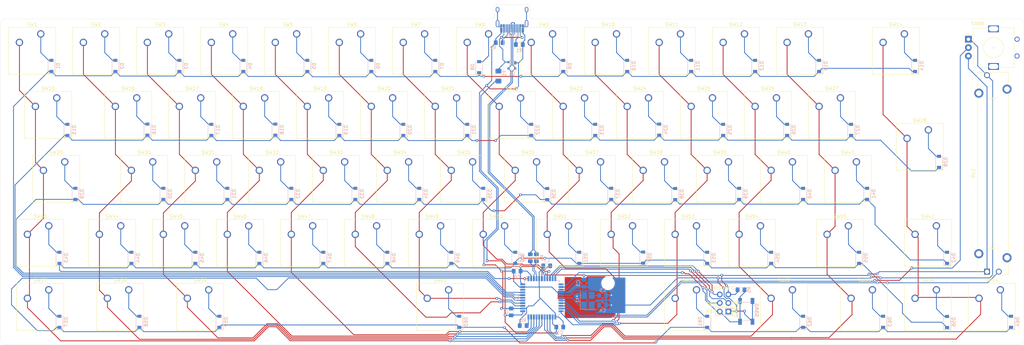
<source format=kicad_pcb>
(kicad_pcb (version 20171130) (host pcbnew 5.1.5+dfsg1-2build2)
  (layers (0 F.Cu signal) (31 B.Cu signal) (34 B.Paste user) (35 F.Paste user) (36 B.SilkS user) (37 F.SilkS user hide) (38 B.Mask user) (39 F.Mask user) (44 Edge.Cuts user))
  (net 0 "")
  (net 1 GND)
  (net 2 +5V)
  (net 3 "Net-(C4-Pad1)")
  (net 4 "Net-(C5-Pad1)")
  (net 5 "Net-(C7-Pad1)")
  (net 6 "Net-(D1-Pad2)")
  (net 7 row0)
  (net 8 "Net-(D2-Pad2)")
  (net 9 "Net-(D3-Pad2)")
  (net 10 "Net-(D4-Pad2)")
  (net 11 "Net-(D5-Pad2)")
  (net 12 "Net-(D6-Pad2)")
  (net 13 "Net-(D7-Pad2)")
  (net 14 "Net-(D8-Pad2)")
  (net 15 "Net-(D9-Pad2)")
  (net 16 "Net-(D10-Pad2)")
  (net 17 "Net-(D11-Pad2)")
  (net 18 "Net-(D12-Pad2)")
  (net 19 "Net-(D13-Pad2)")
  (net 20 "Net-(D14-Pad2)")
  (net 21 "Net-(D15-Pad2)")
  (net 22 row1)
  (net 23 "Net-(D16-Pad2)")
  (net 24 "Net-(D17-Pad2)")
  (net 25 "Net-(D18-Pad2)")
  (net 26 "Net-(D19-Pad2)")
  (net 27 "Net-(D20-Pad2)")
  (net 28 "Net-(D21-Pad2)")
  (net 29 "Net-(D22-Pad2)")
  (net 30 "Net-(D23-Pad2)")
  (net 31 "Net-(D24-Pad2)")
  (net 32 "Net-(D25-Pad2)")
  (net 33 "Net-(D26-Pad2)")
  (net 34 "Net-(D27-Pad2)")
  (net 35 "Net-(D28-Pad2)")
  (net 36 "Net-(D29-Pad2)")
  (net 37 col12)
  (net 38 "Net-(D30-Pad2)")
  (net 39 "Net-(D31-Pad2)")
  (net 40 "Net-(D32-Pad2)")
  (net 41 "Net-(D33-Pad2)")
  (net 42 "Net-(D34-Pad2)")
  (net 43 "Net-(D35-Pad2)")
  (net 44 "Net-(D36-Pad2)")
  (net 45 "Net-(D37-Pad2)")
  (net 46 "Net-(D38-Pad2)")
  (net 47 "Net-(D39-Pad2)")
  (net 48 "Net-(D40-Pad2)")
  (net 49 "Net-(D41-Pad2)")
  (net 50 "Net-(D42-Pad2)")
  (net 51 "Net-(D43-Pad2)")
  (net 52 row3)
  (net 53 "Net-(D44-Pad2)")
  (net 54 "Net-(D45-Pad2)")
  (net 55 "Net-(D46-Pad2)")
  (net 56 "Net-(D47-Pad2)")
  (net 57 "Net-(D48-Pad2)")
  (net 58 "Net-(D49-Pad2)")
  (net 59 "Net-(D50-Pad2)")
  (net 60 "Net-(D51-Pad2)")
  (net 61 "Net-(D52-Pad2)")
  (net 62 "Net-(D53-Pad2)")
  (net 63 "Net-(D54-Pad2)")
  (net 64 "Net-(D55-Pad2)")
  (net 65 "Net-(D56-Pad2)")
  (net 66 "Net-(D57-Pad2)")
  (net 67 row4)
  (net 68 "Net-(D58-Pad2)")
  (net 69 "Net-(D59-Pad2)")
  (net 70 "Net-(D60-Pad2)")
  (net 71 "Net-(D61-Pad2)")
  (net 72 "Net-(D62-Pad2)")
  (net 73 "Net-(D63-Pad2)")
  (net 74 "Net-(D64-Pad2)")
  (net 75 VCC)
  (net 76 Reset)
  (net 77 MOSI)
  (net 78 SCK)
  (net 79 MISO)
  (net 80 "Net-(R1-Pad2)")
  (net 81 "Net-(R2-Pad2)")
  (net 82 D-)
  (net 83 D+)
  (net 84 "Net-(R6-Pad2)")
  (net 85 fad_out)
  (net 86 col0)
  (net 87 col1)
  (net 88 col2)
  (net 89 col3)
  (net 90 col4)
  (net 91 col5)
  (net 92 col6)
  (net 93 col7)
  (net 94 col8)
  (net 95 col9)
  (net 96 col10)
  (net 97 col11)
  (net 98 "Net-(U2-Pad42)")
  (net 99 col13)
  (net 100 "Net-(U2-Pad12)")
  (net 101 rot_out)
  (net 102 "Net-(USB1-Pad3)")
  (net 103 "Net-(USB1-Pad9)")
  (net 104 row2)
  (net 105 DN)
  (net 106 DP)
  (module Button_Switch_Keyboard:SW_Cherry_MX_1.00u_PCB (layer F.Cu) (at 250.03125 153.9875)
    (fp_text reference SW52 (at -2.54 -2.794) (layer F.SilkS))
    (fp_text value ", <")
    (pad "" np_thru_hole circle (at 2.54 5.08) (size 1.7 1.7) (drill 1.7) (layers *.Cu *.Mask))
    (pad "" np_thru_hole circle (at -7.62 5.08) (size 1.7 1.7) (drill 1.7) (layers *.Cu *.Mask))
    (pad "" np_thru_hole circle (at -2.54 5.08) (size 4 4) (drill 4) (layers *.Cu *.Mask))
    (pad 2 thru_hole circle (at -6.35 2.54) (size 2.2 2.2) (drill 1.5) (layers *.Cu *.Mask) (net 95 col9))
    (pad 1 thru_hole circle (at 0 0) (size 2.2 2.2) (drill 1.5) (layers *.Cu *.Mask) (net 61 "Net-(D52-Pad2)"))
  )
  (module Button_Switch_Keyboard:SW_Cherry_MX_1.00u_PCB (layer F.Cu) (at 73.81875 96.8375)
    (fp_text reference SW1 (at -2.54 -2.794) (layer F.SilkS))
    (fp_text value Esc)
    (pad "" np_thru_hole circle (at 2.54 5.08) (size 1.7 1.7) (drill 1.7) (layers *.Cu *.Mask))
    (pad "" np_thru_hole circle (at -7.62 5.08) (size 1.7 1.7) (drill 1.7) (layers *.Cu *.Mask))
    (pad "" np_thru_hole circle (at -2.54 5.08) (size 4 4) (drill 4) (layers *.Cu *.Mask))
    (pad 2 thru_hole circle (at -6.35 2.54) (size 2.2 2.2) (drill 1.5) (layers *.Cu *.Mask) (net 86 col0))
    (pad 1 thru_hole circle (at 0 0) (size 2.2 2.2) (drill 1.5) (layers *.Cu *.Mask) (net 6 "Net-(D1-Pad2)"))
  )
  (module Button_Switch_Keyboard:SW_Cherry_MX_6.25u_PCB (layer F.Cu) (at 195.2625 173.0375)
    (fp_text reference SW60 (at -2.54 -2.794) (layer F.SilkS))
    (fp_text value Space)
    (pad "" np_thru_hole circle (at 47.46 -1.92) (size 3.05 3.05) (drill 3.05) (layers *.Cu *.Mask))
    (pad "" np_thru_hole circle (at -52.54 -1.92) (size 3.05 3.05) (drill 3.05) (layers *.Cu *.Mask))
    (pad "" np_thru_hole circle (at -52.54 13.32) (size 4 4) (drill 4) (layers *.Cu *.Mask))
    (pad "" np_thru_hole circle (at 47.46 13.32) (size 4 4) (drill 4) (layers *.Cu *.Mask))
    (pad "" np_thru_hole circle (at 2.54 5.08) (size 1.7 1.7) (drill 1.7) (layers *.Cu *.Mask))
    (pad "" np_thru_hole circle (at -7.62 5.08) (size 1.7 1.7) (drill 1.7) (layers *.Cu *.Mask))
    (pad "" np_thru_hole circle (at -2.54 5.08) (size 4 4) (drill 4) (layers *.Cu *.Mask))
    (pad 2 thru_hole circle (at -6.35 2.54) (size 2.2 2.2) (drill 1.5) (layers *.Cu *.Mask) (net 92 col6))
    (pad 1 thru_hole circle (at 0 0) (size 2.2 2.2) (drill 1.5) (layers *.Cu *.Mask) (net 70 "Net-(D60-Pad2)"))
  )
  (module Button_Switch_Keyboard:SW_Cherry_MX_1.00u_PCB (layer F.Cu) (at 216.69375 115.8875)
    (fp_text reference SW22 (at -2.54 -2.794) (layer F.SilkS))
    (fp_text value U)
    (pad "" np_thru_hole circle (at 2.54 5.08) (size 1.7 1.7) (drill 1.7) (layers *.Cu *.Mask))
    (pad "" np_thru_hole circle (at -7.62 5.08) (size 1.7 1.7) (drill 1.7) (layers *.Cu *.Mask))
    (pad "" np_thru_hole circle (at -2.54 5.08) (size 4 4) (drill 4) (layers *.Cu *.Mask))
    (pad 2 thru_hole circle (at -6.35 2.54) (size 2.2 2.2) (drill 1.5) (layers *.Cu *.Mask) (net 93 col7))
    (pad 1 thru_hole circle (at 0 0) (size 2.2 2.2) (drill 1.5) (layers *.Cu *.Mask) (net 29 "Net-(D22-Pad2)"))
  )
  (module Type-C:HRO-TYPE-C-31-M-12-HandSoldering (layer B.Cu) (at 214.15375 86.995)
    (fp_text reference USB1 (at 0 10.2) (layer B.SilkS) (effects (justify mirror)))
    (fp_text value HRO-TYPE-C-31-M-12)
    (pad 12 smd rect (at 3.225 8.195) (size 0.6 2.45) (layers B.Cu B.Paste B.Mask) (net 1 GND))
    (pad 1 smd rect (at -3.225 8.195) (size 0.6 2.45) (layers B.Cu B.Paste B.Mask) (net 1 GND))
    (pad 11 smd rect (at 2.45 8.195) (size 0.6 2.45) (layers B.Cu B.Paste B.Mask) (net 75 VCC))
    (pad 2 smd rect (at -2.45 8.195) (size 0.6 2.45) (layers B.Cu B.Paste B.Mask) (net 75 VCC))
    (pad 3 smd rect (at -1.75 8.195) (size 0.3 2.45) (layers B.Cu B.Paste B.Mask) (net 102 "Net-(USB1-Pad3)"))
    (pad 10 smd rect (at 1.75 8.195) (size 0.3 2.45) (layers B.Cu B.Paste B.Mask) (net 80 "Net-(R1-Pad2)"))
    (pad 4 smd rect (at -1.25 8.195) (size 0.3 2.45) (layers B.Cu B.Paste B.Mask) (net 81 "Net-(R2-Pad2)"))
    (pad 9 smd rect (at 1.25 8.195) (size 0.3 2.45) (layers B.Cu B.Paste B.Mask) (net 103 "Net-(USB1-Pad9)"))
    (pad 5 smd rect (at -0.75 8.195) (size 0.3 2.45) (layers B.Cu B.Paste B.Mask) (net 105 DN))
    (pad 8 smd rect (at 0.75 8.195) (size 0.3 2.45) (layers B.Cu B.Paste B.Mask) (net 106 DP))
    (pad 7 smd rect (at 0.25 8.195) (size 0.3 2.45) (layers B.Cu B.Paste B.Mask) (net 105 DN))
    (pad 6 smd rect (at -0.25 8.195) (size 0.3 2.45) (layers B.Cu B.Paste B.Mask) (net 106 DP))
    (pad "" np_thru_hole circle (at 2.89 6.25) (size 0.65 0.65) (drill 0.65) (layers *.Cu *.Mask))
    (pad "" np_thru_hole circle (at -2.89 6.25) (size 0.65 0.65) (drill 0.65) (layers *.Cu *.Mask))
    (pad 13 thru_hole oval (at -4.32 6.78) (size 1 2.1) (drill oval 0.6 1.7) (layers *.Cu F.Mask) (net 1 GND))
    (pad 13 thru_hole oval (at 4.32 6.78) (size 1 2.1) (drill oval 0.6 1.7) (layers *.Cu F.Mask) (net 1 GND))
    (pad 13 thru_hole oval (at -4.32 2.6) (size 1 1.6) (drill oval 0.6 1.2) (layers *.Cu F.Mask) (net 1 GND))
    (pad 13 thru_hole oval (at 4.32 2.6) (size 1 1.6) (drill oval 0.6 1.2) (layers *.Cu F.Mask) (net 1 GND))
  )
  (module Button_Switch_SMD:SW_SPST_SKQG_WithStem (layer B.Cu) (at 283.9 179.4625 90)
    (fp_text reference SW65 (at 0.39875 3.2375 270) (layer B.SilkS) (effects (justify mirror)))
    (fp_text value SW_Push)
    (pad 2 smd rect (at 3.1 -1.85 90) (size 1.8 1.1) (layers B.Cu B.Paste B.Mask) (net 76 Reset))
    (pad 2 smd rect (at -3.1 -1.85 90) (size 1.8 1.1) (layers B.Cu B.Paste B.Mask) (net 76 Reset))
    (pad 1 smd rect (at 3.1 1.85 90) (size 1.8 1.1) (layers B.Cu B.Paste B.Mask) (net 1 GND))
    (pad 1 smd rect (at -3.1 1.85 90) (size 1.8 1.1) (layers B.Cu B.Paste B.Mask) (net 1 GND))
  )
  (module Rotary_Encoder:RotaryEncoder_Alps_EC11E_Vertical_H20mm (layer F.Cu) (at 350.04375 98.425)
    (fp_text reference SW66 (at 2.8 -4.7) (layer F.SilkS))
    (fp_text value Rotary)
    (pad A thru_hole rect (at 0 0) (size 2 2) (drill 1) (layers *.Cu *.Mask) (net 1 GND))
    (pad C thru_hole circle (at 0 2.5) (size 2 2) (drill 1) (layers *.Cu *.Mask) (net 101 rot_out))
    (pad B thru_hole circle (at 0 5) (size 2 2) (drill 1) (layers *.Cu *.Mask) (net 2 +5V))
    (pad MP thru_hole rect (at 7.5 -3.1) (size 3.2 2) (drill oval 2.8 1.5) (layers *.Cu *.Mask))
    (pad MP thru_hole rect (at 7.5 8.1) (size 3.2 2) (drill oval 2.8 1.5) (layers *.Cu *.Mask))
    (pad "" thru_hole circle (at 14.5 0) (size 1.5 1.5) (drill 1) (layers *.Cu *.Mask))
    (pad "" thru_hole circle (at 14.5 5) (size 1.5 1.5) (drill 1) (layers *.Cu *.Mask))
  )
  (module Crystal:Crystal_SMD_3225-4Pin_3.2x2.5mm_HandSoldering (layer B.Cu) (at 236.7 176.15 90)
    (fp_text reference Y1 (at 0 -3.05 90) (layer B.SilkS) (effects (justify mirror)))
    (fp_text value 16MHz)
    (pad 4 smd rect (at -1.45 1.15 90) (size 2.1 1.8) (layers B.Cu B.Paste B.Mask) (net 1 GND))
    (pad 3 smd rect (at 1.45 1.15 90) (size 2.1 1.8) (layers B.Cu B.Paste B.Mask) (net 4 "Net-(C5-Pad1)"))
    (pad 2 smd rect (at 1.45 -1.15 90) (size 2.1 1.8) (layers B.Cu B.Paste B.Mask) (net 1 GND))
    (pad 1 smd rect (at -1.45 -1.15 90) (size 2.1 1.8) (layers B.Cu B.Paste B.Mask) (net 3 "Net-(C4-Pad1)"))
  )
  (module Package_QFP:TQFP-44_10x10mm_P0.8mm (layer B.Cu) (at 223.04375 175.41875 270)
    (fp_text reference U2 (at 0 7.45 90) (layer B.SilkS) (effects (justify mirror)))
    (fp_text value ATmega32U4-AU)
    (pad 44 smd rect (at -4 5.7 180) (size 1.5 0.55) (layers B.Cu B.Paste B.Mask) (net 2 +5V))
    (pad 43 smd rect (at -3.2 5.7 180) (size 1.5 0.55) (layers B.Cu B.Paste B.Mask) (net 1 GND))
    (pad 42 smd rect (at -2.4 5.7 180) (size 1.5 0.55) (layers B.Cu B.Paste B.Mask) (net 98 "Net-(U2-Pad42)"))
    (pad 41 smd rect (at -1.6 5.7 180) (size 1.5 0.55) (layers B.Cu B.Paste B.Mask) (net 104 row2))
    (pad 40 smd rect (at -0.8 5.7 180) (size 1.5 0.55) (layers B.Cu B.Paste B.Mask) (net 22 row1))
    (pad 39 smd rect (at 0 5.7 180) (size 1.5 0.55) (layers B.Cu B.Paste B.Mask) (net 7 row0))
    (pad 38 smd rect (at 0.8 5.7 180) (size 1.5 0.55) (layers B.Cu B.Paste B.Mask) (net 67 row4))
    (pad 37 smd rect (at 1.6 5.7 180) (size 1.5 0.55) (layers B.Cu B.Paste B.Mask) (net 92 col6))
    (pad 36 smd rect (at 2.4 5.7 180) (size 1.5 0.55) (layers B.Cu B.Paste B.Mask) (net 91 col5))
    (pad 35 smd rect (at 3.2 5.7 180) (size 1.5 0.55) (layers B.Cu B.Paste B.Mask) (net 1 GND))
    (pad 34 smd rect (at 4 5.7 180) (size 1.5 0.55) (layers B.Cu B.Paste B.Mask) (net 2 +5V))
    (pad 33 smd rect (at 5.7 4 270) (size 1.5 0.55) (layers B.Cu B.Paste B.Mask) (net 84 "Net-(R6-Pad2)"))
    (pad 32 smd rect (at 5.7 3.2 270) (size 1.5 0.55) (layers B.Cu B.Paste B.Mask) (net 90 col4))
    (pad 31 smd rect (at 5.7 2.4 270) (size 1.5 0.55) (layers B.Cu B.Paste B.Mask) (net 89 col3))
    (pad 30 smd rect (at 5.7 1.6 270) (size 1.5 0.55) (layers B.Cu B.Paste B.Mask) (net 88 col2))
    (pad 29 smd rect (at 5.7 0.8 270) (size 1.5 0.55) (layers B.Cu B.Paste B.Mask) (net 87 col1))
    (pad 28 smd rect (at 5.7 0 270) (size 1.5 0.55) (layers B.Cu B.Paste B.Mask) (net 86 col0))
    (pad 27 smd rect (at 5.7 -0.8 270) (size 1.5 0.55) (layers B.Cu B.Paste B.Mask) (net 99 col13))
    (pad 26 smd rect (at 5.7 -1.6 270) (size 1.5 0.55) (layers B.Cu B.Paste B.Mask) (net 37 col12))
    (pad 25 smd rect (at 5.7 -2.4 270) (size 1.5 0.55) (layers B.Cu B.Paste B.Mask) (net 97 col11))
    (pad 24 smd rect (at 5.7 -3.2 270) (size 1.5 0.55) (layers B.Cu B.Paste B.Mask) (net 2 +5V))
    (pad 23 smd rect (at 5.7 -4 270) (size 1.5 0.55) (layers B.Cu B.Paste B.Mask) (net 1 GND))
    (pad 22 smd rect (at 4 -5.7 180) (size 1.5 0.55) (layers B.Cu B.Paste B.Mask) (net 96 col10))
    (pad 21 smd rect (at 3.2 -5.7 180) (size 1.5 0.55) (layers B.Cu B.Paste B.Mask) (net 95 col9))
    (pad 20 smd rect (at 2.4 -5.7 180) (size 1.5 0.55) (layers B.Cu B.Paste B.Mask) (net 94 col8))
    (pad 19 smd rect (at 1.6 -5.7 180) (size 1.5 0.55) (layers B.Cu B.Paste B.Mask) (net 85 fad_out))
    (pad 18 smd rect (at 0.8 -5.7 180) (size 1.5 0.55) (layers B.Cu B.Paste B.Mask) (net 101 rot_out))
    (pad 17 smd rect (at 0 -5.7 180) (size 1.5 0.55) (layers B.Cu B.Paste B.Mask) (net 3 "Net-(C4-Pad1)"))
    (pad 16 smd rect (at -0.8 -5.7 180) (size 1.5 0.55) (layers B.Cu B.Paste B.Mask) (net 4 "Net-(C5-Pad1)"))
    (pad 15 smd rect (at -1.6 -5.7 180) (size 1.5 0.55) (layers B.Cu B.Paste B.Mask) (net 1 GND))
    (pad 14 smd rect (at -2.4 -5.7 180) (size 1.5 0.55) (layers B.Cu B.Paste B.Mask) (net 2 +5V))
    (pad 13 smd rect (at -3.2 -5.7 180) (size 1.5 0.55) (layers B.Cu B.Paste B.Mask) (net 76 Reset))
    (pad 12 smd rect (at -4 -5.7 180) (size 1.5 0.55) (layers B.Cu B.Paste B.Mask) (net 100 "Net-(U2-Pad12)"))
    (pad 11 smd rect (at -5.7 -4 270) (size 1.5 0.55) (layers B.Cu B.Paste B.Mask) (net 78 SCK))
    (pad 10 smd rect (at -5.7 -3.2 270) (size 1.5 0.55) (layers B.Cu B.Paste B.Mask) (net 77 MOSI))
    (pad 9 smd rect (at -5.7 -2.4 270) (size 1.5 0.55) (layers B.Cu B.Paste B.Mask) (net 79 MISO))
    (pad 8 smd rect (at -5.7 -1.6 270) (size 1.5 0.55) (layers B.Cu B.Paste B.Mask) (net 93 col7))
    (pad 7 smd rect (at -5.7 -0.8 270) (size 1.5 0.55) (layers B.Cu B.Paste B.Mask) (net 2 +5V))
    (pad 6 smd rect (at -5.7 0 270) (size 1.5 0.55) (layers B.Cu B.Paste B.Mask) (net 5 "Net-(C7-Pad1)"))
    (pad 5 smd rect (at -5.7 0.8 270) (size 1.5 0.55) (layers B.Cu B.Paste B.Mask) (net 1 GND))
    (pad 4 smd rect (at -5.7 1.6 270) (size 1.5 0.55) (layers B.Cu B.Paste B.Mask) (net 83 D+))
    (pad 3 smd rect (at -5.7 2.4 270) (size 1.5 0.55) (layers B.Cu B.Paste B.Mask) (net 82 D-))
    (pad 2 smd rect (at -5.7 3.2 270) (size 1.5 0.55) (layers B.Cu B.Paste B.Mask) (net 2 +5V))
    (pad 1 smd rect (at -5.7 4 270) (size 1.5 0.55) (layers B.Cu B.Paste B.Mask) (net 52 row3))
  )
  (module random-keyboard-parts:SOT143B (layer B.Cu) (at 214.1 106.2 180)
    (fp_text reference U1 (at 0 -2.45) (layer B.SilkS) (effects (justify mirror)))
    (fp_text value PRTR5V0U2X)
    (pad 1 smd rect (at -1 0.75 270) (size 1 0.7) (layers B.Cu B.Paste B.Mask) (net 1 GND))
    (pad 4 smd rect (at 1 0.95 270) (size 0.6 0.7) (layers B.Cu B.Paste B.Mask) (net 75 VCC))
    (pad 2 smd rect (at -1 -0.95 270) (size 0.6 0.7) (layers B.Cu B.Paste B.Mask) (net 106 DP))
    (pad 3 smd rect (at 1 -0.95 270) (size 0.6 0.7) (layers B.Cu B.Paste B.Mask) (net 105 DN))
  )
  (module Button_Switch_Keyboard:SW_Cherry_MX_1.00u_PCB (layer F.Cu) (at 359.56875 173.0375)
    (fp_text reference SW64 (at -2.54 -2.794) (layer F.SilkS))
    (fp_text value Right)
    (pad "" np_thru_hole circle (at 2.54 5.08) (size 1.7 1.7) (drill 1.7) (layers *.Cu *.Mask))
    (pad "" np_thru_hole circle (at -7.62 5.08) (size 1.7 1.7) (drill 1.7) (layers *.Cu *.Mask))
    (pad "" np_thru_hole circle (at -2.54 5.08) (size 4 4) (drill 4) (layers *.Cu *.Mask))
    (pad 2 thru_hole circle (at -6.35 2.54) (size 2.2 2.2) (drill 1.5) (layers *.Cu *.Mask) (net 99 col13))
    (pad 1 thru_hole circle (at 0 0) (size 2.2 2.2) (drill 1.5) (layers *.Cu *.Mask) (net 74 "Net-(D64-Pad2)"))
  )
  (module Button_Switch_Keyboard:SW_Cherry_MX_1.00u_PCB (layer F.Cu) (at 321.46875 173.0375)
    (fp_text reference SW63 (at -2.54 -2.794) (layer F.SilkS))
    (fp_text value Left)
    (pad "" np_thru_hole circle (at 2.54 5.08) (size 1.7 1.7) (drill 1.7) (layers *.Cu *.Mask))
    (pad "" np_thru_hole circle (at -7.62 5.08) (size 1.7 1.7) (drill 1.7) (layers *.Cu *.Mask))
    (pad "" np_thru_hole circle (at -2.54 5.08) (size 4 4) (drill 4) (layers *.Cu *.Mask))
    (pad 2 thru_hole circle (at -6.35 2.54) (size 2.2 2.2) (drill 1.5) (layers *.Cu *.Mask) (net 37 col12))
    (pad 1 thru_hole circle (at 0 0) (size 2.2 2.2) (drill 1.5) (layers *.Cu *.Mask) (net 73 "Net-(D63-Pad2)"))
  )
  (module Button_Switch_Keyboard:SW_Cherry_MX_1.50u_PCB (layer F.Cu) (at 297.65625 173.0375)
    (fp_text reference SW62 (at -2.54 -2.794) (layer F.SilkS))
    (fp_text value Fn)
    (pad "" np_thru_hole circle (at 2.54 5.08) (size 1.7 1.7) (drill 1.7) (layers *.Cu *.Mask))
    (pad "" np_thru_hole circle (at -7.62 5.08) (size 1.7 1.7) (drill 1.7) (layers *.Cu *.Mask))
    (pad "" np_thru_hole circle (at -2.54 5.08) (size 4 4) (drill 4) (layers *.Cu *.Mask))
    (pad 2 thru_hole circle (at -6.35 2.54) (size 2.2 2.2) (drill 1.5) (layers *.Cu *.Mask) (net 97 col11))
    (pad 1 thru_hole circle (at 0 0) (size 2.2 2.2) (drill 1.5) (layers *.Cu *.Mask) (net 72 "Net-(D62-Pad2)"))
  )
  (module Button_Switch_Keyboard:SW_Cherry_MX_1.50u_PCB (layer F.Cu) (at 269.08125 173.0375)
    (fp_text reference SW61 (at -2.54 -2.794) (layer F.SilkS))
    (fp_text value "R Alt")
    (pad "" np_thru_hole circle (at 2.54 5.08) (size 1.7 1.7) (drill 1.7) (layers *.Cu *.Mask))
    (pad "" np_thru_hole circle (at -7.62 5.08) (size 1.7 1.7) (drill 1.7) (layers *.Cu *.Mask))
    (pad "" np_thru_hole circle (at -2.54 5.08) (size 4 4) (drill 4) (layers *.Cu *.Mask))
    (pad 2 thru_hole circle (at -6.35 2.54) (size 2.2 2.2) (drill 1.5) (layers *.Cu *.Mask) (net 96 col10))
    (pad 1 thru_hole circle (at 0 0) (size 2.2 2.2) (drill 1.5) (layers *.Cu *.Mask) (net 71 "Net-(D61-Pad2)"))
  )
  (module Button_Switch_Keyboard:SW_Cherry_MX_1.25u_PCB (layer F.Cu) (at 123.825 173.0375)
    (fp_text reference SW59 (at -2.54 -2.794) (layer F.SilkS))
    (fp_text value "L Alt")
    (pad "" np_thru_hole circle (at 2.54 5.08) (size 1.7 1.7) (drill 1.7) (layers *.Cu *.Mask))
    (pad "" np_thru_hole circle (at -7.62 5.08) (size 1.7 1.7) (drill 1.7) (layers *.Cu *.Mask))
    (pad "" np_thru_hole circle (at -2.54 5.08) (size 4 4) (drill 4) (layers *.Cu *.Mask))
    (pad 2 thru_hole circle (at -6.35 2.54) (size 2.2 2.2) (drill 1.5) (layers *.Cu *.Mask) (net 88 col2))
    (pad 1 thru_hole circle (at 0 0) (size 2.2 2.2) (drill 1.5) (layers *.Cu *.Mask) (net 69 "Net-(D59-Pad2)"))
  )
  (module Button_Switch_Keyboard:SW_Cherry_MX_1.25u_PCB (layer F.Cu) (at 100.0125 173.0375)
    (fp_text reference SW58 (at -2.54 -2.794) (layer F.SilkS))
    (fp_text value Home)
    (pad "" np_thru_hole circle (at 2.54 5.08) (size 1.7 1.7) (drill 1.7) (layers *.Cu *.Mask))
    (pad "" np_thru_hole circle (at -7.62 5.08) (size 1.7 1.7) (drill 1.7) (layers *.Cu *.Mask))
    (pad "" np_thru_hole circle (at -2.54 5.08) (size 4 4) (drill 4) (layers *.Cu *.Mask))
    (pad 2 thru_hole circle (at -6.35 2.54) (size 2.2 2.2) (drill 1.5) (layers *.Cu *.Mask) (net 87 col1))
    (pad 1 thru_hole circle (at 0 0) (size 2.2 2.2) (drill 1.5) (layers *.Cu *.Mask) (net 68 "Net-(D58-Pad2)"))
  )
  (module Button_Switch_Keyboard:SW_Cherry_MX_1.25u_PCB (layer F.Cu) (at 76.2 173.0375)
    (fp_text reference SW57 (at -2.54 -2.794) (layer F.SilkS))
    (fp_text value "L Ctrl")
    (pad "" np_thru_hole circle (at 2.54 5.08) (size 1.7 1.7) (drill 1.7) (layers *.Cu *.Mask))
    (pad "" np_thru_hole circle (at -7.62 5.08) (size 1.7 1.7) (drill 1.7) (layers *.Cu *.Mask))
    (pad "" np_thru_hole circle (at -2.54 5.08) (size 4 4) (drill 4) (layers *.Cu *.Mask))
    (pad 2 thru_hole circle (at -6.35 2.54) (size 2.2 2.2) (drill 1.5) (layers *.Cu *.Mask) (net 86 col0))
    (pad 1 thru_hole circle (at 0 0) (size 2.2 2.2) (drill 1.5) (layers *.Cu *.Mask) (net 66 "Net-(D57-Pad2)"))
  )
  (module Button_Switch_Keyboard:SW_Cherry_MX_1.00u_PCB (layer F.Cu) (at 340.51875 173.0375)
    (fp_text reference SW56 (at -2.54 -2.794) (layer F.SilkS))
    (fp_text value Down)
    (pad "" np_thru_hole circle (at 2.54 5.08) (size 1.7 1.7) (drill 1.7) (layers *.Cu *.Mask))
    (pad "" np_thru_hole circle (at -7.62 5.08) (size 1.7 1.7) (drill 1.7) (layers *.Cu *.Mask))
    (pad "" np_thru_hole circle (at -2.54 5.08) (size 4 4) (drill 4) (layers *.Cu *.Mask))
    (pad 2 thru_hole circle (at -6.35 2.54) (size 2.2 2.2) (drill 1.5) (layers *.Cu *.Mask) (net 99 col13))
    (pad 1 thru_hole circle (at 0 0) (size 2.2 2.2) (drill 1.5) (layers *.Cu *.Mask) (net 65 "Net-(D56-Pad2)"))
  )
  (module Button_Switch_Keyboard:SW_Cherry_MX_1.75u_PCB (layer F.Cu) (at 314.325 153.9875)
    (fp_text reference SW55 (at -2.54 -2.794) (layer F.SilkS))
    (fp_text value "R Shift")
    (pad "" np_thru_hole circle (at 2.54 5.08) (size 1.7 1.7) (drill 1.7) (layers *.Cu *.Mask))
    (pad "" np_thru_hole circle (at -7.62 5.08) (size 1.7 1.7) (drill 1.7) (layers *.Cu *.Mask))
    (pad "" np_thru_hole circle (at -2.54 5.08) (size 4 4) (drill 4) (layers *.Cu *.Mask))
    (pad 2 thru_hole circle (at -6.35 2.54) (size 2.2 2.2) (drill 1.5) (layers *.Cu *.Mask) (net 37 col12))
    (pad 1 thru_hole circle (at 0 0) (size 2.2 2.2) (drill 1.5) (layers *.Cu *.Mask) (net 64 "Net-(D55-Pad2)"))
  )
  (module Button_Switch_Keyboard:SW_Cherry_MX_1.00u_PCB (layer F.Cu) (at 288.13125 153.9875)
    (fp_text reference SW54 (at -2.54 -2.794) (layer F.SilkS))
    (fp_text value "/ ?")
    (pad "" np_thru_hole circle (at 2.54 5.08) (size 1.7 1.7) (drill 1.7) (layers *.Cu *.Mask))
    (pad "" np_thru_hole circle (at -7.62 5.08) (size 1.7 1.7) (drill 1.7) (layers *.Cu *.Mask))
    (pad "" np_thru_hole circle (at -2.54 5.08) (size 4 4) (drill 4) (layers *.Cu *.Mask))
    (pad 2 thru_hole circle (at -6.35 2.54) (size 2.2 2.2) (drill 1.5) (layers *.Cu *.Mask) (net 97 col11))
    (pad 1 thru_hole circle (at 0 0) (size 2.2 2.2) (drill 1.5) (layers *.Cu *.Mask) (net 63 "Net-(D54-Pad2)"))
  )
  (module Button_Switch_Keyboard:SW_Cherry_MX_1.00u_PCB (layer F.Cu) (at 269.08125 153.9875)
    (fp_text reference SW53 (at -2.54 -2.794) (layer F.SilkS))
    (fp_text value ". >")
    (pad "" np_thru_hole circle (at 2.54 5.08) (size 1.7 1.7) (drill 1.7) (layers *.Cu *.Mask))
    (pad "" np_thru_hole circle (at -7.62 5.08) (size 1.7 1.7) (drill 1.7) (layers *.Cu *.Mask))
    (pad "" np_thru_hole circle (at -2.54 5.08) (size 4 4) (drill 4) (layers *.Cu *.Mask))
    (pad 2 thru_hole circle (at -6.35 2.54) (size 2.2 2.2) (drill 1.5) (layers *.Cu *.Mask) (net 96 col10))
    (pad 1 thru_hole circle (at 0 0) (size 2.2 2.2) (drill 1.5) (layers *.Cu *.Mask) (net 62 "Net-(D53-Pad2)"))
  )
  (module Button_Switch_Keyboard:SW_Cherry_MX_1.00u_PCB (layer F.Cu) (at 230.98125 153.9875)
    (fp_text reference SW51 (at -2.54 -2.794) (layer F.SilkS))
    (fp_text value M)
    (pad "" np_thru_hole circle (at 2.54 5.08) (size 1.7 1.7) (drill 1.7) (layers *.Cu *.Mask))
    (pad "" np_thru_hole circle (at -7.62 5.08) (size 1.7 1.7) (drill 1.7) (layers *.Cu *.Mask))
    (pad "" np_thru_hole circle (at -2.54 5.08) (size 4 4) (drill 4) (layers *.Cu *.Mask))
    (pad 2 thru_hole circle (at -6.35 2.54) (size 2.2 2.2) (drill 1.5) (layers *.Cu *.Mask) (net 94 col8))
    (pad 1 thru_hole circle (at 0 0) (size 2.2 2.2) (drill 1.5) (layers *.Cu *.Mask) (net 60 "Net-(D51-Pad2)"))
  )
  (module Button_Switch_Keyboard:SW_Cherry_MX_1.00u_PCB (layer F.Cu) (at 211.93125 153.9875)
    (fp_text reference SW50 (at -2.54 -2.794) (layer F.SilkS))
    (fp_text value N)
    (pad "" np_thru_hole circle (at 2.54 5.08) (size 1.7 1.7) (drill 1.7) (layers *.Cu *.Mask))
    (pad "" np_thru_hole circle (at -7.62 5.08) (size 1.7 1.7) (drill 1.7) (layers *.Cu *.Mask))
    (pad "" np_thru_hole circle (at -2.54 5.08) (size 4 4) (drill 4) (layers *.Cu *.Mask))
    (pad 2 thru_hole circle (at -6.35 2.54) (size 2.2 2.2) (drill 1.5) (layers *.Cu *.Mask) (net 93 col7))
    (pad 1 thru_hole circle (at 0 0) (size 2.2 2.2) (drill 1.5) (layers *.Cu *.Mask) (net 59 "Net-(D50-Pad2)"))
  )
  (module Button_Switch_Keyboard:SW_Cherry_MX_1.00u_PCB (layer F.Cu) (at 192.88125 153.9875)
    (fp_text reference SW49 (at -2.54 -2.794) (layer F.SilkS))
    (fp_text value B)
    (pad "" np_thru_hole circle (at 2.54 5.08) (size 1.7 1.7) (drill 1.7) (layers *.Cu *.Mask))
    (pad "" np_thru_hole circle (at -7.62 5.08) (size 1.7 1.7) (drill 1.7) (layers *.Cu *.Mask))
    (pad "" np_thru_hole circle (at -2.54 5.08) (size 4 4) (drill 4) (layers *.Cu *.Mask))
    (pad 2 thru_hole circle (at -6.35 2.54) (size 2.2 2.2) (drill 1.5) (layers *.Cu *.Mask) (net 92 col6))
    (pad 1 thru_hole circle (at 0 0) (size 2.2 2.2) (drill 1.5) (layers *.Cu *.Mask) (net 58 "Net-(D49-Pad2)"))
  )
  (module Button_Switch_Keyboard:SW_Cherry_MX_1.00u_PCB (layer F.Cu) (at 173.83125 153.9875)
    (fp_text reference SW48 (at -2.54 -2.794) (layer F.SilkS))
    (fp_text value V)
    (pad "" np_thru_hole circle (at 2.54 5.08) (size 1.7 1.7) (drill 1.7) (layers *.Cu *.Mask))
    (pad "" np_thru_hole circle (at -7.62 5.08) (size 1.7 1.7) (drill 1.7) (layers *.Cu *.Mask))
    (pad "" np_thru_hole circle (at -2.54 5.08) (size 4 4) (drill 4) (layers *.Cu *.Mask))
    (pad 2 thru_hole circle (at -6.35 2.54) (size 2.2 2.2) (drill 1.5) (layers *.Cu *.Mask) (net 91 col5))
    (pad 1 thru_hole circle (at 0 0) (size 2.2 2.2) (drill 1.5) (layers *.Cu *.Mask) (net 57 "Net-(D48-Pad2)"))
  )
  (module Button_Switch_Keyboard:SW_Cherry_MX_1.00u_PCB (layer F.Cu) (at 154.78125 153.9875)
    (fp_text reference SW47 (at -2.54 -2.794) (layer F.SilkS))
    (fp_text value C)
    (pad "" np_thru_hole circle (at 2.54 5.08) (size 1.7 1.7) (drill 1.7) (layers *.Cu *.Mask))
    (pad "" np_thru_hole circle (at -7.62 5.08) (size 1.7 1.7) (drill 1.7) (layers *.Cu *.Mask))
    (pad "" np_thru_hole circle (at -2.54 5.08) (size 4 4) (drill 4) (layers *.Cu *.Mask))
    (pad 2 thru_hole circle (at -6.35 2.54) (size 2.2 2.2) (drill 1.5) (layers *.Cu *.Mask) (net 90 col4))
    (pad 1 thru_hole circle (at 0 0) (size 2.2 2.2) (drill 1.5) (layers *.Cu *.Mask) (net 56 "Net-(D47-Pad2)"))
  )
  (module Button_Switch_Keyboard:SW_Cherry_MX_1.00u_PCB (layer F.Cu) (at 135.73125 153.9875)
    (fp_text reference SW46 (at -2.54 -2.794) (layer F.SilkS))
    (fp_text value X)
    (pad "" np_thru_hole circle (at 2.54 5.08) (size 1.7 1.7) (drill 1.7) (layers *.Cu *.Mask))
    (pad "" np_thru_hole circle (at -7.62 5.08) (size 1.7 1.7) (drill 1.7) (layers *.Cu *.Mask))
    (pad "" np_thru_hole circle (at -2.54 5.08) (size 4 4) (drill 4) (layers *.Cu *.Mask))
    (pad 2 thru_hole circle (at -6.35 2.54) (size 2.2 2.2) (drill 1.5) (layers *.Cu *.Mask) (net 89 col3))
    (pad 1 thru_hole circle (at 0 0) (size 2.2 2.2) (drill 1.5) (layers *.Cu *.Mask) (net 55 "Net-(D46-Pad2)"))
  )
  (module Button_Switch_Keyboard:SW_Cherry_MX_1.00u_PCB (layer F.Cu) (at 116.68125 153.9875)
    (fp_text reference SW45 (at -2.54 -2.794) (layer F.SilkS))
    (fp_text value Z)
    (pad "" np_thru_hole circle (at 2.54 5.08) (size 1.7 1.7) (drill 1.7) (layers *.Cu *.Mask))
    (pad "" np_thru_hole circle (at -7.62 5.08) (size 1.7 1.7) (drill 1.7) (layers *.Cu *.Mask))
    (pad "" np_thru_hole circle (at -2.54 5.08) (size 4 4) (drill 4) (layers *.Cu *.Mask))
    (pad 2 thru_hole circle (at -6.35 2.54) (size 2.2 2.2) (drill 1.5) (layers *.Cu *.Mask) (net 88 col2))
    (pad 1 thru_hole circle (at 0 0) (size 2.2 2.2) (drill 1.5) (layers *.Cu *.Mask) (net 54 "Net-(D45-Pad2)"))
  )
  (module Button_Switch_Keyboard:SW_Cherry_MX_1.00u_PCB (layer F.Cu) (at 97.63125 153.9875)
    (fp_text reference SW44 (at -2.54 -2.794) (layer F.SilkS))
    (fp_text value "\\ |")
    (pad "" np_thru_hole circle (at 2.54 5.08) (size 1.7 1.7) (drill 1.7) (layers *.Cu *.Mask))
    (pad "" np_thru_hole circle (at -7.62 5.08) (size 1.7 1.7) (drill 1.7) (layers *.Cu *.Mask))
    (pad "" np_thru_hole circle (at -2.54 5.08) (size 4 4) (drill 4) (layers *.Cu *.Mask))
    (pad 2 thru_hole circle (at -6.35 2.54) (size 2.2 2.2) (drill 1.5) (layers *.Cu *.Mask) (net 87 col1))
    (pad 1 thru_hole circle (at 0 0) (size 2.2 2.2) (drill 1.5) (layers *.Cu *.Mask) (net 53 "Net-(D44-Pad2)"))
  )
  (module Button_Switch_Keyboard:SW_Cherry_MX_1.25u_PCB (layer F.Cu) (at 76.2 153.9875)
    (fp_text reference SW43 (at -2.54 -2.794) (layer F.SilkS))
    (fp_text value "L Shifth")
    (pad "" np_thru_hole circle (at 2.54 5.08) (size 1.7 1.7) (drill 1.7) (layers *.Cu *.Mask))
    (pad "" np_thru_hole circle (at -7.62 5.08) (size 1.7 1.7) (drill 1.7) (layers *.Cu *.Mask))
    (pad "" np_thru_hole circle (at -2.54 5.08) (size 4 4) (drill 4) (layers *.Cu *.Mask))
    (pad 2 thru_hole circle (at -6.35 2.54) (size 2.2 2.2) (drill 1.5) (layers *.Cu *.Mask) (net 86 col0))
    (pad 1 thru_hole circle (at 0 0) (size 2.2 2.2) (drill 1.5) (layers *.Cu *.Mask) (net 51 "Net-(D43-Pad2)"))
  )
  (module Button_Switch_Keyboard:SW_Cherry_MX_1.00u_PCB (layer F.Cu) (at 340.51875 153.9875)
    (fp_text reference SW42 (at -2.54 -2.794) (layer F.SilkS))
    (fp_text value Up)
    (pad "" np_thru_hole circle (at 2.54 5.08) (size 1.7 1.7) (drill 1.7) (layers *.Cu *.Mask))
    (pad "" np_thru_hole circle (at -7.62 5.08) (size 1.7 1.7) (drill 1.7) (layers *.Cu *.Mask))
    (pad "" np_thru_hole circle (at -2.54 5.08) (size 4 4) (drill 4) (layers *.Cu *.Mask))
    (pad 2 thru_hole circle (at -6.35 2.54) (size 2.2 2.2) (drill 1.5) (layers *.Cu *.Mask) (net 99 col13))
    (pad 1 thru_hole circle (at 0 0) (size 2.2 2.2) (drill 1.5) (layers *.Cu *.Mask) (net 50 "Net-(D42-Pad2)"))
  )
  (module Button_Switch_Keyboard:SW_Cherry_MX_1.00u_PCB (layer F.Cu) (at 316.70625 134.9375)
    (fp_text reference SW41 (at -2.54 -2.794) (layer F.SilkS))
    (fp_text value "] }")
    (pad "" np_thru_hole circle (at 2.54 5.08) (size 1.7 1.7) (drill 1.7) (layers *.Cu *.Mask))
    (pad "" np_thru_hole circle (at -7.62 5.08) (size 1.7 1.7) (drill 1.7) (layers *.Cu *.Mask))
    (pad "" np_thru_hole circle (at -2.54 5.08) (size 4 4) (drill 4) (layers *.Cu *.Mask))
    (pad 2 thru_hole circle (at -6.35 2.54) (size 2.2 2.2) (drill 1.5) (layers *.Cu *.Mask) (net 37 col12))
    (pad 1 thru_hole circle (at 0 0) (size 2.2 2.2) (drill 1.5) (layers *.Cu *.Mask) (net 49 "Net-(D41-Pad2)"))
  )
  (module Button_Switch_Keyboard:SW_Cherry_MX_1.00u_PCB (layer F.Cu) (at 297.65625 134.9375)
    (fp_text reference SW40 (at -2.54 -2.794) (layer F.SilkS))
    (fp_text value "' @")
    (pad "" np_thru_hole circle (at 2.54 5.08) (size 1.7 1.7) (drill 1.7) (layers *.Cu *.Mask))
    (pad "" np_thru_hole circle (at -7.62 5.08) (size 1.7 1.7) (drill 1.7) (layers *.Cu *.Mask))
    (pad "" np_thru_hole circle (at -2.54 5.08) (size 4 4) (drill 4) (layers *.Cu *.Mask))
    (pad 2 thru_hole circle (at -6.35 2.54) (size 2.2 2.2) (drill 1.5) (layers *.Cu *.Mask) (net 97 col11))
    (pad 1 thru_hole circle (at 0 0) (size 2.2 2.2) (drill 1.5) (layers *.Cu *.Mask) (net 48 "Net-(D40-Pad2)"))
  )
  (module Button_Switch_Keyboard:SW_Cherry_MX_1.00u_PCB (layer F.Cu) (at 278.60625 134.9375)
    (fp_text reference SW39 (at -2.54 -2.794) (layer F.SilkS))
    (fp_text value "; :")
    (pad "" np_thru_hole circle (at 2.54 5.08) (size 1.7 1.7) (drill 1.7) (layers *.Cu *.Mask))
    (pad "" np_thru_hole circle (at -7.62 5.08) (size 1.7 1.7) (drill 1.7) (layers *.Cu *.Mask))
    (pad "" np_thru_hole circle (at -2.54 5.08) (size 4 4) (drill 4) (layers *.Cu *.Mask))
    (pad 2 thru_hole circle (at -6.35 2.54) (size 2.2 2.2) (drill 1.5) (layers *.Cu *.Mask) (net 96 col10))
    (pad 1 thru_hole circle (at 0 0) (size 2.2 2.2) (drill 1.5) (layers *.Cu *.Mask) (net 47 "Net-(D39-Pad2)"))
  )
  (module Button_Switch_Keyboard:SW_Cherry_MX_1.00u_PCB (layer F.Cu) (at 259.55625 134.9375)
    (fp_text reference SW38 (at -2.54 -2.794) (layer F.SilkS))
    (fp_text value L)
    (pad "" np_thru_hole circle (at 2.54 5.08) (size 1.7 1.7) (drill 1.7) (layers *.Cu *.Mask))
    (pad "" np_thru_hole circle (at -7.62 5.08) (size 1.7 1.7) (drill 1.7) (layers *.Cu *.Mask))
    (pad "" np_thru_hole circle (at -2.54 5.08) (size 4 4) (drill 4) (layers *.Cu *.Mask))
    (pad 2 thru_hole circle (at -6.35 2.54) (size 2.2 2.2) (drill 1.5) (layers *.Cu *.Mask) (net 95 col9))
    (pad 1 thru_hole circle (at 0 0) (size 2.2 2.2) (drill 1.5) (layers *.Cu *.Mask) (net 46 "Net-(D38-Pad2)"))
  )
  (module Button_Switch_Keyboard:SW_Cherry_MX_1.00u_PCB (layer F.Cu) (at 240.50625 134.9375)
    (fp_text reference SW37 (at -2.54 -2.794) (layer F.SilkS))
    (fp_text value K)
    (pad "" np_thru_hole circle (at 2.54 5.08) (size 1.7 1.7) (drill 1.7) (layers *.Cu *.Mask))
    (pad "" np_thru_hole circle (at -7.62 5.08) (size 1.7 1.7) (drill 1.7) (layers *.Cu *.Mask))
    (pad "" np_thru_hole circle (at -2.54 5.08) (size 4 4) (drill 4) (layers *.Cu *.Mask))
    (pad 2 thru_hole circle (at -6.35 2.54) (size 2.2 2.2) (drill 1.5) (layers *.Cu *.Mask) (net 94 col8))
    (pad 1 thru_hole circle (at 0 0) (size 2.2 2.2) (drill 1.5) (layers *.Cu *.Mask) (net 45 "Net-(D37-Pad2)"))
  )
  (module Button_Switch_Keyboard:SW_Cherry_MX_1.00u_PCB (layer F.Cu) (at 221.45625 134.9375)
    (fp_text reference SW36 (at -2.54 -2.794) (layer F.SilkS))
    (fp_text value J)
    (pad "" np_thru_hole circle (at 2.54 5.08) (size 1.7 1.7) (drill 1.7) (layers *.Cu *.Mask))
    (pad "" np_thru_hole circle (at -7.62 5.08) (size 1.7 1.7) (drill 1.7) (layers *.Cu *.Mask))
    (pad "" np_thru_hole circle (at -2.54 5.08) (size 4 4) (drill 4) (layers *.Cu *.Mask))
    (pad 2 thru_hole circle (at -6.35 2.54) (size 2.2 2.2) (drill 1.5) (layers *.Cu *.Mask) (net 93 col7))
    (pad 1 thru_hole circle (at 0 0) (size 2.2 2.2) (drill 1.5) (layers *.Cu *.Mask) (net 44 "Net-(D36-Pad2)"))
  )
  (module Button_Switch_Keyboard:SW_Cherry_MX_1.00u_PCB (layer F.Cu) (at 202.40625 134.9375)
    (fp_text reference SW35 (at -2.54 -2.794) (layer F.SilkS))
    (fp_text value H)
    (pad "" np_thru_hole circle (at 2.54 5.08) (size 1.7 1.7) (drill 1.7) (layers *.Cu *.Mask))
    (pad "" np_thru_hole circle (at -7.62 5.08) (size 1.7 1.7) (drill 1.7) (layers *.Cu *.Mask))
    (pad "" np_thru_hole circle (at -2.54 5.08) (size 4 4) (drill 4) (layers *.Cu *.Mask))
    (pad 2 thru_hole circle (at -6.35 2.54) (size 2.2 2.2) (drill 1.5) (layers *.Cu *.Mask) (net 92 col6))
    (pad 1 thru_hole circle (at 0 0) (size 2.2 2.2) (drill 1.5) (layers *.Cu *.Mask) (net 43 "Net-(D35-Pad2)"))
  )
  (module Button_Switch_Keyboard:SW_Cherry_MX_1.00u_PCB (layer F.Cu) (at 183.35625 134.9375)
    (fp_text reference SW34 (at -2.54 -2.794) (layer F.SilkS))
    (fp_text value G)
    (pad "" np_thru_hole circle (at 2.54 5.08) (size 1.7 1.7) (drill 1.7) (layers *.Cu *.Mask))
    (pad "" np_thru_hole circle (at -7.62 5.08) (size 1.7 1.7) (drill 1.7) (layers *.Cu *.Mask))
    (pad "" np_thru_hole circle (at -2.54 5.08) (size 4 4) (drill 4) (layers *.Cu *.Mask))
    (pad 2 thru_hole circle (at -6.35 2.54) (size 2.2 2.2) (drill 1.5) (layers *.Cu *.Mask) (net 91 col5))
    (pad 1 thru_hole circle (at 0 0) (size 2.2 2.2) (drill 1.5) (layers *.Cu *.Mask) (net 42 "Net-(D34-Pad2)"))
  )
  (module Button_Switch_Keyboard:SW_Cherry_MX_1.00u_PCB (layer F.Cu) (at 164.30625 134.9375)
    (fp_text reference SW33 (at -2.54 -2.794) (layer F.SilkS))
    (fp_text value F)
    (pad "" np_thru_hole circle (at 2.54 5.08) (size 1.7 1.7) (drill 1.7) (layers *.Cu *.Mask))
    (pad "" np_thru_hole circle (at -7.62 5.08) (size 1.7 1.7) (drill 1.7) (layers *.Cu *.Mask))
    (pad "" np_thru_hole circle (at -2.54 5.08) (size 4 4) (drill 4) (layers *.Cu *.Mask))
    (pad 2 thru_hole circle (at -6.35 2.54) (size 2.2 2.2) (drill 1.5) (layers *.Cu *.Mask) (net 90 col4))
    (pad 1 thru_hole circle (at 0 0) (size 2.2 2.2) (drill 1.5) (layers *.Cu *.Mask) (net 41 "Net-(D33-Pad2)"))
  )
  (module Button_Switch_Keyboard:SW_Cherry_MX_1.00u_PCB (layer F.Cu) (at 145.25625 134.9375)
    (fp_text reference SW32 (at -2.54 -2.794) (layer F.SilkS))
    (fp_text value D)
    (pad "" np_thru_hole circle (at 2.54 5.08) (size 1.7 1.7) (drill 1.7) (layers *.Cu *.Mask))
    (pad "" np_thru_hole circle (at -7.62 5.08) (size 1.7 1.7) (drill 1.7) (layers *.Cu *.Mask))
    (pad "" np_thru_hole circle (at -2.54 5.08) (size 4 4) (drill 4) (layers *.Cu *.Mask))
    (pad 2 thru_hole circle (at -6.35 2.54) (size 2.2 2.2) (drill 1.5) (layers *.Cu *.Mask) (net 89 col3))
    (pad 1 thru_hole circle (at 0 0) (size 2.2 2.2) (drill 1.5) (layers *.Cu *.Mask) (net 40 "Net-(D32-Pad2)"))
  )
  (module Button_Switch_Keyboard:SW_Cherry_MX_1.00u_PCB (layer F.Cu) (at 126.20625 134.9375)
    (fp_text reference SW31 (at -2.54 -2.794) (layer F.SilkS))
    (fp_text value S)
    (pad "" np_thru_hole circle (at 2.54 5.08) (size 1.7 1.7) (drill 1.7) (layers *.Cu *.Mask))
    (pad "" np_thru_hole circle (at -7.62 5.08) (size 1.7 1.7) (drill 1.7) (layers *.Cu *.Mask))
    (pad "" np_thru_hole circle (at -2.54 5.08) (size 4 4) (drill 4) (layers *.Cu *.Mask))
    (pad 2 thru_hole circle (at -6.35 2.54) (size 2.2 2.2) (drill 1.5) (layers *.Cu *.Mask) (net 88 col2))
    (pad 1 thru_hole circle (at 0 0) (size 2.2 2.2) (drill 1.5) (layers *.Cu *.Mask) (net 39 "Net-(D31-Pad2)"))
  )
  (module Button_Switch_Keyboard:SW_Cherry_MX_1.00u_PCB (layer F.Cu) (at 107.15625 134.9375)
    (fp_text reference SW30 (at -2.54 -2.794) (layer F.SilkS))
    (fp_text value A)
    (pad "" np_thru_hole circle (at 2.54 5.08) (size 1.7 1.7) (drill 1.7) (layers *.Cu *.Mask))
    (pad "" np_thru_hole circle (at -7.62 5.08) (size 1.7 1.7) (drill 1.7) (layers *.Cu *.Mask))
    (pad "" np_thru_hole circle (at -2.54 5.08) (size 4 4) (drill 4) (layers *.Cu *.Mask))
    (pad 2 thru_hole circle (at -6.35 2.54) (size 2.2 2.2) (drill 1.5) (layers *.Cu *.Mask) (net 87 col1))
    (pad 1 thru_hole circle (at 0 0) (size 2.2 2.2) (drill 1.5) (layers *.Cu *.Mask) (net 38 "Net-(D30-Pad2)"))
  )
  (module Button_Switch_Keyboard:SW_Cherry_MX_1.75u_PCB (layer F.Cu) (at 80.9625 134.9375)
    (fp_text reference SW29 (at -2.54 -2.794) (layer F.SilkS))
    (fp_text value "Caps Lock")
    (pad "" np_thru_hole circle (at 2.54 5.08) (size 1.7 1.7) (drill 1.7) (layers *.Cu *.Mask))
    (pad "" np_thru_hole circle (at -7.62 5.08) (size 1.7 1.7) (drill 1.7) (layers *.Cu *.Mask))
    (pad "" np_thru_hole circle (at -2.54 5.08) (size 4 4) (drill 4) (layers *.Cu *.Mask))
    (pad 2 thru_hole circle (at -6.35 2.54) (size 2.2 2.2) (drill 1.5) (layers *.Cu *.Mask) (net 86 col0))
    (pad 1 thru_hole circle (at 0 0) (size 2.2 2.2) (drill 1.5) (layers *.Cu *.Mask) (net 36 "Net-(D29-Pad2)"))
  )
  (module Button_Switch_Keyboard:SW_Cherry_MX_ISOEnter_PCB (layer F.Cu) (at 338.1375 125.4125)
    (fp_text reference SW28 (at -2.54 -2.794) (layer F.SilkS))
    (fp_text value Enter)
    (pad "" np_thru_hole circle (at -9.54 -6.82) (size 3.05 3.05) (drill 3.05) (layers *.Cu *.Mask))
    (pad "" np_thru_hole circle (at -9.54 16.98) (size 3.05 3.05) (drill 3.05) (layers *.Cu *.Mask))
    (pad "" np_thru_hole circle (at 5.7 16.98) (size 4 4) (drill 4) (layers *.Cu *.Mask))
    (pad "" np_thru_hole circle (at 5.7 -6.82) (size 4 4) (drill 4) (layers *.Cu *.Mask))
    (pad "" np_thru_hole circle (at 2.54 5.08) (size 1.7 1.7) (drill 1.7) (layers *.Cu *.Mask))
    (pad "" np_thru_hole circle (at -7.62 5.08) (size 1.7 1.7) (drill 1.7) (layers *.Cu *.Mask))
    (pad "" np_thru_hole circle (at -2.54 5.08) (size 4 4) (drill 4) (layers *.Cu *.Mask))
    (pad 2 thru_hole circle (at -6.35 2.54) (size 2.2 2.2) (drill 1.5) (layers *.Cu *.Mask) (net 99 col13))
    (pad 1 thru_hole circle (at 0 0) (size 2.2 2.2) (drill 1.5) (layers *.Cu *.Mask) (net 35 "Net-(D28-Pad2)"))
  )
  (module Button_Switch_Keyboard:SW_Cherry_MX_1.00u_PCB (layer F.Cu) (at 311.94375 115.8875)
    (fp_text reference SW27 (at -2.54 -2.794) (layer F.SilkS))
    (fp_text value "] }")
    (pad "" np_thru_hole circle (at 2.54 5.08) (size 1.7 1.7) (drill 1.7) (layers *.Cu *.Mask))
    (pad "" np_thru_hole circle (at -7.62 5.08) (size 1.7 1.7) (drill 1.7) (layers *.Cu *.Mask))
    (pad "" np_thru_hole circle (at -2.54 5.08) (size 4 4) (drill 4) (layers *.Cu *.Mask))
    (pad 2 thru_hole circle (at -6.35 2.54) (size 2.2 2.2) (drill 1.5) (layers *.Cu *.Mask) (net 37 col12))
    (pad 1 thru_hole circle (at 0 0) (size 2.2 2.2) (drill 1.5) (layers *.Cu *.Mask) (net 34 "Net-(D27-Pad2)"))
  )
  (module Button_Switch_Keyboard:SW_Cherry_MX_1.00u_PCB (layer F.Cu) (at 292.89375 115.8875)
    (fp_text reference SW26 (at -2.54 -2.794) (layer F.SilkS))
    (fp_text value "[ {")
    (pad "" np_thru_hole circle (at 2.54 5.08) (size 1.7 1.7) (drill 1.7) (layers *.Cu *.Mask))
    (pad "" np_thru_hole circle (at -7.62 5.08) (size 1.7 1.7) (drill 1.7) (layers *.Cu *.Mask))
    (pad "" np_thru_hole circle (at -2.54 5.08) (size 4 4) (drill 4) (layers *.Cu *.Mask))
    (pad 2 thru_hole circle (at -6.35 2.54) (size 2.2 2.2) (drill 1.5) (layers *.Cu *.Mask) (net 97 col11))
    (pad 1 thru_hole circle (at 0 0) (size 2.2 2.2) (drill 1.5) (layers *.Cu *.Mask) (net 33 "Net-(D26-Pad2)"))
  )
  (module Button_Switch_Keyboard:SW_Cherry_MX_1.00u_PCB (layer F.Cu) (at 273.84375 115.8875)
    (fp_text reference SW25 (at -2.54 -2.794) (layer F.SilkS))
    (fp_text value P)
    (pad "" np_thru_hole circle (at 2.54 5.08) (size 1.7 1.7) (drill 1.7) (layers *.Cu *.Mask))
    (pad "" np_thru_hole circle (at -7.62 5.08) (size 1.7 1.7) (drill 1.7) (layers *.Cu *.Mask))
    (pad "" np_thru_hole circle (at -2.54 5.08) (size 4 4) (drill 4) (layers *.Cu *.Mask))
    (pad 2 thru_hole circle (at -6.35 2.54) (size 2.2 2.2) (drill 1.5) (layers *.Cu *.Mask) (net 96 col10))
    (pad 1 thru_hole circle (at 0 0) (size 2.2 2.2) (drill 1.5) (layers *.Cu *.Mask) (net 32 "Net-(D25-Pad2)"))
  )
  (module Button_Switch_Keyboard:SW_Cherry_MX_1.00u_PCB (layer F.Cu) (at 254.79375 115.8875)
    (fp_text reference SW24 (at -2.54 -2.794) (layer F.SilkS))
    (fp_text value O)
    (pad "" np_thru_hole circle (at 2.54 5.08) (size 1.7 1.7) (drill 1.7) (layers *.Cu *.Mask))
    (pad "" np_thru_hole circle (at -7.62 5.08) (size 1.7 1.7) (drill 1.7) (layers *.Cu *.Mask))
    (pad "" np_thru_hole circle (at -2.54 5.08) (size 4 4) (drill 4) (layers *.Cu *.Mask))
    (pad 2 thru_hole circle (at -6.35 2.54) (size 2.2 2.2) (drill 1.5) (layers *.Cu *.Mask) (net 95 col9))
    (pad 1 thru_hole circle (at 0 0) (size 2.2 2.2) (drill 1.5) (layers *.Cu *.Mask) (net 31 "Net-(D24-Pad2)"))
  )
  (module Button_Switch_Keyboard:SW_Cherry_MX_1.00u_PCB (layer F.Cu) (at 235.74375 115.8875)
    (fp_text reference SW23 (at -2.54 -2.794) (layer F.SilkS))
    (fp_text value I)
    (pad "" np_thru_hole circle (at 2.54 5.08) (size 1.7 1.7) (drill 1.7) (layers *.Cu *.Mask))
    (pad "" np_thru_hole circle (at -7.62 5.08) (size 1.7 1.7) (drill 1.7) (layers *.Cu *.Mask))
    (pad "" np_thru_hole circle (at -2.54 5.08) (size 4 4) (drill 4) (layers *.Cu *.Mask))
    (pad 2 thru_hole circle (at -6.35 2.54) (size 2.2 2.2) (drill 1.5) (layers *.Cu *.Mask) (net 94 col8))
    (pad 1 thru_hole circle (at 0 0) (size 2.2 2.2) (drill 1.5) (layers *.Cu *.Mask) (net 30 "Net-(D23-Pad2)"))
  )
  (module Button_Switch_Keyboard:SW_Cherry_MX_1.00u_PCB (layer F.Cu) (at 197.64375 115.8875)
    (fp_text reference SW21 (at -2.54 -2.794) (layer F.SilkS))
    (fp_text value Y)
    (pad "" np_thru_hole circle (at 2.54 5.08) (size 1.7 1.7) (drill 1.7) (layers *.Cu *.Mask))
    (pad "" np_thru_hole circle (at -7.62 5.08) (size 1.7 1.7) (drill 1.7) (layers *.Cu *.Mask))
    (pad "" np_thru_hole circle (at -2.54 5.08) (size 4 4) (drill 4) (layers *.Cu *.Mask))
    (pad 2 thru_hole circle (at -6.35 2.54) (size 2.2 2.2) (drill 1.5) (layers *.Cu *.Mask) (net 92 col6))
    (pad 1 thru_hole circle (at 0 0) (size 2.2 2.2) (drill 1.5) (layers *.Cu *.Mask) (net 28 "Net-(D21-Pad2)"))
  )
  (module Button_Switch_Keyboard:SW_Cherry_MX_1.00u_PCB (layer F.Cu) (at 178.59375 115.8875)
    (fp_text reference SW20 (at -2.54 -2.794) (layer F.SilkS))
    (fp_text value T)
    (pad "" np_thru_hole circle (at 2.54 5.08) (size 1.7 1.7) (drill 1.7) (layers *.Cu *.Mask))
    (pad "" np_thru_hole circle (at -7.62 5.08) (size 1.7 1.7) (drill 1.7) (layers *.Cu *.Mask))
    (pad "" np_thru_hole circle (at -2.54 5.08) (size 4 4) (drill 4) (layers *.Cu *.Mask))
    (pad 2 thru_hole circle (at -6.35 2.54) (size 2.2 2.2) (drill 1.5) (layers *.Cu *.Mask) (net 91 col5))
    (pad 1 thru_hole circle (at 0 0) (size 2.2 2.2) (drill 1.5) (layers *.Cu *.Mask) (net 27 "Net-(D20-Pad2)"))
  )
  (module Button_Switch_Keyboard:SW_Cherry_MX_1.00u_PCB (layer F.Cu) (at 159.54375 115.8875)
    (fp_text reference SW19 (at -2.54 -2.794) (layer F.SilkS))
    (fp_text value R)
    (pad "" np_thru_hole circle (at 2.54 5.08) (size 1.7 1.7) (drill 1.7) (layers *.Cu *.Mask))
    (pad "" np_thru_hole circle (at -7.62 5.08) (size 1.7 1.7) (drill 1.7) (layers *.Cu *.Mask))
    (pad "" np_thru_hole circle (at -2.54 5.08) (size 4 4) (drill 4) (layers *.Cu *.Mask))
    (pad 2 thru_hole circle (at -6.35 2.54) (size 2.2 2.2) (drill 1.5) (layers *.Cu *.Mask) (net 90 col4))
    (pad 1 thru_hole circle (at 0 0) (size 2.2 2.2) (drill 1.5) (layers *.Cu *.Mask) (net 26 "Net-(D19-Pad2)"))
  )
  (module Button_Switch_Keyboard:SW_Cherry_MX_1.00u_PCB (layer F.Cu) (at 140.49375 115.8875)
    (fp_text reference SW18 (at -2.54 -2.794) (layer F.SilkS))
    (fp_text value E)
    (pad "" np_thru_hole circle (at 2.54 5.08) (size 1.7 1.7) (drill 1.7) (layers *.Cu *.Mask))
    (pad "" np_thru_hole circle (at -7.62 5.08) (size 1.7 1.7) (drill 1.7) (layers *.Cu *.Mask))
    (pad "" np_thru_hole circle (at -2.54 5.08) (size 4 4) (drill 4) (layers *.Cu *.Mask))
    (pad 2 thru_hole circle (at -6.35 2.54) (size 2.2 2.2) (drill 1.5) (layers *.Cu *.Mask) (net 89 col3))
    (pad 1 thru_hole circle (at 0 0) (size 2.2 2.2) (drill 1.5) (layers *.Cu *.Mask) (net 25 "Net-(D18-Pad2)"))
  )
  (module Button_Switch_Keyboard:SW_Cherry_MX_1.00u_PCB (layer F.Cu) (at 121.44375 115.8875)
    (fp_text reference SW17 (at -2.54 -2.794) (layer F.SilkS))
    (fp_text value W)
    (pad "" np_thru_hole circle (at 2.54 5.08) (size 1.7 1.7) (drill 1.7) (layers *.Cu *.Mask))
    (pad "" np_thru_hole circle (at -7.62 5.08) (size 1.7 1.7) (drill 1.7) (layers *.Cu *.Mask))
    (pad "" np_thru_hole circle (at -2.54 5.08) (size 4 4) (drill 4) (layers *.Cu *.Mask))
    (pad 2 thru_hole circle (at -6.35 2.54) (size 2.2 2.2) (drill 1.5) (layers *.Cu *.Mask) (net 88 col2))
    (pad 1 thru_hole circle (at 0 0) (size 2.2 2.2) (drill 1.5) (layers *.Cu *.Mask) (net 24 "Net-(D17-Pad2)"))
  )
  (module Button_Switch_Keyboard:SW_Cherry_MX_1.00u_PCB (layer F.Cu) (at 102.39375 115.8875)
    (fp_text reference SW16 (at -2.54 -2.794) (layer F.SilkS))
    (fp_text value Q)
    (pad "" np_thru_hole circle (at 2.54 5.08) (size 1.7 1.7) (drill 1.7) (layers *.Cu *.Mask))
    (pad "" np_thru_hole circle (at -7.62 5.08) (size 1.7 1.7) (drill 1.7) (layers *.Cu *.Mask))
    (pad "" np_thru_hole circle (at -2.54 5.08) (size 4 4) (drill 4) (layers *.Cu *.Mask))
    (pad 2 thru_hole circle (at -6.35 2.54) (size 2.2 2.2) (drill 1.5) (layers *.Cu *.Mask) (net 87 col1))
    (pad 1 thru_hole circle (at 0 0) (size 2.2 2.2) (drill 1.5) (layers *.Cu *.Mask) (net 23 "Net-(D16-Pad2)"))
  )
  (module Button_Switch_Keyboard:SW_Cherry_MX_1.50u_PCB (layer F.Cu) (at 78.58125 115.8875)
    (fp_text reference SW15 (at -2.54 -2.794) (layer F.SilkS))
    (fp_text value Tab)
    (pad "" np_thru_hole circle (at 2.54 5.08) (size 1.7 1.7) (drill 1.7) (layers *.Cu *.Mask))
    (pad "" np_thru_hole circle (at -7.62 5.08) (size 1.7 1.7) (drill 1.7) (layers *.Cu *.Mask))
    (pad "" np_thru_hole circle (at -2.54 5.08) (size 4 4) (drill 4) (layers *.Cu *.Mask))
    (pad 2 thru_hole circle (at -6.35 2.54) (size 2.2 2.2) (drill 1.5) (layers *.Cu *.Mask) (net 86 col0))
    (pad 1 thru_hole circle (at 0 0) (size 2.2 2.2) (drill 1.5) (layers *.Cu *.Mask) (net 21 "Net-(D15-Pad2)"))
  )
  (module Button_Switch_Keyboard:SW_Cherry_MX_2.00u_PCB (layer F.Cu) (at 330.99375 96.8375)
    (fp_text reference SW14 (at -2.54 -2.794) (layer F.SilkS))
    (fp_text value Back)
    (pad "" np_thru_hole circle (at 9.36 -1.92) (size 3.05 3.05) (drill 3.05) (layers *.Cu *.Mask))
    (pad "" np_thru_hole circle (at -14.44 -1.92) (size 3.05 3.05) (drill 3.05) (layers *.Cu *.Mask))
    (pad "" np_thru_hole circle (at -14.44 13.32) (size 4 4) (drill 4) (layers *.Cu *.Mask))
    (pad "" np_thru_hole circle (at 9.36 13.32) (size 4 4) (drill 4) (layers *.Cu *.Mask))
    (pad "" np_thru_hole circle (at 2.54 5.08) (size 1.7 1.7) (drill 1.7) (layers *.Cu *.Mask))
    (pad "" np_thru_hole circle (at -7.62 5.08) (size 1.7 1.7) (drill 1.7) (layers *.Cu *.Mask))
    (pad "" np_thru_hole circle (at -2.54 5.08) (size 4 4) (drill 4) (layers *.Cu *.Mask))
    (pad 2 thru_hole circle (at -6.35 2.54) (size 2.2 2.2) (drill 1.5) (layers *.Cu *.Mask) (net 99 col13))
    (pad 1 thru_hole circle (at 0 0) (size 2.2 2.2) (drill 1.5) (layers *.Cu *.Mask) (net 20 "Net-(D14-Pad2)"))
  )
  (module Button_Switch_Keyboard:SW_Cherry_MX_1.00u_PCB (layer F.Cu) (at 302.41875 96.8375)
    (fp_text reference SW13 (at -2.54 -2.794) (layer F.SilkS))
    (fp_text value =)
    (pad "" np_thru_hole circle (at 2.54 5.08) (size 1.7 1.7) (drill 1.7) (layers *.Cu *.Mask))
    (pad "" np_thru_hole circle (at -7.62 5.08) (size 1.7 1.7) (drill 1.7) (layers *.Cu *.Mask))
    (pad "" np_thru_hole circle (at -2.54 5.08) (size 4 4) (drill 4) (layers *.Cu *.Mask))
    (pad 2 thru_hole circle (at -6.35 2.54) (size 2.2 2.2) (drill 1.5) (layers *.Cu *.Mask) (net 37 col12))
    (pad 1 thru_hole circle (at 0 0) (size 2.2 2.2) (drill 1.5) (layers *.Cu *.Mask) (net 19 "Net-(D13-Pad2)"))
  )
  (module Button_Switch_Keyboard:SW_Cherry_MX_1.00u_PCB (layer F.Cu) (at 283.36875 96.8375)
    (fp_text reference SW12 (at -2.54 -2.794) (layer F.SilkS))
    (fp_text value -)
    (pad "" np_thru_hole circle (at 2.54 5.08) (size 1.7 1.7) (drill 1.7) (layers *.Cu *.Mask))
    (pad "" np_thru_hole circle (at -7.62 5.08) (size 1.7 1.7) (drill 1.7) (layers *.Cu *.Mask))
    (pad "" np_thru_hole circle (at -2.54 5.08) (size 4 4) (drill 4) (layers *.Cu *.Mask))
    (pad 2 thru_hole circle (at -6.35 2.54) (size 2.2 2.2) (drill 1.5) (layers *.Cu *.Mask) (net 97 col11))
    (pad 1 thru_hole circle (at 0 0) (size 2.2 2.2) (drill 1.5) (layers *.Cu *.Mask) (net 18 "Net-(D12-Pad2)"))
  )
  (module Button_Switch_Keyboard:SW_Cherry_MX_1.00u_PCB (layer F.Cu) (at 264.31875 96.8375)
    (fp_text reference SW11 (at -2.54 -2.794) (layer F.SilkS))
    (fp_text value 0)
    (pad "" np_thru_hole circle (at 2.54 5.08) (size 1.7 1.7) (drill 1.7) (layers *.Cu *.Mask))
    (pad "" np_thru_hole circle (at -7.62 5.08) (size 1.7 1.7) (drill 1.7) (layers *.Cu *.Mask))
    (pad "" np_thru_hole circle (at -2.54 5.08) (size 4 4) (drill 4) (layers *.Cu *.Mask))
    (pad 2 thru_hole circle (at -6.35 2.54) (size 2.2 2.2) (drill 1.5) (layers *.Cu *.Mask) (net 96 col10))
    (pad 1 thru_hole circle (at 0 0) (size 2.2 2.2) (drill 1.5) (layers *.Cu *.Mask) (net 17 "Net-(D11-Pad2)"))
  )
  (module Button_Switch_Keyboard:SW_Cherry_MX_1.00u_PCB (layer F.Cu) (at 245.26875 96.8375)
    (fp_text reference SW10 (at -2.54 -2.794) (layer F.SilkS))
    (fp_text value 9)
    (pad "" np_thru_hole circle (at 2.54 5.08) (size 1.7 1.7) (drill 1.7) (layers *.Cu *.Mask))
    (pad "" np_thru_hole circle (at -7.62 5.08) (size 1.7 1.7) (drill 1.7) (layers *.Cu *.Mask))
    (pad "" np_thru_hole circle (at -2.54 5.08) (size 4 4) (drill 4) (layers *.Cu *.Mask))
    (pad 2 thru_hole circle (at -6.35 2.54) (size 2.2 2.2) (drill 1.5) (layers *.Cu *.Mask) (net 95 col9))
    (pad 1 thru_hole circle (at 0 0) (size 2.2 2.2) (drill 1.5) (layers *.Cu *.Mask) (net 16 "Net-(D10-Pad2)"))
  )
  (module Button_Switch_Keyboard:SW_Cherry_MX_1.00u_PCB (layer F.Cu) (at 226.21875 96.8375)
    (fp_text reference SW9 (at -2.54 -2.794) (layer F.SilkS))
    (fp_text value 8)
    (pad "" np_thru_hole circle (at 2.54 5.08) (size 1.7 1.7) (drill 1.7) (layers *.Cu *.Mask))
    (pad "" np_thru_hole circle (at -7.62 5.08) (size 1.7 1.7) (drill 1.7) (layers *.Cu *.Mask))
    (pad "" np_thru_hole circle (at -2.54 5.08) (size 4 4) (drill 4) (layers *.Cu *.Mask))
    (pad 2 thru_hole circle (at -6.35 2.54) (size 2.2 2.2) (drill 1.5) (layers *.Cu *.Mask) (net 94 col8))
    (pad 1 thru_hole circle (at 0 0) (size 2.2 2.2) (drill 1.5) (layers *.Cu *.Mask) (net 15 "Net-(D9-Pad2)"))
  )
  (module Button_Switch_Keyboard:SW_Cherry_MX_1.00u_PCB (layer F.Cu) (at 207.16875 96.8375)
    (fp_text reference SW8 (at -2.54 -2.794) (layer F.SilkS))
    (fp_text value 7)
    (pad "" np_thru_hole circle (at 2.54 5.08) (size 1.7 1.7) (drill 1.7) (layers *.Cu *.Mask))
    (pad "" np_thru_hole circle (at -7.62 5.08) (size 1.7 1.7) (drill 1.7) (layers *.Cu *.Mask))
    (pad "" np_thru_hole circle (at -2.54 5.08) (size 4 4) (drill 4) (layers *.Cu *.Mask))
    (pad 2 thru_hole circle (at -6.35 2.54) (size 2.2 2.2) (drill 1.5) (layers *.Cu *.Mask) (net 93 col7))
    (pad 1 thru_hole circle (at 0 0) (size 2.2 2.2) (drill 1.5) (layers *.Cu *.Mask) (net 14 "Net-(D8-Pad2)"))
  )
  (module Button_Switch_Keyboard:SW_Cherry_MX_1.00u_PCB (layer F.Cu) (at 188.11875 96.8375)
    (fp_text reference SW7 (at -2.54 -2.794) (layer F.SilkS))
    (fp_text value 6)
    (pad "" np_thru_hole circle (at 2.54 5.08) (size 1.7 1.7) (drill 1.7) (layers *.Cu *.Mask))
    (pad "" np_thru_hole circle (at -7.62 5.08) (size 1.7 1.7) (drill 1.7) (layers *.Cu *.Mask))
    (pad "" np_thru_hole circle (at -2.54 5.08) (size 4 4) (drill 4) (layers *.Cu *.Mask))
    (pad 2 thru_hole circle (at -6.35 2.54) (size 2.2 2.2) (drill 1.5) (layers *.Cu *.Mask) (net 92 col6))
    (pad 1 thru_hole circle (at 0 0) (size 2.2 2.2) (drill 1.5) (layers *.Cu *.Mask) (net 13 "Net-(D7-Pad2)"))
  )
  (module Button_Switch_Keyboard:SW_Cherry_MX_1.00u_PCB (layer F.Cu) (at 169.06875 96.8375)
    (fp_text reference SW6 (at -2.54 -2.794) (layer F.SilkS))
    (fp_text value 5)
    (pad "" np_thru_hole circle (at 2.54 5.08) (size 1.7 1.7) (drill 1.7) (layers *.Cu *.Mask))
    (pad "" np_thru_hole circle (at -7.62 5.08) (size 1.7 1.7) (drill 1.7) (layers *.Cu *.Mask))
    (pad "" np_thru_hole circle (at -2.54 5.08) (size 4 4) (drill 4) (layers *.Cu *.Mask))
    (pad 2 thru_hole circle (at -6.35 2.54) (size 2.2 2.2) (drill 1.5) (layers *.Cu *.Mask) (net 91 col5))
    (pad 1 thru_hole circle (at 0 0) (size 2.2 2.2) (drill 1.5) (layers *.Cu *.Mask) (net 12 "Net-(D6-Pad2)"))
  )
  (module Button_Switch_Keyboard:SW_Cherry_MX_1.00u_PCB (layer F.Cu) (at 150.01875 96.8375)
    (fp_text reference SW5 (at -2.54 -2.794) (layer F.SilkS))
    (fp_text value 4)
    (pad "" np_thru_hole circle (at 2.54 5.08) (size 1.7 1.7) (drill 1.7) (layers *.Cu *.Mask))
    (pad "" np_thru_hole circle (at -7.62 5.08) (size 1.7 1.7) (drill 1.7) (layers *.Cu *.Mask))
    (pad "" np_thru_hole circle (at -2.54 5.08) (size 4 4) (drill 4) (layers *.Cu *.Mask))
    (pad 2 thru_hole circle (at -6.35 2.54) (size 2.2 2.2) (drill 1.5) (layers *.Cu *.Mask) (net 90 col4))
    (pad 1 thru_hole circle (at 0 0) (size 2.2 2.2) (drill 1.5) (layers *.Cu *.Mask) (net 11 "Net-(D5-Pad2)"))
  )
  (module Button_Switch_Keyboard:SW_Cherry_MX_1.00u_PCB (layer F.Cu) (at 130.96875 96.8375)
    (fp_text reference SW4 (at -2.54 -2.794) (layer F.SilkS))
    (fp_text value 3)
    (pad "" np_thru_hole circle (at 2.54 5.08) (size 1.7 1.7) (drill 1.7) (layers *.Cu *.Mask))
    (pad "" np_thru_hole circle (at -7.62 5.08) (size 1.7 1.7) (drill 1.7) (layers *.Cu *.Mask))
    (pad "" np_thru_hole circle (at -2.54 5.08) (size 4 4) (drill 4) (layers *.Cu *.Mask))
    (pad 2 thru_hole circle (at -6.35 2.54) (size 2.2 2.2) (drill 1.5) (layers *.Cu *.Mask) (net 89 col3))
    (pad 1 thru_hole circle (at 0 0) (size 2.2 2.2) (drill 1.5) (layers *.Cu *.Mask) (net 10 "Net-(D4-Pad2)"))
  )
  (module Button_Switch_Keyboard:SW_Cherry_MX_1.00u_PCB (layer F.Cu) (at 111.91875 96.8375)
    (fp_text reference SW3 (at -2.54 -2.794) (layer F.SilkS))
    (fp_text value 2)
    (pad "" np_thru_hole circle (at 2.54 5.08) (size 1.7 1.7) (drill 1.7) (layers *.Cu *.Mask))
    (pad "" np_thru_hole circle (at -7.62 5.08) (size 1.7 1.7) (drill 1.7) (layers *.Cu *.Mask))
    (pad "" np_thru_hole circle (at -2.54 5.08) (size 4 4) (drill 4) (layers *.Cu *.Mask))
    (pad 2 thru_hole circle (at -6.35 2.54) (size 2.2 2.2) (drill 1.5) (layers *.Cu *.Mask) (net 88 col2))
    (pad 1 thru_hole circle (at 0 0) (size 2.2 2.2) (drill 1.5) (layers *.Cu *.Mask) (net 9 "Net-(D3-Pad2)"))
  )
  (module Button_Switch_Keyboard:SW_Cherry_MX_1.00u_PCB (layer F.Cu) (at 92.86875 96.8375)
    (fp_text reference SW2 (at -2.54 -2.794) (layer F.SilkS))
    (fp_text value 1)
    (pad "" np_thru_hole circle (at 2.54 5.08) (size 1.7 1.7) (drill 1.7) (layers *.Cu *.Mask))
    (pad "" np_thru_hole circle (at -7.62 5.08) (size 1.7 1.7) (drill 1.7) (layers *.Cu *.Mask))
    (pad "" np_thru_hole circle (at -2.54 5.08) (size 4 4) (drill 4) (layers *.Cu *.Mask))
    (pad 2 thru_hole circle (at -6.35 2.54) (size 2.2 2.2) (drill 1.5) (layers *.Cu *.Mask) (net 87 col1))
    (pad 1 thru_hole circle (at 0 0) (size 2.2 2.2) (drill 1.5) (layers *.Cu *.Mask) (net 8 "Net-(D2-Pad2)"))
  )
  (module Potentiometer:Potentiometer_Bourns_PTA4543_Single_Slide (layer F.Cu) (at 355.6 167.64 90)
    (fp_text reference RV2 (at 29.25 -4 90) (layer F.SilkS))
    (fp_text value Fader)
    (pad MP thru_hole circle (at 54.35 5.95 90) (size 2.7 2.7) (drill 1.7) (layers *.Cu *.Mask))
    (pad MP thru_hole circle (at 4.15 5.95 90) (size 2.7 2.7) (drill 1.7) (layers *.Cu *.Mask))
    (pad MP thru_hole circle (at 53.15 -2.45 90) (size 2.7 2.7) (drill 1.7) (layers *.Cu *.Mask))
    (pad MP thru_hole circle (at 5.35 -2.45 90) (size 2.7 2.7) (drill 1.7) (layers *.Cu *.Mask))
    (pad 3 thru_hole circle (at 58.5 0 90) (size 1.75 1.75) (drill 1.2) (layers *.Cu *.Mask) (net 1 GND))
    (pad 2 thru_hole circle (at 0 3.5 90) (size 1.75 1.75) (drill 1.2) (layers *.Cu *.Mask) (net 85 fad_out))
    (pad 1 thru_hole rect (at 0 0 90) (size 1.75 1.75) (drill 1.2) (layers *.Cu *.Mask) (net 2 +5V))
  )
  (module Resistor_SMD:R_0805_2012Metric_Pad1.15x1.40mm_HandSolder (layer B.Cu) (at 217.475 183.7)
    (fp_text reference R6 (at 0 -1.5875) (layer B.SilkS) (effects (justify mirror)))
    (fp_text value 10k)
    (pad 2 smd roundrect (at 1.025 0) (size 1.15 1.4) (layers B.Cu B.Paste B.Mask) (roundrect_rratio 0.217391) (net 84 "Net-(R6-Pad2)"))
    (pad 1 smd roundrect (at -1.025 0) (size 1.15 1.4) (layers B.Cu B.Paste B.Mask) (roundrect_rratio 0.217391) (net 1 GND))
  )
  (module Resistor_SMD:R_0805_2012Metric_Pad1.15x1.40mm_HandSolder (layer B.Cu) (at 282.34375 173.0375 180)
    (fp_text reference R5 (at -2.38125 0.02 270) (layer B.SilkS) (effects (justify mirror)))
    (fp_text value 10k)
    (pad 2 smd roundrect (at 1.025 0 180) (size 1.15 1.4) (layers B.Cu B.Paste B.Mask) (roundrect_rratio 0.217391) (net 2 +5V))
    (pad 1 smd roundrect (at -1.025 0 180) (size 1.15 1.4) (layers B.Cu B.Paste B.Mask) (roundrect_rratio 0.217391) (net 76 Reset))
  )
  (module Resistor_SMD:R_0805_2012Metric_Pad1.15x1.40mm_HandSolder (layer B.Cu) (at 221.4 163.5 90)
    (fp_text reference R4 (at 0 1.65 90) (layer B.SilkS) (effects (justify mirror)))
    (fp_text value 22)
    (pad 2 smd roundrect (at 1.025 0 90) (size 1.15 1.4) (layers B.Cu B.Paste B.Mask) (roundrect_rratio 0.217391) (net 106 DP))
    (pad 1 smd roundrect (at -1.025 0 90) (size 1.15 1.4) (layers B.Cu B.Paste B.Mask) (roundrect_rratio 0.217391) (net 83 D+))
  )
  (module Resistor_SMD:R_0805_2012Metric_Pad1.15x1.40mm_HandSolder (layer B.Cu) (at 219.6 163.5 90)
    (fp_text reference R3 (at 0 -2.092501 90) (layer B.SilkS) (effects (justify mirror)))
    (fp_text value 22)
    (pad 2 smd roundrect (at 1.025 0 90) (size 1.15 1.4) (layers B.Cu B.Paste B.Mask) (roundrect_rratio 0.217391) (net 105 DN))
    (pad 1 smd roundrect (at -1.025 0 90) (size 1.15 1.4) (layers B.Cu B.Paste B.Mask) (roundrect_rratio 0.217391) (net 82 D-))
  )
  (module Resistor_SMD:R_0805_2012Metric_Pad1.15x1.40mm_HandSolder (layer B.Cu) (at 210.325 99.45)
    (fp_text reference R2 (at -1.81875 1.5875) (layer B.SilkS) (effects (justify mirror)))
    (fp_text value 5.1k)
    (pad 2 smd roundrect (at 1.025 0) (size 1.15 1.4) (layers B.Cu B.Paste B.Mask) (roundrect_rratio 0.217391) (net 81 "Net-(R2-Pad2)"))
    (pad 1 smd roundrect (at -1.025 0) (size 1.15 1.4) (layers B.Cu B.Paste B.Mask) (roundrect_rratio 0.217391) (net 1 GND))
  )
  (module Resistor_SMD:R_0805_2012Metric_Pad1.15x1.40mm_HandSolder (layer B.Cu) (at 216.325 100.0125 180)
    (fp_text reference R1 (at 0 -1.7145) (layer B.SilkS) (effects (justify mirror)))
    (fp_text value 5.1k)
    (pad 2 smd roundrect (at 1.025 0 180) (size 1.15 1.4) (layers B.Cu B.Paste B.Mask) (roundrect_rratio 0.217391) (net 80 "Net-(R1-Pad2)"))
    (pad 1 smd roundrect (at -1.025 0 180) (size 1.15 1.4) (layers B.Cu B.Paste B.Mask) (roundrect_rratio 0.217391) (net 1 GND))
  )
  (module random-keyboard-parts:Reset_Pretty-Mask (layer F.Cu) (at 277.29 176.97)
    (fp_text reference J1)
    (fp_text value AVR-ISP-6)
    (fp_text user MISO (at -1.63 -4.49) (layer F.SilkS))
    (fp_text user VCC (at 1.6 -4.39) (layer F.SilkS))
    (fp_text user SCK (at -3.74 0.36) (layer F.SilkS))
    (fp_text user MOSI (at 4.25 0) (layer F.SilkS))
    (fp_text user RST (at -3.99 2.52) (layer F.SilkS))
    (fp_text user GND (at 3.4 2.59 -90) (layer F.SilkS))
    (pad 6 thru_hole rect (at 1.27 2.54) (size 1.7 1.7) (drill 1) (layers *.Cu F.Mask) (net 1 GND))
    (pad 5 thru_hole circle (at -1.27 2.54) (size 1.7 1.7) (drill 1) (layers *.Cu F.Mask) (net 76 Reset))
    (pad 4 thru_hole circle (at 1.27 0) (size 1.7 1.7) (drill 1) (layers *.Cu F.Mask) (net 77 MOSI))
    (pad 3 thru_hole circle (at -1.27 0) (size 1.7 1.7) (drill 1) (layers *.Cu F.Mask) (net 78 SCK))
    (pad 2 thru_hole circle (at 1.27 -2.54) (size 1.7 1.7) (drill 1) (layers *.Cu F.Mask) (net 2 +5V))
    (pad 1 thru_hole circle (at -1.27 -2.54) (size 1.7 1.7) (drill 1) (layers *.Cu F.Mask) (net 79 MISO))
  )
  (module Fuse:Fuse_1206_3216Metric_Pad1.42x1.75mm_HandSolder (layer B.Cu) (at 210.1 109.4 90)
    (fp_text reference F1 (at 0.79375 1.82 90) (layer B.SilkS) (effects (justify mirror)))
    (fp_text value 500m)
    (pad 2 smd roundrect (at 1.4875 0 90) (size 1.425 1.75) (layers B.Cu B.Paste B.Mask) (roundrect_rratio 0.175439) (net 75 VCC))
    (pad 1 smd roundrect (at -1.4875 0 90) (size 1.425 1.75) (layers B.Cu B.Paste B.Mask) (roundrect_rratio 0.175439) (net 2 +5V))
  )
  (module Diode_SMD:D_SOD-123 (layer B.Cu) (at 362.74375 182.5625 90)
    (fp_text reference D64 (at 0 2 90) (layer B.SilkS) (effects (justify mirror)))
    (fp_text value D)
    (pad 2 smd rect (at 1.65 0 90) (size 0.9 1.2) (layers B.Cu B.Paste B.Mask) (net 74 "Net-(D64-Pad2)"))
    (pad 1 smd rect (at -1.65 0 90) (size 0.9 1.2) (layers B.Cu B.Paste B.Mask) (net 67 row4))
  )
  (module Diode_SMD:D_SOD-123 (layer B.Cu) (at 324.64375 182.5625 90)
    (fp_text reference D63 (at 0 2 90) (layer B.SilkS) (effects (justify mirror)))
    (fp_text value D)
    (pad 2 smd rect (at 1.65 0 90) (size 0.9 1.2) (layers B.Cu B.Paste B.Mask) (net 73 "Net-(D63-Pad2)"))
    (pad 1 smd rect (at -1.65 0 90) (size 0.9 1.2) (layers B.Cu B.Paste B.Mask) (net 67 row4))
  )
  (module Diode_SMD:D_SOD-123 (layer B.Cu) (at 300.83125 182.5625 90)
    (fp_text reference D62 (at 0 2 90) (layer B.SilkS) (effects (justify mirror)))
    (fp_text value D)
    (pad 2 smd rect (at 1.65 0 90) (size 0.9 1.2) (layers B.Cu B.Paste B.Mask) (net 72 "Net-(D62-Pad2)"))
    (pad 1 smd rect (at -1.65 0 90) (size 0.9 1.2) (layers B.Cu B.Paste B.Mask) (net 67 row4))
  )
  (module Diode_SMD:D_SOD-123 (layer B.Cu) (at 272.25625 182.5625 90)
    (fp_text reference D61 (at 0.1025 -2.13625 90) (layer B.SilkS) (effects (justify mirror)))
    (fp_text value D)
    (pad 2 smd rect (at 1.65 0 90) (size 0.9 1.2) (layers B.Cu B.Paste B.Mask) (net 71 "Net-(D61-Pad2)"))
    (pad 1 smd rect (at -1.65 0 90) (size 0.9 1.2) (layers B.Cu B.Paste B.Mask) (net 67 row4))
  )
  (module Diode_SMD:D_SOD-123 (layer B.Cu) (at 198.4375 182.5625 90)
    (fp_text reference D60 (at 0 2 90) (layer B.SilkS) (effects (justify mirror)))
    (fp_text value D)
    (pad 2 smd rect (at 1.65 0 90) (size 0.9 1.2) (layers B.Cu B.Paste B.Mask) (net 70 "Net-(D60-Pad2)"))
    (pad 1 smd rect (at -1.65 0 90) (size 0.9 1.2) (layers B.Cu B.Paste B.Mask) (net 67 row4))
  )
  (module Diode_SMD:D_SOD-123 (layer B.Cu) (at 127 182.5625 90)
    (fp_text reference D59 (at 0 2 90) (layer B.SilkS) (effects (justify mirror)))
    (fp_text value D)
    (pad 2 smd rect (at 1.65 0 90) (size 0.9 1.2) (layers B.Cu B.Paste B.Mask) (net 69 "Net-(D59-Pad2)"))
    (pad 1 smd rect (at -1.65 0 90) (size 0.9 1.2) (layers B.Cu B.Paste B.Mask) (net 67 row4))
  )
  (module Diode_SMD:D_SOD-123 (layer B.Cu) (at 103.1875 182.5625 90)
    (fp_text reference D58 (at 0 2 90) (layer B.SilkS) (effects (justify mirror)))
    (fp_text value D)
    (pad 2 smd rect (at 1.65 0 90) (size 0.9 1.2) (layers B.Cu B.Paste B.Mask) (net 68 "Net-(D58-Pad2)"))
    (pad 1 smd rect (at -1.65 0 90) (size 0.9 1.2) (layers B.Cu B.Paste B.Mask) (net 67 row4))
  )
  (module Diode_SMD:D_SOD-123 (layer B.Cu) (at 79.375 182.5625 90)
    (fp_text reference D57 (at 0 2 90) (layer B.SilkS) (effects (justify mirror)))
    (fp_text value D)
    (pad 2 smd rect (at 1.65 0 90) (size 0.9 1.2) (layers B.Cu B.Paste B.Mask) (net 66 "Net-(D57-Pad2)"))
    (pad 1 smd rect (at -1.65 0 90) (size 0.9 1.2) (layers B.Cu B.Paste B.Mask) (net 67 row4))
  )
  (module Diode_SMD:D_SOD-123 (layer B.Cu) (at 343.69375 182.625 90)
    (fp_text reference D56 (at 0 2 90) (layer B.SilkS) (effects (justify mirror)))
    (fp_text value D)
    (pad 2 smd rect (at 1.65 0 90) (size 0.9 1.2) (layers B.Cu B.Paste B.Mask) (net 65 "Net-(D56-Pad2)"))
    (pad 1 smd rect (at -1.65 0 90) (size 0.9 1.2) (layers B.Cu B.Paste B.Mask) (net 52 row3))
  )
  (module Diode_SMD:D_SOD-123 (layer B.Cu) (at 317.5 163.5125 90)
    (fp_text reference D55 (at 0 2 90) (layer B.SilkS) (effects (justify mirror)))
    (fp_text value D)
    (pad 2 smd rect (at 1.65 0 90) (size 0.9 1.2) (layers B.Cu B.Paste B.Mask) (net 64 "Net-(D55-Pad2)"))
    (pad 1 smd rect (at -1.65 0 90) (size 0.9 1.2) (layers B.Cu B.Paste B.Mask) (net 52 row3))
  )
  (module Diode_SMD:D_SOD-123 (layer B.Cu) (at 291.30625 163.5125 90)
    (fp_text reference D54 (at 0 2 90) (layer B.SilkS) (effects (justify mirror)))
    (fp_text value D)
    (pad 2 smd rect (at 1.65 0 90) (size 0.9 1.2) (layers B.Cu B.Paste B.Mask) (net 63 "Net-(D54-Pad2)"))
    (pad 1 smd rect (at -1.65 0 90) (size 0.9 1.2) (layers B.Cu B.Paste B.Mask) (net 52 row3))
  )
  (module Diode_SMD:D_SOD-123 (layer B.Cu) (at 272.25625 163.5125 90)
    (fp_text reference D53 (at 0 2 90) (layer B.SilkS) (effects (justify mirror)))
    (fp_text value D)
    (pad 2 smd rect (at 1.65 0 90) (size 0.9 1.2) (layers B.Cu B.Paste B.Mask) (net 62 "Net-(D53-Pad2)"))
    (pad 1 smd rect (at -1.65 0 90) (size 0.9 1.2) (layers B.Cu B.Paste B.Mask) (net 52 row3))
  )
  (module Diode_SMD:D_SOD-123 (layer B.Cu) (at 253.20625 163.45 90)
    (fp_text reference D52 (at 0 2 90) (layer B.SilkS) (effects (justify mirror)))
    (fp_text value D)
    (pad 2 smd rect (at 1.65 0 90) (size 0.9 1.2) (layers B.Cu B.Paste B.Mask) (net 61 "Net-(D52-Pad2)"))
    (pad 1 smd rect (at -1.65 0 90) (size 0.9 1.2) (layers B.Cu B.Paste B.Mask) (net 52 row3))
  )
  (module Diode_SMD:D_SOD-123 (layer B.Cu) (at 234.15625 163.5125 90)
    (fp_text reference D51 (at 0 2 90) (layer B.SilkS) (effects (justify mirror)))
    (fp_text value D)
    (pad 2 smd rect (at 1.65 0 90) (size 0.9 1.2) (layers B.Cu B.Paste B.Mask) (net 60 "Net-(D51-Pad2)"))
    (pad 1 smd rect (at -1.65 0 90) (size 0.9 1.2) (layers B.Cu B.Paste B.Mask) (net 52 row3))
  )
  (module Diode_SMD:D_SOD-123 (layer B.Cu) (at 215.10625 163.5125 90)
    (fp_text reference D50 (at 0 2 90) (layer B.SilkS) (effects (justify mirror)))
    (fp_text value D)
    (pad 2 smd rect (at 1.65 0 90) (size 0.9 1.2) (layers B.Cu B.Paste B.Mask) (net 59 "Net-(D50-Pad2)"))
    (pad 1 smd rect (at -1.65 0 90) (size 0.9 1.2) (layers B.Cu B.Paste B.Mask) (net 52 row3))
  )
  (module Diode_SMD:D_SOD-123 (layer B.Cu) (at 196.05625 163.5125 90)
    (fp_text reference D49 (at 0 2 90) (layer B.SilkS) (effects (justify mirror)))
    (fp_text value D)
    (pad 2 smd rect (at 1.65 0 90) (size 0.9 1.2) (layers B.Cu B.Paste B.Mask) (net 58 "Net-(D49-Pad2)"))
    (pad 1 smd rect (at -1.65 0 90) (size 0.9 1.2) (layers B.Cu B.Paste B.Mask) (net 52 row3))
  )
  (module Diode_SMD:D_SOD-123 (layer B.Cu) (at 177.00625 163.5125 90)
    (fp_text reference D48 (at 0 2 90) (layer B.SilkS) (effects (justify mirror)))
    (fp_text value D)
    (pad 2 smd rect (at 1.65 0 90) (size 0.9 1.2) (layers B.Cu B.Paste B.Mask) (net 57 "Net-(D48-Pad2)"))
    (pad 1 smd rect (at -1.65 0 90) (size 0.9 1.2) (layers B.Cu B.Paste B.Mask) (net 52 row3))
  )
  (module Diode_SMD:D_SOD-123 (layer B.Cu) (at 157.95625 163.5125 90)
    (fp_text reference D47 (at 0 2 90) (layer B.SilkS) (effects (justify mirror)))
    (fp_text value D)
    (pad 2 smd rect (at 1.65 0 90) (size 0.9 1.2) (layers B.Cu B.Paste B.Mask) (net 56 "Net-(D47-Pad2)"))
    (pad 1 smd rect (at -1.65 0 90) (size 0.9 1.2) (layers B.Cu B.Paste B.Mask) (net 52 row3))
  )
  (module Diode_SMD:D_SOD-123 (layer B.Cu) (at 138.90625 163.5125 90)
    (fp_text reference D46 (at 0 2 90) (layer B.SilkS) (effects (justify mirror)))
    (fp_text value D)
    (pad 2 smd rect (at 1.65 0 90) (size 0.9 1.2) (layers B.Cu B.Paste B.Mask) (net 55 "Net-(D46-Pad2)"))
    (pad 1 smd rect (at -1.65 0 90) (size 0.9 1.2) (layers B.Cu B.Paste B.Mask) (net 52 row3))
  )
  (module Diode_SMD:D_SOD-123 (layer B.Cu) (at 119.85625 163.5125 90)
    (fp_text reference D45 (at 0 2 90) (layer B.SilkS) (effects (justify mirror)))
    (fp_text value D)
    (pad 2 smd rect (at 1.65 0 90) (size 0.9 1.2) (layers B.Cu B.Paste B.Mask) (net 54 "Net-(D45-Pad2)"))
    (pad 1 smd rect (at -1.65 0 90) (size 0.9 1.2) (layers B.Cu B.Paste B.Mask) (net 52 row3))
  )
  (module Diode_SMD:D_SOD-123 (layer B.Cu) (at 100.80625 163.5125 90)
    (fp_text reference D44 (at 0 2 90) (layer B.SilkS) (effects (justify mirror)))
    (fp_text value D)
    (pad 2 smd rect (at 1.65 0 90) (size 0.9 1.2) (layers B.Cu B.Paste B.Mask) (net 53 "Net-(D44-Pad2)"))
    (pad 1 smd rect (at -1.65 0 90) (size 0.9 1.2) (layers B.Cu B.Paste B.Mask) (net 52 row3))
  )
  (module Diode_SMD:D_SOD-123 (layer B.Cu) (at 79.375 163.5125 90)
    (fp_text reference D43 (at 0 2 90) (layer B.SilkS) (effects (justify mirror)))
    (fp_text value D)
    (pad 2 smd rect (at 1.65 0 90) (size 0.9 1.2) (layers B.Cu B.Paste B.Mask) (net 51 "Net-(D43-Pad2)"))
    (pad 1 smd rect (at -1.65 0 90) (size 0.9 1.2) (layers B.Cu B.Paste B.Mask) (net 52 row3))
  )
  (module Diode_SMD:D_SOD-123 (layer B.Cu) (at 343.69375 163.5125 90)
    (fp_text reference D42 (at 0 2 90) (layer B.SilkS) (effects (justify mirror)))
    (fp_text value D)
    (pad 2 smd rect (at 1.65 0 90) (size 0.9 1.2) (layers B.Cu B.Paste B.Mask) (net 50 "Net-(D42-Pad2)"))
    (pad 1 smd rect (at -1.65 0 90) (size 0.9 1.2) (layers B.Cu B.Paste B.Mask) (net 104 row2))
  )
  (module Diode_SMD:D_SOD-123 (layer B.Cu) (at 319.88125 144.4625 90)
    (fp_text reference D41 (at 0 2 90) (layer B.SilkS) (effects (justify mirror)))
    (fp_text value D)
    (pad 2 smd rect (at 1.65 0 90) (size 0.9 1.2) (layers B.Cu B.Paste B.Mask) (net 49 "Net-(D41-Pad2)"))
    (pad 1 smd rect (at -1.65 0 90) (size 0.9 1.2) (layers B.Cu B.Paste B.Mask) (net 104 row2))
  )
  (module Diode_SMD:D_SOD-123 (layer B.Cu) (at 300.83125 144.4625 90)
    (fp_text reference D40 (at 0 2 90) (layer B.SilkS) (effects (justify mirror)))
    (fp_text value D)
    (pad 2 smd rect (at 1.65 0 90) (size 0.9 1.2) (layers B.Cu B.Paste B.Mask) (net 48 "Net-(D40-Pad2)"))
    (pad 1 smd rect (at -1.65 0 90) (size 0.9 1.2) (layers B.Cu B.Paste B.Mask) (net 104 row2))
  )
  (module Diode_SMD:D_SOD-123 (layer B.Cu) (at 281.78125 144.4625 90)
    (fp_text reference D39 (at 0 2 90) (layer B.SilkS) (effects (justify mirror)))
    (fp_text value D)
    (pad 2 smd rect (at 1.65 0 90) (size 0.9 1.2) (layers B.Cu B.Paste B.Mask) (net 47 "Net-(D39-Pad2)"))
    (pad 1 smd rect (at -1.65 0 90) (size 0.9 1.2) (layers B.Cu B.Paste B.Mask) (net 104 row2))
  )
  (module Diode_SMD:D_SOD-123 (layer B.Cu) (at 262.73125 144.525 90)
    (fp_text reference D38 (at 0 2 90) (layer B.SilkS) (effects (justify mirror)))
    (fp_text value D)
    (pad 2 smd rect (at 1.65 0 90) (size 0.9 1.2) (layers B.Cu B.Paste B.Mask) (net 46 "Net-(D38-Pad2)"))
    (pad 1 smd rect (at -1.65 0 90) (size 0.9 1.2) (layers B.Cu B.Paste B.Mask) (net 104 row2))
  )
  (module Diode_SMD:D_SOD-123 (layer B.Cu) (at 243.68125 144.4625 90)
    (fp_text reference D37 (at 0 2 90) (layer B.SilkS) (effects (justify mirror)))
    (fp_text value D)
    (pad 2 smd rect (at 1.65 0 90) (size 0.9 1.2) (layers B.Cu B.Paste B.Mask) (net 45 "Net-(D37-Pad2)"))
    (pad 1 smd rect (at -1.65 0 90) (size 0.9 1.2) (layers B.Cu B.Paste B.Mask) (net 104 row2))
  )
  (module Diode_SMD:D_SOD-123 (layer B.Cu) (at 224.63125 144.525 90)
    (fp_text reference D36 (at 0 2 90) (layer B.SilkS) (effects (justify mirror)))
    (fp_text value D)
    (pad 2 smd rect (at 1.65 0 90) (size 0.9 1.2) (layers B.Cu B.Paste B.Mask) (net 44 "Net-(D36-Pad2)"))
    (pad 1 smd rect (at -1.65 0 90) (size 0.9 1.2) (layers B.Cu B.Paste B.Mask) (net 104 row2))
  )
  (module Diode_SMD:D_SOD-123 (layer B.Cu) (at 205.58125 144.4625 90)
    (fp_text reference D35 (at 0 2 90) (layer B.SilkS) (effects (justify mirror)))
    (fp_text value D)
    (pad 2 smd rect (at 1.65 0 90) (size 0.9 1.2) (layers B.Cu B.Paste B.Mask) (net 43 "Net-(D35-Pad2)"))
    (pad 1 smd rect (at -1.65 0 90) (size 0.9 1.2) (layers B.Cu B.Paste B.Mask) (net 104 row2))
  )
  (module Diode_SMD:D_SOD-123 (layer B.Cu) (at 186.53125 144.4625 90)
    (fp_text reference D34 (at 0 2 90) (layer B.SilkS) (effects (justify mirror)))
    (fp_text value D)
    (pad 2 smd rect (at 1.65 0 90) (size 0.9 1.2) (layers B.Cu B.Paste B.Mask) (net 42 "Net-(D34-Pad2)"))
    (pad 1 smd rect (at -1.65 0 90) (size 0.9 1.2) (layers B.Cu B.Paste B.Mask) (net 104 row2))
  )
  (module Diode_SMD:D_SOD-123 (layer B.Cu) (at 167.48125 144.4625 90)
    (fp_text reference D33 (at 0 2 90) (layer B.SilkS) (effects (justify mirror)))
    (fp_text value D)
    (pad 2 smd rect (at 1.65 0 90) (size 0.9 1.2) (layers B.Cu B.Paste B.Mask) (net 41 "Net-(D33-Pad2)"))
    (pad 1 smd rect (at -1.65 0 90) (size 0.9 1.2) (layers B.Cu B.Paste B.Mask) (net 104 row2))
  )
  (module Diode_SMD:D_SOD-123 (layer B.Cu) (at 148.43125 144.4625 90)
    (fp_text reference D32 (at 0 2 90) (layer B.SilkS) (effects (justify mirror)))
    (fp_text value D)
    (pad 2 smd rect (at 1.65 0 90) (size 0.9 1.2) (layers B.Cu B.Paste B.Mask) (net 40 "Net-(D32-Pad2)"))
    (pad 1 smd rect (at -1.65 0 90) (size 0.9 1.2) (layers B.Cu B.Paste B.Mask) (net 104 row2))
  )
  (module Diode_SMD:D_SOD-123 (layer B.Cu) (at 129.38125 144.4625 90)
    (fp_text reference D31 (at 0 2 90) (layer B.SilkS) (effects (justify mirror)))
    (fp_text value D)
    (pad 2 smd rect (at 1.65 0 90) (size 0.9 1.2) (layers B.Cu B.Paste B.Mask) (net 39 "Net-(D31-Pad2)"))
    (pad 1 smd rect (at -1.65 0 90) (size 0.9 1.2) (layers B.Cu B.Paste B.Mask) (net 104 row2))
  )
  (module Diode_SMD:D_SOD-123 (layer B.Cu) (at 110.33125 144.4625 90)
    (fp_text reference D30 (at 0 2 90) (layer B.SilkS) (effects (justify mirror)))
    (fp_text value D)
    (pad 2 smd rect (at 1.65 0 90) (size 0.9 1.2) (layers B.Cu B.Paste B.Mask) (net 38 "Net-(D30-Pad2)"))
    (pad 1 smd rect (at -1.65 0 90) (size 0.9 1.2) (layers B.Cu B.Paste B.Mask) (net 104 row2))
  )
  (module Diode_SMD:D_SOD-123 (layer B.Cu) (at 84.1375 144.4625 90)
    (fp_text reference D29 (at 0 2 90) (layer B.SilkS) (effects (justify mirror)))
    (fp_text value D)
    (pad 2 smd rect (at 1.65 0 90) (size 0.9 1.2) (layers B.Cu B.Paste B.Mask) (net 36 "Net-(D29-Pad2)"))
    (pad 1 smd rect (at -1.65 0 90) (size 0.9 1.2) (layers B.Cu B.Paste B.Mask) (net 104 row2))
  )
  (module Diode_SMD:D_SOD-123 (layer B.Cu) (at 341.3125 134.9375 90)
    (fp_text reference D28 (at 0 2 90) (layer B.SilkS) (effects (justify mirror)))
    (fp_text value D)
    (pad 2 smd rect (at 1.65 0 90) (size 0.9 1.2) (layers B.Cu B.Paste B.Mask) (net 35 "Net-(D28-Pad2)"))
    (pad 1 smd rect (at -1.65 0 90) (size 0.9 1.2) (layers B.Cu B.Paste B.Mask) (net 22 row1))
  )
  (module Diode_SMD:D_SOD-123 (layer B.Cu) (at 315.11875 125.4125 90)
    (fp_text reference D27 (at 0 2 90) (layer B.SilkS) (effects (justify mirror)))
    (fp_text value D)
    (pad 2 smd rect (at 1.65 0 90) (size 0.9 1.2) (layers B.Cu B.Paste B.Mask) (net 34 "Net-(D27-Pad2)"))
    (pad 1 smd rect (at -1.65 0 90) (size 0.9 1.2) (layers B.Cu B.Paste B.Mask) (net 22 row1))
  )
  (module Diode_SMD:D_SOD-123 (layer B.Cu) (at 296.06875 125.4125 90)
    (fp_text reference D26 (at 0 2 90) (layer B.SilkS) (effects (justify mirror)))
    (fp_text value D)
    (pad 2 smd rect (at 1.65 0 90) (size 0.9 1.2) (layers B.Cu B.Paste B.Mask) (net 33 "Net-(D26-Pad2)"))
    (pad 1 smd rect (at -1.65 0 90) (size 0.9 1.2) (layers B.Cu B.Paste B.Mask) (net 22 row1))
  )
  (module Diode_SMD:D_SOD-123 (layer B.Cu) (at 277.01875 125.4125 90)
    (fp_text reference D25 (at 0 2 90) (layer B.SilkS) (effects (justify mirror)))
    (fp_text value D)
    (pad 2 smd rect (at 1.65 0 90) (size 0.9 1.2) (layers B.Cu B.Paste B.Mask) (net 32 "Net-(D25-Pad2)"))
    (pad 1 smd rect (at -1.65 0 90) (size 0.9 1.2) (layers B.Cu B.Paste B.Mask) (net 22 row1))
  )
  (module Diode_SMD:D_SOD-123 (layer B.Cu) (at 257.96875 125.35 90)
    (fp_text reference D24 (at 0 2 90) (layer B.SilkS) (effects (justify mirror)))
    (fp_text value D)
    (pad 2 smd rect (at 1.65 0 90) (size 0.9 1.2) (layers B.Cu B.Paste B.Mask) (net 31 "Net-(D24-Pad2)"))
    (pad 1 smd rect (at -1.65 0 90) (size 0.9 1.2) (layers B.Cu B.Paste B.Mask) (net 22 row1))
  )
  (module Diode_SMD:D_SOD-123 (layer B.Cu) (at 238.91875 125.4125 90)
    (fp_text reference D23 (at 0 2 90) (layer B.SilkS) (effects (justify mirror)))
    (fp_text value D)
    (pad 2 smd rect (at 1.65 0 90) (size 0.9 1.2) (layers B.Cu B.Paste B.Mask) (net 30 "Net-(D23-Pad2)"))
    (pad 1 smd rect (at -1.65 0 90) (size 0.9 1.2) (layers B.Cu B.Paste B.Mask) (net 22 row1))
  )
  (module Diode_SMD:D_SOD-123 (layer B.Cu) (at 219.86875 125.4125 90)
    (fp_text reference D22 (at 0 2 270) (layer B.SilkS) (effects (justify mirror)))
    (fp_text value D)
    (pad 2 smd rect (at 1.65 0 90) (size 0.9 1.2) (layers B.Cu B.Paste B.Mask) (net 29 "Net-(D22-Pad2)"))
    (pad 1 smd rect (at -1.65 0 90) (size 0.9 1.2) (layers B.Cu B.Paste B.Mask) (net 22 row1))
  )
  (module Diode_SMD:D_SOD-123 (layer B.Cu) (at 200.81875 125.4125 90)
    (fp_text reference D21 (at 0 2 90) (layer B.SilkS) (effects (justify mirror)))
    (fp_text value D)
    (pad 2 smd rect (at 1.65 0 90) (size 0.9 1.2) (layers B.Cu B.Paste B.Mask) (net 28 "Net-(D21-Pad2)"))
    (pad 1 smd rect (at -1.65 0 90) (size 0.9 1.2) (layers B.Cu B.Paste B.Mask) (net 22 row1))
  )
  (module Diode_SMD:D_SOD-123 (layer B.Cu) (at 181.76875 125.4125 90)
    (fp_text reference D20 (at 0 2 90) (layer B.SilkS) (effects (justify mirror)))
    (fp_text value D)
    (pad 2 smd rect (at 1.65 0 90) (size 0.9 1.2) (layers B.Cu B.Paste B.Mask) (net 27 "Net-(D20-Pad2)"))
    (pad 1 smd rect (at -1.65 0 90) (size 0.9 1.2) (layers B.Cu B.Paste B.Mask) (net 22 row1))
  )
  (module Diode_SMD:D_SOD-123 (layer B.Cu) (at 162.71875 125.4125 90)
    (fp_text reference D19 (at 0 2 90) (layer B.SilkS) (effects (justify mirror)))
    (fp_text value D)
    (pad 2 smd rect (at 1.65 0 90) (size 0.9 1.2) (layers B.Cu B.Paste B.Mask) (net 26 "Net-(D19-Pad2)"))
    (pad 1 smd rect (at -1.65 0 90) (size 0.9 1.2) (layers B.Cu B.Paste B.Mask) (net 22 row1))
  )
  (module Diode_SMD:D_SOD-123 (layer B.Cu) (at 143.66875 125.35 90)
    (fp_text reference D18 (at 0 2 90) (layer B.SilkS) (effects (justify mirror)))
    (fp_text value D)
    (pad 2 smd rect (at 1.65 0 90) (size 0.9 1.2) (layers B.Cu B.Paste B.Mask) (net 25 "Net-(D18-Pad2)"))
    (pad 1 smd rect (at -1.65 0 90) (size 0.9 1.2) (layers B.Cu B.Paste B.Mask) (net 22 row1))
  )
  (module Diode_SMD:D_SOD-123 (layer B.Cu) (at 124.61875 125.4125 90)
    (fp_text reference D17 (at 0 2 90) (layer B.SilkS) (effects (justify mirror)))
    (fp_text value D)
    (pad 2 smd rect (at 1.65 0 90) (size 0.9 1.2) (layers B.Cu B.Paste B.Mask) (net 24 "Net-(D17-Pad2)"))
    (pad 1 smd rect (at -1.65 0 90) (size 0.9 1.2) (layers B.Cu B.Paste B.Mask) (net 22 row1))
  )
  (module Diode_SMD:D_SOD-123 (layer B.Cu) (at 105.56875 125.35 90)
    (fp_text reference D16 (at 0 2 270) (layer B.SilkS) (effects (justify mirror)))
    (fp_text value D)
    (pad 2 smd rect (at 1.65 0 90) (size 0.9 1.2) (layers B.Cu B.Paste B.Mask) (net 23 "Net-(D16-Pad2)"))
    (pad 1 smd rect (at -1.65 0 90) (size 0.9 1.2) (layers B.Cu B.Paste B.Mask) (net 22 row1))
  )
  (module Diode_SMD:D_SOD-123 (layer B.Cu) (at 81.75625 125.4125 90)
    (fp_text reference D15 (at 0 2 90) (layer B.SilkS) (effects (justify mirror)))
    (fp_text value D)
    (pad 2 smd rect (at 1.65 0 90) (size 0.9 1.2) (layers B.Cu B.Paste B.Mask) (net 21 "Net-(D15-Pad2)"))
    (pad 1 smd rect (at -1.65 0 90) (size 0.9 1.2) (layers B.Cu B.Paste B.Mask) (net 22 row1))
  )
  (module Diode_SMD:D_SOD-123 (layer B.Cu) (at 334.16875 106.3625 90)
    (fp_text reference D14 (at 0 2 90) (layer B.SilkS) (effects (justify mirror)))
    (fp_text value D)
    (pad 2 smd rect (at 1.65 0 90) (size 0.9 1.2) (layers B.Cu B.Paste B.Mask) (net 20 "Net-(D14-Pad2)"))
    (pad 1 smd rect (at -1.65 0 90) (size 0.9 1.2) (layers B.Cu B.Paste B.Mask) (net 7 row0))
  )
  (module Diode_SMD:D_SOD-123 (layer B.Cu) (at 305.59375 106.3625 90)
    (fp_text reference D13 (at 0 2 90) (layer B.SilkS) (effects (justify mirror)))
    (fp_text value D)
    (pad 2 smd rect (at 1.65 0 90) (size 0.9 1.2) (layers B.Cu B.Paste B.Mask) (net 19 "Net-(D13-Pad2)"))
    (pad 1 smd rect (at -1.65 0 90) (size 0.9 1.2) (layers B.Cu B.Paste B.Mask) (net 7 row0))
  )
  (module Diode_SMD:D_SOD-123 (layer B.Cu) (at 286.54375 106.3625 90)
    (fp_text reference D12 (at 0 2 270) (layer B.SilkS) (effects (justify mirror)))
    (fp_text value D)
    (pad 2 smd rect (at 1.65 0 90) (size 0.9 1.2) (layers B.Cu B.Paste B.Mask) (net 18 "Net-(D12-Pad2)"))
    (pad 1 smd rect (at -1.65 0 90) (size 0.9 1.2) (layers B.Cu B.Paste B.Mask) (net 7 row0))
  )
  (module Diode_SMD:D_SOD-123 (layer B.Cu) (at 267.49375 106.3625 90)
    (fp_text reference D11 (at 0 2 90) (layer B.SilkS) (effects (justify mirror)))
    (fp_text value D)
    (pad 2 smd rect (at 1.65 0 90) (size 0.9 1.2) (layers B.Cu B.Paste B.Mask) (net 17 "Net-(D11-Pad2)"))
    (pad 1 smd rect (at -1.65 0 90) (size 0.9 1.2) (layers B.Cu B.Paste B.Mask) (net 7 row0))
  )
  (module Diode_SMD:D_SOD-123 (layer B.Cu) (at 248.44375 106.3625 90)
    (fp_text reference D10 (at 0 2 90) (layer B.SilkS) (effects (justify mirror)))
    (fp_text value D)
    (pad 2 smd rect (at 1.65 0 90) (size 0.9 1.2) (layers B.Cu B.Paste B.Mask) (net 16 "Net-(D10-Pad2)"))
    (pad 1 smd rect (at -1.65 0 90) (size 0.9 1.2) (layers B.Cu B.Paste B.Mask) (net 7 row0))
  )
  (module Diode_SMD:D_SOD-123 (layer B.Cu) (at 229.39375 106.3625 90)
    (fp_text reference D9 (at 0 2 90) (layer B.SilkS) (effects (justify mirror)))
    (fp_text value D)
    (pad 2 smd rect (at 1.65 0 90) (size 0.9 1.2) (layers B.Cu B.Paste B.Mask) (net 15 "Net-(D9-Pad2)"))
    (pad 1 smd rect (at -1.65 0 90) (size 0.9 1.2) (layers B.Cu B.Paste B.Mask) (net 7 row0))
  )
  (module Diode_SMD:D_SOD-123 (layer B.Cu) (at 204.35 106.75 90)
    (fp_text reference D8 (at 0.0635 -1.93675 90) (layer B.SilkS) (effects (justify mirror)))
    (fp_text value D)
    (pad 2 smd rect (at 1.65 0 90) (size 0.9 1.2) (layers B.Cu B.Paste B.Mask) (net 14 "Net-(D8-Pad2)"))
    (pad 1 smd rect (at -1.65 0 90) (size 0.9 1.2) (layers B.Cu B.Paste B.Mask) (net 7 row0))
  )
  (module Diode_SMD:D_SOD-123 (layer B.Cu) (at 191.29375 106.3625 90)
    (fp_text reference D7 (at 0 2 90) (layer B.SilkS) (effects (justify mirror)))
    (fp_text value D)
    (pad 2 smd rect (at 1.65 0 90) (size 0.9 1.2) (layers B.Cu B.Paste B.Mask) (net 13 "Net-(D7-Pad2)"))
    (pad 1 smd rect (at -1.65 0 90) (size 0.9 1.2) (layers B.Cu B.Paste B.Mask) (net 7 row0))
  )
  (module Diode_SMD:D_SOD-123 (layer B.Cu) (at 172.24375 106.3625 90)
    (fp_text reference D6 (at 0 2 90) (layer B.SilkS) (effects (justify mirror)))
    (fp_text value D)
    (pad 2 smd rect (at 1.65 0 90) (size 0.9 1.2) (layers B.Cu B.Paste B.Mask) (net 12 "Net-(D6-Pad2)"))
    (pad 1 smd rect (at -1.65 0 90) (size 0.9 1.2) (layers B.Cu B.Paste B.Mask) (net 7 row0))
  )
  (module Diode_SMD:D_SOD-123 (layer B.Cu) (at 153.19375 106.3625 90)
    (fp_text reference D5 (at 0 2 90) (layer B.SilkS) (effects (justify mirror)))
    (fp_text value D)
    (pad 2 smd rect (at 1.65 0 90) (size 0.9 1.2) (layers B.Cu B.Paste B.Mask) (net 11 "Net-(D5-Pad2)"))
    (pad 1 smd rect (at -1.65 0 90) (size 0.9 1.2) (layers B.Cu B.Paste B.Mask) (net 7 row0))
  )
  (module Diode_SMD:D_SOD-123 (layer B.Cu) (at 134.14375 106.3625 90)
    (fp_text reference D4 (at 0 2 90) (layer B.SilkS) (effects (justify mirror)))
    (fp_text value D)
    (pad 2 smd rect (at 1.65 0 90) (size 0.9 1.2) (layers B.Cu B.Paste B.Mask) (net 10 "Net-(D4-Pad2)"))
    (pad 1 smd rect (at -1.65 0 90) (size 0.9 1.2) (layers B.Cu B.Paste B.Mask) (net 7 row0))
  )
  (module Diode_SMD:D_SOD-123 (layer B.Cu) (at 115.09375 106.3625 90)
    (fp_text reference D3 (at 0 2 90) (layer B.SilkS) (effects (justify mirror)))
    (fp_text value D)
    (pad 2 smd rect (at 1.65 0 90) (size 0.9 1.2) (layers B.Cu B.Paste B.Mask) (net 9 "Net-(D3-Pad2)"))
    (pad 1 smd rect (at -1.65 0 90) (size 0.9 1.2) (layers B.Cu B.Paste B.Mask) (net 7 row0))
  )
  (module Diode_SMD:D_SOD-123 (layer B.Cu) (at 96.04375 106.3625 90)
    (fp_text reference D2 (at 0 2 90) (layer B.SilkS) (effects (justify mirror)))
    (fp_text value D)
    (pad 2 smd rect (at 1.65 0 90) (size 0.9 1.2) (layers B.Cu B.Paste B.Mask) (net 8 "Net-(D2-Pad2)"))
    (pad 1 smd rect (at -1.65 0 90) (size 0.9 1.2) (layers B.Cu B.Paste B.Mask) (net 7 row0))
  )
  (module Diode_SMD:D_SOD-123 (layer B.Cu) (at 76.99375 106.3625 90)
    (fp_text reference D1 (at 0 2 270) (layer B.SilkS) (effects (justify mirror)))
    (fp_text value D)
    (pad 2 smd rect (at 1.65 0 90) (size 0.9 1.2) (layers B.Cu B.Paste B.Mask) (net 6 "Net-(D1-Pad2)"))
    (pad 1 smd rect (at -1.65 0 90) (size 0.9 1.2) (layers B.Cu B.Paste B.Mask) (net 7 row0))
  )
  (module Capacitor_SMD:C_0805_2012Metric_Pad1.15x1.40mm_HandSolder (layer B.Cu) (at 224.475 165.9 180)
    (fp_text reference C7 (at 0 1.65) (layer B.SilkS) (effects (justify mirror)))
    (fp_text value 1uF)
    (pad 2 smd roundrect (at 1.025 0 180) (size 1.15 1.4) (layers B.Cu B.Paste B.Mask) (roundrect_rratio 0.217391) (net 1 GND))
    (pad 1 smd roundrect (at -1.025 0 180) (size 1.15 1.4) (layers B.Cu B.Paste B.Mask) (roundrect_rratio 0.217391) (net 5 "Net-(C7-Pad1)"))
  )
  (module Capacitor_SMD:C_0805_2012Metric_Pad1.15x1.40mm_HandSolder (layer B.Cu) (at 215.66875 167.48125 180)
    (fp_text reference C6 (at 0 -1.68275) (layer B.SilkS) (effects (justify mirror)))
    (fp_text value 10uF)
    (pad 2 smd roundrect (at 1.025 0 180) (size 1.15 1.4) (layers B.Cu B.Paste B.Mask) (roundrect_rratio 0.217391) (net 1 GND))
    (pad 1 smd roundrect (at -1.025 0 180) (size 1.15 1.4) (layers B.Cu B.Paste B.Mask) (roundrect_rratio 0.217391) (net 2 +5V))
  )
  (module Capacitor_SMD:C_0805_2012Metric_Pad1.15x1.40mm_HandSolder (layer B.Cu) (at 241.125 174.7)
    (fp_text reference C5 (at 0.009 -1.524) (layer B.SilkS) (effects (justify mirror)))
    (fp_text value 22pF)
    (pad 2 smd roundrect (at 1.025 0) (size 1.15 1.4) (layers B.Cu B.Paste B.Mask) (roundrect_rratio 0.217391) (net 1 GND))
    (pad 1 smd roundrect (at -1.025 0) (size 1.15 1.4) (layers B.Cu B.Paste B.Mask) (roundrect_rratio 0.217391) (net 4 "Net-(C5-Pad1)"))
  )
  (module Capacitor_SMD:C_0805_2012Metric_Pad1.15x1.40mm_HandSolder (layer B.Cu) (at 241.125 177.55)
    (fp_text reference C4 (at 0 1.65) (layer B.SilkS) (effects (justify mirror)))
    (fp_text value 22pF)
    (pad 2 smd roundrect (at 1.025 0) (size 1.15 1.4) (layers B.Cu B.Paste B.Mask) (roundrect_rratio 0.217391) (net 1 GND))
    (pad 1 smd roundrect (at -1.025 0) (size 1.15 1.4) (layers B.Cu B.Paste B.Mask) (roundrect_rratio 0.217391) (net 3 "Net-(C4-Pad1)"))
  )
  (module Capacitor_SMD:C_0805_2012Metric_Pad1.15x1.40mm_HandSolder (layer B.Cu) (at 235.55 171.075 270)
    (fp_text reference C3 (at 0 1.65 90) (layer B.SilkS) (effects (justify mirror)))
    (fp_text value 0.1uF)
    (pad 2 smd roundrect (at 1.025 0 270) (size 1.15 1.4) (layers B.Cu B.Paste B.Mask) (roundrect_rratio 0.217391) (net 1 GND))
    (pad 1 smd roundrect (at -1.025 0 270) (size 1.15 1.4) (layers B.Cu B.Paste B.Mask) (roundrect_rratio 0.217391) (net 2 +5V))
  )
  (module Capacitor_SMD:C_0805_2012Metric_Pad1.15x1.40mm_HandSolder (layer B.Cu) (at 213.9 179.625 90)
    (fp_text reference C2 (at 0 -1.5875 90) (layer B.SilkS) (effects (justify mirror)))
    (fp_text value 0.1uF)
    (pad 2 smd roundrect (at 1.025 0 90) (size 1.15 1.4) (layers B.Cu B.Paste B.Mask) (roundrect_rratio 0.217391) (net 1 GND))
    (pad 1 smd roundrect (at -1.025 0 90) (size 1.15 1.4) (layers B.Cu B.Paste B.Mask) (roundrect_rratio 0.217391) (net 2 +5V))
  )
  (module Capacitor_SMD:C_0805_2012Metric_Pad1.15x1.40mm_HandSolder (layer B.Cu) (at 228.36875 184.15)
    (fp_text reference C1 (at 0 1.65) (layer B.SilkS) (effects (justify mirror)))
    (fp_text value 0.1uF)
    (pad 2 smd roundrect (at 1.025 0) (size 1.15 1.4) (layers B.Cu B.Paste B.Mask) (roundrect_rratio 0.217391) (net 1 GND))
    (pad 1 smd roundrect (at -1.025 0) (size 1.15 1.4) (layers B.Cu B.Paste B.Mask) (roundrect_rratio 0.217391) (net 2 +5V))
  )
  (gr_arc (start 208.3 91.9) (end 208.3 92.4) (angle -90.91665426) (layer Edge.Cuts) (width 0.05))
  (gr_arc (start 63.4 187.8) (end 61.8 187.8) (angle -89.03322548) (layer Edge.Cuts) (width 0.05))
  (gr_arc (start 63.4 94) (end 63.4 92.4) (angle -90) (layer Edge.Cuts) (width 0.05))
  (gr_line (start 61.8 187.8) (end 61.8 94) (layer Edge.Cuts) (width 0.05))
  (gr_line (start 208.3 92.4) (end 63.4 92.4) (layer Edge.Cuts) (width 0.05))
  (gr_line (start 365 92.4) (end 220 92.4) (layer Edge.Cuts) (width 0.05))
  (gr_arc (start 365 94) (end 365 92.4) (angle 90) (layer Edge.Cuts) (width 0.05))
  (gr_arc (start 365 187.8) (end 365 189.4) (angle -90) (layer Edge.Cuts) (width 0.05))
  (gr_line (start 366.6 187.8) (end 366.6 94) (layer Edge.Cuts) (width 0.05))
  (gr_line (start 63.373 189.4) (end 365 189.4) (layer Edge.Cuts) (width 0.05))
  (gr_line (start 219.492 88.209) (end 208.8 88.209) (layer Edge.Cuts) (width 0.05))
  (gr_arc (start 220 91.892) (end 220 92.4) (angle 90) (layer Edge.Cuts) (width 0.05))
  (gr_line (start 219.492 91.892) (end 219.492 88.209) (layer Edge.Cuts) (width 0.05))
  (gr_line (start 208.8 91.892) (end 208.8 88.209) (layer Edge.Cuts) (width 0.05))
  (segment (start 235.55 175.15) (end 237.85 177.45) (width 0.25) (layer B.Cu) (net 1))
  (segment (start 235.55 174.7) (end 235.55 175.15) (width 0.25) (layer B.Cu) (net 1))
  (segment (start 236.5 172.1) (end 235.55 172.1) (width 0.25) (layer B.Cu) (net 1))
  (segment (start 237.6 173.2) (end 236.5 172.1) (width 0.25) (layer B.Cu) (net 1))
  (segment (start 241.35 173.2) (end 237.6 173.2) (width 0.25) (layer B.Cu) (net 1))
  (segment (start 242.15 174) (end 241.35 173.2) (width 0.25) (layer B.Cu) (net 1))
  (segment (start 242.15 174.7) (end 242.15 174) (width 0.25) (layer B.Cu) (net 1))
  (segment (start 233.56359 172.1) (end 235.55 172.1) (width 0.25) (layer B.Cu) (net 1))
  (segment (start 231.84484 173.81875) (end 233.56359 172.1) (width 0.25) (layer B.Cu) (net 1))
  (segment (start 228.74375 173.81875) (end 231.84484 173.81875) (width 0.25) (layer B.Cu) (net 1))
  (segment (start 237.85 177.6) (end 237.85 177.45) (width 0.25) (layer B.Cu) (net 1))
  (segment (start 241.12499 176.52499) (end 242.15 177.55) (width 0.25) (layer B.Cu) (net 1))
  (segment (start 238.77501 176.52499) (end 241.12499 176.52499) (width 0.25) (layer B.Cu) (net 1))
  (segment (start 237.85 177.45) (end 238.77501 176.52499) (width 0.25) (layer B.Cu) (net 1))
  (segment (start 242.15 175.49998) (end 242.15 174.7) (width 0.25) (layer B.Cu) (net 1))
  (segment (start 241.12499 176.52499) (end 242.15 175.49998) (width 0.25) (layer B.Cu) (net 1))
  (via (at 233.5 174.95) (size 0.8) (drill 0.4) (layers F.Cu B.Cu) (net 1))
  (via (at 243.75 177.6) (size 0.8) (drill 0.4) (layers F.Cu B.Cu) (net 1))
  (segment (start 217.95 98.7125) (end 217.35 99.3125) (width 0.25) (layer B.Cu) (net 1))
  (segment (start 217.95 97.23625) (end 217.95 98.7125) (width 0.25) (layer B.Cu) (net 1))
  (segment (start 217.35 99.3125) (end 217.35 100.0125) (width 0.25) (layer B.Cu) (net 1))
  (segment (start 217.37875 96.665) (end 217.95 97.23625) (width 0.25) (layer B.Cu) (net 1))
  (segment (start 217.37875 95.19) (end 217.37875 96.665) (width 0.25) (layer B.Cu) (net 1))
  (segment (start 218.34375 178.61875) (end 217.34375 178.61875) (width 0.25) (layer B.Cu) (net 1))
  (segment (start 222.24375 168.71875) (end 222.24375 169.71875) (width 0.25) (layer B.Cu) (net 1))
  (segment (start 222.24375 167.80625) (end 222.24375 168.71875) (width 0.25) (layer B.Cu) (net 1))
  (segment (start 223.45 166.6) (end 222.24375 167.80625) (width 0.25) (layer B.Cu) (net 1))
  (segment (start 223.45 165.9) (end 223.45 166.6) (width 0.25) (layer B.Cu) (net 1))
  (segment (start 217.325 178.6) (end 217.34375 178.61875) (width 0.25) (layer B.Cu) (net 1))
  (segment (start 213.9 178.6) (end 217.325 178.6) (width 0.25) (layer B.Cu) (net 1))
  (segment (start 218.5 178.4) (end 218.34375 178.61875) (width 0.25) (layer B.Cu) (net 1))
  (segment (start 228.01875 181.11875) (end 227.04375 181.11875) (width 0.25) (layer B.Cu) (net 1))
  (segment (start 229.39375 182.49375) (end 228.01875 181.11875) (width 0.25) (layer B.Cu) (net 1))
  (segment (start 229.39375 184.15) (end 229.39375 182.49375) (width 0.25) (layer B.Cu) (net 1))
  (segment (start 214.64375 170.51875) (end 216.34375 172.21875) (width 0.25) (layer B.Cu) (net 1))
  (segment (start 216.34375 172.21875) (end 217.34375 172.21875) (width 0.25) (layer B.Cu) (net 1))
  (segment (start 214.64375 167.48125) (end 214.64375 170.51875) (width 0.25) (layer B.Cu) (net 1))
  (segment (start 216.15 105.45) (end 215.1 105.45) (width 0.25) (layer B.Cu) (net 1))
  (segment (start 217.35 104.25) (end 216.15 105.45) (width 0.25) (layer B.Cu) (net 1))
  (segment (start 217.35 100.0125) (end 217.35 104.25) (width 0.25) (layer B.Cu) (net 1))
  (segment (start 216.074999 105.525001) (end 216.074999 108.325001) (width 0.25) (layer B.Cu) (net 1))
  (segment (start 216.15 105.45) (end 216.074999 105.525001) (width 0.25) (layer B.Cu) (net 1))
  (segment (start 216.074999 108.325001) (end 216.074999 112.525001) (width 0.25) (layer B.Cu) (net 1))
  (via (at 215.4 113.2) (size 0.8) (drill 0.4) (layers F.Cu B.Cu) (net 1))
  (segment (start 216.074999 112.525001) (end 215.4 113.2) (width 0.25) (layer B.Cu) (net 1))
  (segment (start 215.4 113.2) (end 207.6 113.2) (width 0.25) (layer F.Cu) (net 1))
  (segment (start 207.6 113.2) (end 206.8 112.4) (width 0.25) (layer F.Cu) (net 1))
  (via (at 206.6 112.2) (size 0.8) (drill 0.4) (layers F.Cu B.Cu) (net 1))
  (segment (start 206.8 112.4) (end 206.6 112.2) (width 0.25) (layer F.Cu) (net 1))
  (segment (start 204.44999 137.74999) (end 206.9 140.2) (width 0.25) (layer B.Cu) (net 1))
  (segment (start 204.44999 114.35001) (end 204.44999 137.74999) (width 0.25) (layer B.Cu) (net 1))
  (segment (start 206.6 112.2) (end 204.44999 114.35001) (width 0.25) (layer B.Cu) (net 1))
  (segment (start 206.9 140.2) (end 209.574991 142.874991) (width 0.25) (layer B.Cu) (net 1))
  (segment (start 209.574991 142.874991) (end 209.574991 148.7) (width 0.25) (layer B.Cu) (net 1))
  (segment (start 209.574991 148.7) (end 209.574991 154.806347) (width 0.25) (layer B.Cu) (net 1))
  (segment (start 209.574991 154.806347) (end 205.8 158.581338) (width 0.25) (layer B.Cu) (net 1))
  (segment (start 205.8 158.581338) (end 205.8 165.6) (width 0.25) (layer B.Cu) (net 1))
  (via (at 205.8 165.6) (size 0.8) (drill 0.4) (layers F.Cu B.Cu) (net 1))
  (segment (start 205.8 165.6) (end 209.2 165.6) (width 0.25) (layer F.Cu) (net 1))
  (segment (start 209.2 165.6) (end 211 167.4) (width 0.25) (layer F.Cu) (net 1))
  (via (at 211 178.6) (size 0.8) (drill 0.4) (layers F.Cu B.Cu) (net 1))
  (segment (start 211 167.4) (end 211 167.5) (width 0.25) (layer F.Cu) (net 1))
  (segment (start 211.565685 178.6) (end 213.9 178.6) (width 0.25) (layer B.Cu) (net 1))
  (segment (start 211 178.6) (end 211.565685 178.6) (width 0.25) (layer B.Cu) (net 1))
  (via (at 211 167.5) (size 0.8) (drill 0.4) (layers F.Cu B.Cu) (net 1))
  (segment (start 214.625 167.5) (end 214.64375 167.48125) (width 0.25) (layer B.Cu) (net 1))
  (segment (start 211 167.5) (end 214.625 167.5) (width 0.25) (layer B.Cu) (net 1))
  (segment (start 218.34375 172.21875) (end 217.34375 172.21875) (width 0.25) (layer B.Cu) (net 1))
  (segment (start 219.14375 172.21875) (end 218.34375 172.21875) (width 0.25) (layer B.Cu) (net 1))
  (segment (start 219.14375 172.21875) (end 220.95375 172.21875) (width 0.25) (layer B.Cu) (net 1))
  (segment (start 220.95375 172.21875) (end 226.01875 172.21875) (width 0.25) (layer B.Cu) (net 1))
  (segment (start 226.01875 172.21875) (end 227.61875 173.81875) (width 0.25) (layer B.Cu) (net 1))
  (segment (start 227.61875 173.81875) (end 228.74375 173.81875) (width 0.25) (layer B.Cu) (net 1))
  (segment (start 222.3 175.3) (end 222.6 175.6) (width 0.25) (layer B.Cu) (net 1))
  (segment (start 222.24375 172.1625) (end 222.3 172.21875) (width 0.25) (layer B.Cu) (net 1))
  (segment (start 222.3 172.21875) (end 222.3 175.3) (width 0.25) (layer B.Cu) (net 1))
  (segment (start 222.24375 169.71875) (end 222.24375 172.1625) (width 0.25) (layer B.Cu) (net 1))
  (segment (start 219.14375 177.81875) (end 218.5 178.4) (width 0.25) (layer B.Cu) (net 1))
  (segment (start 220.38125 177.81875) (end 219.14375 177.81875) (width 0.25) (layer B.Cu) (net 1))
  (segment (start 222.6 175.6) (end 220.38125 177.81875) (width 0.25) (layer B.Cu) (net 1))
  (segment (start 222.6125 175.6) (end 222.6 175.6) (width 0.25) (layer B.Cu) (net 1))
  (segment (start 227.04375 180.03125) (end 222.6125 175.6) (width 0.25) (layer B.Cu) (net 1))
  (segment (start 227.04375 181.11875) (end 227.04375 180.03125) (width 0.25) (layer B.Cu) (net 1))
  (segment (start 218.5 179.952498) (end 218.5 178.4) (width 0.25) (layer B.Cu) (net 1))
  (segment (start 216.5 181.952498) (end 218.5 179.952498) (width 0.25) (layer B.Cu) (net 1))
  (segment (start 216.5 183.7) (end 216.5 181.952498) (width 0.25) (layer B.Cu) (net 1))
  (segment (start 211.399999 167.899999) (end 211.399999 178.200001) (width 0.25) (layer F.Cu) (net 1))
  (segment (start 211 167.5) (end 211.399999 167.899999) (width 0.25) (layer F.Cu) (net 1))
  (segment (start 211.399999 178.200001) (end 211 178.6) (width 0.25) (layer F.Cu) (net 1))
  (via (at 243.75 174.67) (size 0.8) (drill 0.4) (layers F.Cu B.Cu) (net 1))
  (segment (start 243.75 177.6) (end 255.29 177.6) (width 0.25) (layer B.Cu) (net 1))
  (via (at 321.11 169.21) (size 0.8) (drill 0.4) (layers F.Cu B.Cu) (net 1))
  (segment (start 350.525 98.425) (end 350.04375 98.425) (width 0.25) (layer B.Cu) (net 1))
  (segment (start 352.82 100.72) (end 350.525 98.425) (width 0.25) (layer B.Cu) (net 1))
  (segment (start 352.82 106.36) (end 352.82 100.72) (width 0.25) (layer B.Cu) (net 1))
  (segment (start 355.6 109.14) (end 352.82 106.36) (width 0.25) (layer B.Cu) (net 1))
  (via (at 323.81 169.480002) (size 0.8) (drill 0.4) (layers F.Cu B.Cu) (net 1))
  (segment (start 321.11 169.21) (end 323.539998 169.21) (width 0.25) (layer F.Cu) (net 1))
  (segment (start 323.539998 169.21) (end 323.81 169.480002) (width 0.25) (layer F.Cu) (net 1))
  (segment (start 356.474999 110.014999) (end 355.6 109.14) (width 0.25) (layer B.Cu) (net 1))
  (segment (start 357.27 110.81) (end 356.474999 110.014999) (width 0.25) (layer B.Cu) (net 1))
  (segment (start 357.27 168.61) (end 357.27 110.81) (width 0.25) (layer B.Cu) (net 1))
  (segment (start 356.399998 169.480002) (end 357.27 168.61) (width 0.25) (layer B.Cu) (net 1))
  (segment (start 323.81 169.480002) (end 356.399998 169.480002) (width 0.25) (layer B.Cu) (net 1))
  (segment (start 218.47375 89.595) (end 218.47375 93.775) (width 0.25) (layer B.Cu) (net 1))
  (segment (start 209.83375 90.645) (end 209.83375 93.775) (width 0.25) (layer B.Cu) (net 1))
  (segment (start 209.83375 89.595) (end 209.83375 90.645) (width 0.25) (layer B.Cu) (net 1))
  (segment (start 217.38 95.19) (end 217.37875 95.19) (width 0.25) (layer B.Cu) (net 1))
  (segment (start 218.47375 94.09625) (end 217.38 95.19) (width 0.25) (layer B.Cu) (net 1))
  (segment (start 218.47375 93.775) (end 218.47375 94.09625) (width 0.25) (layer B.Cu) (net 1))
  (segment (start 209.83375 94.12375) (end 209.83375 93.775) (width 0.25) (layer B.Cu) (net 1))
  (segment (start 210.9 95.19) (end 209.83375 94.12375) (width 0.25) (layer B.Cu) (net 1))
  (segment (start 210.92875 95.19) (end 210.9 95.19) (width 0.25) (layer B.Cu) (net 1))
  (via (at 283.36875 179.3875) (size 0.8) (drill 0.4) (layers F.Cu B.Cu) (net 1))
  (segment (start 285.75 176.3625) (end 285.75 179.3875) (width 0.25) (layer B.Cu) (net 1))
  (segment (start 285.75 179.3875) (end 285.75 182.5625) (width 0.25) (layer B.Cu) (net 1))
  (segment (start 283.36875 179.3875) (end 280.9875 179.3875) (width 0.25) (layer F.Cu) (net 1))
  (via (at 280.9875 179.3875) (size 0.8) (drill 0.4) (layers F.Cu B.Cu) (net 1))
  (segment (start 283.36875 180.18125) (end 285.75 182.5625) (width 0.25) (layer B.Cu) (net 1))
  (segment (start 283.36875 179.3875) (end 283.36875 180.18125) (width 0.25) (layer B.Cu) (net 1))
  (segment (start 278.6825 179.3875) (end 278.56 179.51) (width 0.25) (layer B.Cu) (net 1))
  (segment (start 280.9875 179.3875) (end 278.6825 179.3875) (width 0.25) (layer B.Cu) (net 1))
  (segment (start 277.3 174.909002) (end 277.3 172.525) (width 0.25) (layer B.Cu) (net 1))
  (segment (start 277.995999 175.605001) (end 277.3 174.909002) (width 0.25) (layer B.Cu) (net 1))
  (segment (start 278.934003 175.605001) (end 277.995999 175.605001) (width 0.25) (layer B.Cu) (net 1))
  (segment (start 280.9875 177.658498) (end 278.934003 175.605001) (width 0.25) (layer B.Cu) (net 1))
  (segment (start 280.9875 179.3875) (end 280.9875 177.658498) (width 0.25) (layer B.Cu) (net 1))
  (via (at 277.1796 172.486371) (size 0.8) (drill 0.4) (layers F.Cu B.Cu) (net 1))
  (segment (start 277.218229 172.525) (end 277.1796 172.486371) (width 0.25) (layer B.Cu) (net 1))
  (segment (start 277.3 172.525) (end 277.218229 172.525) (width 0.25) (layer B.Cu) (net 1))
  (segment (start 277.1796 172.486371) (end 275.5 170.806771) (width 0.25) (layer F.Cu) (net 1))
  (via (at 275.5 169.48501) (size 0.8) (drill 0.4) (layers F.Cu B.Cu) (net 1))
  (segment (start 275.5 169.4) (end 275.5 169.48501) (width 0.25) (layer B.Cu) (net 1))
  (segment (start 275.5 170.806771) (end 275.5 169.48501) (width 0.25) (layer F.Cu) (net 1))
  (segment (start 275.5 169.4) (end 275.709999 169.609999) (width 0.25) (layer B.Cu) (net 1))
  (segment (start 275.709999 169.609999) (end 320.710001 169.609999) (width 0.25) (layer B.Cu) (net 1))
  (segment (start 320.710001 169.609999) (end 321.11 169.21) (width 0.25) (layer B.Cu) (net 1))
  (segment (start 209.3 98.29375) (end 209.3 99.4) (width 0.25) (layer B.Cu) (net 1))
  (segment (start 210.92875 96.665) (end 209.3 98.29375) (width 0.25) (layer B.Cu) (net 1))
  (segment (start 210.92875 95.19) (end 210.92875 96.665) (width 0.25) (layer B.Cu) (net 1))
  (segment (start 206.999999 111.800001) (end 206.6 112.2) (width 0.25) (layer B.Cu) (net 1))
  (segment (start 208.1 110.7) (end 206.999999 111.800001) (width 0.25) (layer B.Cu) (net 1))
  (segment (start 208.1 100.7) (end 208.1 110.7) (width 0.25) (layer B.Cu) (net 1))
  (segment (start 209.3 99.5) (end 208.1 100.7) (width 0.25) (layer B.Cu) (net 1))
  (segment (start 209.3 99.45) (end 209.3 99.5) (width 0.25) (layer B.Cu) (net 1))
  (segment (start 263.41499 169.48501) (end 263.3 169.6) (width 0.25) (layer B.Cu) (net 1))
  (segment (start 275.5 169.48501) (end 263.41499 169.48501) (width 0.25) (layer B.Cu) (net 1))
  (segment (start 255.29 177.6) (end 263.3 169.6) (width 0.25) (layer B.Cu) (net 1))
  (segment (start 234.85 170.05) (end 235.55 170.05) (width 0.25) (layer B.Cu) (net 2))
  (segment (start 230.38125 173.01875) (end 228.74375 173.01875) (width 0.25) (layer B.Cu) (net 2))
  (segment (start 233.35 170.05) (end 230.38125 173.01875) (width 0.25) (layer B.Cu) (net 2))
  (segment (start 235.55 170.05) (end 233.35 170.05) (width 0.25) (layer B.Cu) (net 2))
  (via (at 206.7 164.4) (size 0.8) (drill 0.4) (layers F.Cu B.Cu) (net 2))
  (segment (start 227.34375 184.15) (end 227.25 184.15) (width 0.25) (layer B.Cu) (net 2))
  (segment (start 226.24375 183.14375) (end 226.24375 181.11875) (width 0.25) (layer B.Cu) (net 2))
  (segment (start 227.25 184.15) (end 226.24375 183.14375) (width 0.25) (layer B.Cu) (net 2))
  (via (at 227.3 185.9) (size 0.8) (drill 0.4) (layers F.Cu B.Cu) (net 2))
  (segment (start 227.34375 185.85625) (end 227.3 185.9) (width 0.25) (layer B.Cu) (net 2))
  (segment (start 227.34375 184.15) (end 227.34375 185.85625) (width 0.25) (layer B.Cu) (net 2))
  (segment (start 216.69375 166.78125) (end 216.7 166.775) (width 0.25) (layer B.Cu) (net 2))
  (segment (start 216.69375 167.48125) (end 216.69375 166.78125) (width 0.25) (layer B.Cu) (net 2))
  (via (at 216.7 166.1) (size 0.8) (drill 0.4) (layers F.Cu B.Cu) (net 2))
  (segment (start 216.7 166.775) (end 216.7 166.1) (width 0.25) (layer B.Cu) (net 2))
  (segment (start 219.84375 168.71875) (end 219.84375 169.71875) (width 0.25) (layer B.Cu) (net 2))
  (segment (start 218.60625 167.48125) (end 219.84375 168.71875) (width 0.25) (layer B.Cu) (net 2))
  (segment (start 216.69375 167.48125) (end 218.60625 167.48125) (width 0.25) (layer B.Cu) (net 2))
  (segment (start 217.34375 180.15625) (end 217.34375 179.41875) (width 0.25) (layer B.Cu) (net 2))
  (segment (start 216.975 180.525) (end 217.34375 180.15625) (width 0.25) (layer B.Cu) (net 2))
  (segment (start 213.9 180.525) (end 216.975 180.525) (width 0.25) (layer B.Cu) (net 2))
  (via (at 212.1 180.6) (size 0.8) (drill 0.4) (layers F.Cu B.Cu) (net 2))
  (segment (start 212.15 180.65) (end 212.1 180.6) (width 0.25) (layer B.Cu) (net 2))
  (segment (start 213.9 180.65) (end 212.15 180.65) (width 0.25) (layer B.Cu) (net 2))
  (segment (start 216.69375 170.76875) (end 217.34375 171.41875) (width 0.25) (layer B.Cu) (net 2))
  (segment (start 216.69375 167.48125) (end 216.69375 170.76875) (width 0.25) (layer B.Cu) (net 2))
  (segment (start 212.1 182.7) (end 212.1 180.6) (width 0.25) (layer F.Cu) (net 2))
  (segment (start 215.3 185.9) (end 212.1 182.7) (width 0.25) (layer F.Cu) (net 2))
  (segment (start 227.3 185.9) (end 215.3 185.9) (width 0.25) (layer F.Cu) (net 2))
  (segment (start 211 164.4) (end 206.7 164.4) (width 0.25) (layer F.Cu) (net 2))
  (segment (start 212.1 165.5) (end 211 164.4) (width 0.25) (layer F.Cu) (net 2))
  (segment (start 212.2 166.1) (end 212.1 166) (width 0.25) (layer F.Cu) (net 2))
  (segment (start 216.7 166.1) (end 212.2 166.1) (width 0.25) (layer F.Cu) (net 2))
  (segment (start 212.1 166) (end 212.1 165.5) (width 0.25) (layer F.Cu) (net 2))
  (segment (start 212.1 180.6) (end 212.1 166) (width 0.25) (layer F.Cu) (net 2))
  (segment (start 206.7 163.834315) (end 206.7 164.4) (width 0.25) (layer B.Cu) (net 2))
  (segment (start 206.7 158.317748) (end 206.7 163.834315) (width 0.25) (layer B.Cu) (net 2))
  (segment (start 210.025001 142.688591) (end 210.025001 154.992747) (width 0.25) (layer B.Cu) (net 2))
  (segment (start 210.025001 154.992747) (end 206.7 158.317748) (width 0.25) (layer B.Cu) (net 2))
  (segment (start 204.900001 137.563591) (end 210.025001 142.688591) (width 0.25) (layer B.Cu) (net 2))
  (segment (start 204.900001 115.212499) (end 204.900001 137.563591) (width 0.25) (layer B.Cu) (net 2))
  (segment (start 209.225 110.8875) (end 204.900001 115.212499) (width 0.25) (layer B.Cu) (net 2))
  (segment (start 210.1 110.8875) (end 209.225 110.8875) (width 0.25) (layer B.Cu) (net 2))
  (segment (start 223.450001 167.890001) (end 223.85 168.29) (width 0.25) (layer F.Cu) (net 2))
  (segment (start 221.66 166.1) (end 223.450001 167.890001) (width 0.25) (layer F.Cu) (net 2))
  (segment (start 223.84375 168.29625) (end 223.85 168.29) (width 0.25) (layer B.Cu) (net 2))
  (segment (start 223.84375 169.71875) (end 223.84375 168.29625) (width 0.25) (layer B.Cu) (net 2))
  (via (at 223.85 168.29) (size 0.8) (drill 0.4) (layers F.Cu B.Cu) (net 2))
  (segment (start 216.7 166.1) (end 221.66 166.1) (width 0.25) (layer F.Cu) (net 2))
  (via (at 320.47 168.36) (size 0.8) (drill 0.4) (layers F.Cu B.Cu) (net 2))
  (via (at 322.88 168.33) (size 0.8) (drill 0.4) (layers F.Cu B.Cu) (net 2))
  (segment (start 322.85 168.36) (end 322.88 168.33) (width 0.25) (layer F.Cu) (net 2))
  (segment (start 320.47 168.36) (end 322.85 168.36) (width 0.25) (layer F.Cu) (net 2))
  (segment (start 323.57 167.64) (end 355.6 167.64) (width 0.25) (layer B.Cu) (net 2))
  (segment (start 322.88 168.33) (end 323.57 167.64) (width 0.25) (layer B.Cu) (net 2))
  (segment (start 350.04375 104.839213) (end 350.04375 103.425) (width 0.25) (layer B.Cu) (net 2))
  (segment (start 350.04375 107.06375) (end 350.04375 104.839213) (width 0.25) (layer B.Cu) (net 2))
  (segment (start 355.6 112.62) (end 350.04375 107.06375) (width 0.25) (layer B.Cu) (net 2))
  (segment (start 355.6 167.64) (end 355.6 112.62) (width 0.25) (layer B.Cu) (net 2))
  (via (at 235.56 168.76) (size 0.8) (drill 0.4) (layers F.Cu B.Cu) (net 2))
  (segment (start 235.55 170.05) (end 235.55 168.77) (width 0.25) (layer B.Cu) (net 2))
  (segment (start 235.55 168.77) (end 235.56 168.76) (width 0.25) (layer B.Cu) (net 2))
  (segment (start 235.43 168.63) (end 235.56 168.76) (width 0.25) (layer F.Cu) (net 2))
  (segment (start 224.19 168.63) (end 235.43 168.63) (width 0.25) (layer F.Cu) (net 2))
  (segment (start 223.85 168.29) (end 224.19 168.63) (width 0.25) (layer F.Cu) (net 2))
  (segment (start 279.762081 174.43) (end 278.56 174.43) (width 0.25) (layer B.Cu) (net 2))
  (segment (start 280.62625 174.43) (end 279.762081 174.43) (width 0.25) (layer B.Cu) (net 2))
  (segment (start 281.31875 173.7375) (end 280.62625 174.43) (width 0.25) (layer B.Cu) (net 2))
  (segment (start 281.31875 173.0375) (end 281.31875 173.7375) (width 0.25) (layer B.Cu) (net 2))
  (segment (start 278.56 172.36) (end 278 171.8) (width 0.25) (layer B.Cu) (net 2))
  (segment (start 278.56 174.43) (end 278.56 172.36) (width 0.25) (layer B.Cu) (net 2))
  (via (at 278 171.8) (size 0.8) (drill 0.4) (layers F.Cu B.Cu) (net 2))
  (segment (start 236.125685 168.76) (end 235.56 168.76) (width 0.25) (layer B.Cu) (net 2))
  (segment (start 320.47 168.36) (end 320.07 168.76) (width 0.25) (layer B.Cu) (net 2))
  (segment (start 320.07 168.76) (end 236.125685 168.76) (width 0.25) (layer B.Cu) (net 2))
  (via (at 276.6 168.7) (size 0.8) (drill 0.4) (layers F.Cu B.Cu) (net 2))
  (segment (start 278 171.8) (end 276.6 170.4) (width 0.25) (layer F.Cu) (net 2))
  (segment (start 276.6 170.4) (end 276.6 168.7) (width 0.25) (layer F.Cu) (net 2))
  (segment (start 229.74375 175.41875) (end 228.74375 175.41875) (width 0.25) (layer B.Cu) (net 3))
  (segment (start 231.91875 175.41875) (end 229.74375 175.41875) (width 0.25) (layer B.Cu) (net 3))
  (segment (start 234.1 177.6) (end 231.91875 175.41875) (width 0.25) (layer B.Cu) (net 3))
  (segment (start 235.55 177.6) (end 234.1 177.6) (width 0.25) (layer B.Cu) (net 3))
  (segment (start 234.1 177.6) (end 234.25 177.6) (width 0.25) (layer B.Cu) (net 3))
  (segment (start 240.1 178.25) (end 240.1 177.55) (width 0.25) (layer B.Cu) (net 3))
  (segment (start 239.25 179.1) (end 240.1 178.25) (width 0.25) (layer B.Cu) (net 3))
  (segment (start 235.75 179.1) (end 239.25 179.1) (width 0.25) (layer B.Cu) (net 3))
  (segment (start 235.35 178.7) (end 235.75 179.1) (width 0.25) (layer B.Cu) (net 3))
  (segment (start 235.35 177.8) (end 235.35 178.7) (width 0.25) (layer B.Cu) (net 3))
  (segment (start 235.55 177.6) (end 235.35 177.8) (width 0.25) (layer B.Cu) (net 3))
  (segment (start 237.85 174.7) (end 240.1 174.7) (width 0.25) (layer B.Cu) (net 4))
  (segment (start 233 173.3) (end 231.68125 174.61875) (width 0.25) (layer B.Cu) (net 4))
  (segment (start 231.68125 174.61875) (end 228.74375 174.61875) (width 0.25) (layer B.Cu) (net 4))
  (segment (start 237.85 174.7) (end 237.85 174.2) (width 0.25) (layer B.Cu) (net 4))
  (segment (start 237.85 174.2) (end 236.95 173.3) (width 0.25) (layer B.Cu) (net 4))
  (segment (start 233 173.3) (end 236.95 173.3) (width 0.25) (layer B.Cu) (net 4))
  (segment (start 223.7614 166.92501) (end 223.04375 167.64266) (width 0.25) (layer B.Cu) (net 5))
  (segment (start 225.03819 165.9) (end 224.01318 166.92501) (width 0.25) (layer B.Cu) (net 5))
  (segment (start 223.04375 167.64266) (end 223.04375 168.71875) (width 0.25) (layer B.Cu) (net 5))
  (segment (start 225.5 165.9) (end 225.03819 165.9) (width 0.25) (layer B.Cu) (net 5))
  (segment (start 223.04375 168.71875) (end 223.04375 169.71875) (width 0.25) (layer B.Cu) (net 5))
  (segment (start 224.01318 166.92501) (end 223.7614 166.92501) (width 0.25) (layer B.Cu) (net 5))
  (segment (start 76.14375 104.7125) (end 76.99375 104.7125) (width 0.25) (layer B.Cu) (net 6))
  (segment (start 73.81875 102.3875) (end 76.14375 104.7125) (width 0.25) (layer B.Cu) (net 6))
  (segment (start 73.81875 96.8375) (end 73.81875 102.3875) (width 0.25) (layer B.Cu) (net 6))
  (segment (start 94.75625 109.3) (end 96.04375 108.0125) (width 0.25) (layer B.Cu) (net 7))
  (segment (start 78.28125 109.3) (end 94.75625 109.3) (width 0.25) (layer B.Cu) (net 7))
  (segment (start 76.99375 108.0125) (end 78.28125 109.3) (width 0.25) (layer B.Cu) (net 7))
  (segment (start 113.70625 109.4) (end 115.09375 108.0125) (width 0.25) (layer B.Cu) (net 7))
  (segment (start 97.43125 109.4) (end 113.70625 109.4) (width 0.25) (layer B.Cu) (net 7))
  (segment (start 96.04375 108.0125) (end 97.43125 109.4) (width 0.25) (layer B.Cu) (net 7))
  (segment (start 132.65625 109.5) (end 134.14375 108.0125) (width 0.25) (layer B.Cu) (net 7))
  (segment (start 116.58125 109.5) (end 132.65625 109.5) (width 0.25) (layer B.Cu) (net 7))
  (segment (start 115.09375 108.0125) (end 116.58125 109.5) (width 0.25) (layer B.Cu) (net 7))
  (segment (start 151.70625 109.5) (end 153.19375 108.0125) (width 0.25) (layer B.Cu) (net 7))
  (segment (start 135.63125 109.5) (end 151.70625 109.5) (width 0.25) (layer B.Cu) (net 7))
  (segment (start 134.14375 108.0125) (end 135.63125 109.5) (width 0.25) (layer B.Cu) (net 7))
  (segment (start 170.65625 109.6) (end 172.24375 108.0125) (width 0.25) (layer B.Cu) (net 7))
  (segment (start 154.78125 109.6) (end 170.65625 109.6) (width 0.25) (layer B.Cu) (net 7))
  (segment (start 153.19375 108.0125) (end 154.78125 109.6) (width 0.25) (layer B.Cu) (net 7))
  (segment (start 189.70625 109.6) (end 191.29375 108.0125) (width 0.25) (layer B.Cu) (net 7))
  (segment (start 173.83125 109.6) (end 189.70625 109.6) (width 0.25) (layer B.Cu) (net 7))
  (segment (start 172.24375 108.0125) (end 173.83125 109.6) (width 0.25) (layer B.Cu) (net 7))
  (segment (start 247.05625 109.4) (end 248.44375 108.0125) (width 0.25) (layer B.Cu) (net 7))
  (segment (start 230.78125 109.4) (end 247.05625 109.4) (width 0.25) (layer B.Cu) (net 7))
  (segment (start 229.39375 108.0125) (end 230.78125 109.4) (width 0.25) (layer B.Cu) (net 7))
  (segment (start 266.00625 109.5) (end 267.49375 108.0125) (width 0.25) (layer B.Cu) (net 7))
  (segment (start 249.93125 109.5) (end 266.00625 109.5) (width 0.25) (layer B.Cu) (net 7))
  (segment (start 248.44375 108.0125) (end 249.93125 109.5) (width 0.25) (layer B.Cu) (net 7))
  (segment (start 285.05625 109.5) (end 286.54375 108.0125) (width 0.25) (layer B.Cu) (net 7))
  (segment (start 268.98125 109.5) (end 285.05625 109.5) (width 0.25) (layer B.Cu) (net 7))
  (segment (start 267.49375 108.0125) (end 268.98125 109.5) (width 0.25) (layer B.Cu) (net 7))
  (segment (start 304.10625 109.5) (end 305.59375 108.0125) (width 0.25) (layer B.Cu) (net 7))
  (segment (start 288.03125 109.5) (end 304.10625 109.5) (width 0.25) (layer B.Cu) (net 7))
  (segment (start 286.54375 108.0125) (end 288.03125 109.5) (width 0.25) (layer B.Cu) (net 7))
  (segment (start 333.31875 108.0125) (end 334.16875 108.0125) (width 0.25) (layer B.Cu) (net 7))
  (segment (start 332.40625 107.1) (end 333.31875 108.0125) (width 0.25) (layer B.Cu) (net 7))
  (segment (start 306.50625 107.1) (end 332.40625 107.1) (width 0.25) (layer B.Cu) (net 7))
  (segment (start 305.59375 108.0125) (end 306.50625 107.1) (width 0.25) (layer B.Cu) (net 7))
  (segment (start 192.78125 109.5) (end 202.65 109.5) (width 0.25) (layer B.Cu) (net 7))
  (segment (start 191.29375 108.0125) (end 192.78125 109.5) (width 0.25) (layer B.Cu) (net 7))
  (segment (start 204.35 109.1) (end 204.35 108.4) (width 0.25) (layer B.Cu) (net 7))
  (segment (start 203.95 109.5) (end 204.35 109.1) (width 0.25) (layer B.Cu) (net 7))
  (segment (start 202.65 109.5) (end 203.95 109.5) (width 0.25) (layer B.Cu) (net 7))
  (via (at 205.75 109.45) (size 0.8) (drill 0.4) (layers F.Cu B.Cu) (net 7))
  (segment (start 204.65 109.45) (end 205.75 109.45) (width 0.25) (layer B.Cu) (net 7))
  (segment (start 204.35 108.4) (end 204.35 109.05) (width 0.25) (layer B.Cu) (net 7))
  (via (at 216.8 109.499986) (size 0.8) (drill 0.4) (layers F.Cu B.Cu) (net 7))
  (segment (start 216.800014 109.4) (end 216.8 109.399986) (width 0.25) (layer B.Cu) (net 7))
  (segment (start 228.00625 109.5) (end 216.800014 109.5) (width 0.25) (layer B.Cu) (net 7))
  (segment (start 229.39375 108.0125) (end 228.00625 109.4) (width 0.25) (layer B.Cu) (net 7))
  (segment (start 204.35 109.15) (end 204.65 109.45) (width 0.25) (layer B.Cu) (net 7))
  (segment (start 204.35 108.4) (end 204.35 109.15) (width 0.25) (layer B.Cu) (net 7))
  (segment (start 205.799986 109.499986) (end 216.8 109.499986) (width 0.25) (layer F.Cu) (net 7))
  (segment (start 205.75 109.45) (end 205.799986 109.499986) (width 0.25) (layer F.Cu) (net 7))
  (segment (start 76.14375 108.0125) (end 76.99375 108.0125) (width 0.25) (layer B.Cu) (net 7))
  (segment (start 65.7 118.45625) (end 76.14375 108.0125) (width 0.25) (layer B.Cu) (net 7))
  (segment (start 212.127198 174.700018) (end 206.52718 169.1) (width 0.25) (layer B.Cu) (net 7))
  (segment (start 68.4 169.1) (end 65.7 166.4) (width 0.25) (layer B.Cu) (net 7))
  (segment (start 212.7 174.70002) (end 212.127198 174.700018) (width 0.25) (layer B.Cu) (net 7))
  (segment (start 206.52718 169.1) (end 68.4 169.1) (width 0.25) (layer B.Cu) (net 7))
  (segment (start 214.25679 174.70002) (end 212.7 174.70002) (width 0.25) (layer B.Cu) (net 7))
  (segment (start 65.7 166.4) (end 65.7 118.45625) (width 0.25) (layer B.Cu) (net 7))
  (segment (start 214.97552 175.41875) (end 214.25679 174.70002) (width 0.25) (layer B.Cu) (net 7))
  (segment (start 217.34375 175.41875) (end 214.97552 175.41875) (width 0.25) (layer B.Cu) (net 7))
  (segment (start 95.19375 104.7125) (end 96.04375 104.7125) (width 0.25) (layer B.Cu) (net 8))
  (segment (start 92.86875 102.3875) (end 95.19375 104.7125) (width 0.25) (layer B.Cu) (net 8))
  (segment (start 92.86875 96.8375) (end 92.86875 102.3875) (width 0.25) (layer B.Cu) (net 8))
  (segment (start 111.91875 102.3875) (end 114.24375 104.7125) (width 0.25) (layer B.Cu) (net 9))
  (segment (start 114.24375 104.7125) (end 115.09375 104.7125) (width 0.25) (layer B.Cu) (net 9))
  (segment (start 111.91875 96.8375) (end 111.91875 102.3875) (width 0.25) (layer B.Cu) (net 9))
  (segment (start 133.29375 104.7125) (end 134.14375 104.7125) (width 0.25) (layer B.Cu) (net 10))
  (segment (start 130.96875 102.3875) (end 133.29375 104.7125) (width 0.25) (layer B.Cu) (net 10))
  (segment (start 130.96875 96.8375) (end 130.96875 102.3875) (width 0.25) (layer B.Cu) (net 10))
  (segment (start 152.34375 104.7125) (end 153.19375 104.7125) (width 0.25) (layer B.Cu) (net 11))
  (segment (start 150.01875 102.3875) (end 152.34375 104.7125) (width 0.25) (layer B.Cu) (net 11))
  (segment (start 150.01875 96.8375) (end 150.01875 102.3875) (width 0.25) (layer B.Cu) (net 11))
  (segment (start 171.39375 104.7125) (end 172.24375 104.7125) (width 0.25) (layer B.Cu) (net 12))
  (segment (start 169.06875 102.3875) (end 171.39375 104.7125) (width 0.25) (layer B.Cu) (net 12))
  (segment (start 169.06875 96.8375) (end 169.06875 102.3875) (width 0.25) (layer B.Cu) (net 12))
  (segment (start 190.44375 104.7125) (end 191.29375 104.7125) (width 0.25) (layer B.Cu) (net 13))
  (segment (start 188.11875 102.3875) (end 190.44375 104.7125) (width 0.25) (layer B.Cu) (net 13))
  (segment (start 188.11875 96.8375) (end 188.11875 102.3875) (width 0.25) (layer B.Cu) (net 13))
  (segment (start 205.45 105.1) (end 204.35 105.1) (width 0.25) (layer B.Cu) (net 14))
  (segment (start 207.16875 103.38125) (end 205.45 105.1) (width 0.25) (layer B.Cu) (net 14))
  (segment (start 207.16875 96.8375) (end 207.16875 103.38125) (width 0.25) (layer B.Cu) (net 14))
  (segment (start 228.54375 104.7125) (end 229.39375 104.7125) (width 0.25) (layer B.Cu) (net 15))
  (segment (start 226.21875 102.3875) (end 228.54375 104.7125) (width 0.25) (layer B.Cu) (net 15))
  (segment (start 226.21875 96.8375) (end 226.21875 102.3875) (width 0.25) (layer B.Cu) (net 15))
  (segment (start 247.59375 104.7125) (end 248.44375 104.7125) (width 0.25) (layer B.Cu) (net 16))
  (segment (start 245.26875 102.3875) (end 247.59375 104.7125) (width 0.25) (layer B.Cu) (net 16))
  (segment (start 245.26875 96.8375) (end 245.26875 102.3875) (width 0.25) (layer B.Cu) (net 16))
  (segment (start 266.64375 104.7125) (end 267.49375 104.7125) (width 0.25) (layer B.Cu) (net 17))
  (segment (start 264.31875 102.3875) (end 266.64375 104.7125) (width 0.25) (layer B.Cu) (net 17))
  (segment (start 264.31875 96.8375) (end 264.31875 102.3875) (width 0.25) (layer B.Cu) (net 17))
  (segment (start 285.69375 104.7125) (end 286.54375 104.7125) (width 0.25) (layer B.Cu) (net 18))
  (segment (start 283.36875 102.3875) (end 285.69375 104.7125) (width 0.25) (layer B.Cu) (net 18))
  (segment (start 283.36875 96.8375) (end 283.36875 102.3875) (width 0.25) (layer B.Cu) (net 18))
  (segment (start 304.74375 104.7125) (end 305.59375 104.7125) (width 0.25) (layer B.Cu) (net 19))
  (segment (start 302.41875 102.3875) (end 304.74375 104.7125) (width 0.25) (layer B.Cu) (net 19))
  (segment (start 302.41875 96.8375) (end 302.41875 102.3875) (width 0.25) (layer B.Cu) (net 19))
  (segment (start 333.31875 104.7125) (end 334.16875 104.7125) (width 0.25) (layer B.Cu) (net 20))
  (segment (start 330.99375 102.3875) (end 333.31875 104.7125) (width 0.25) (layer B.Cu) (net 20))
  (segment (start 330.99375 96.8375) (end 330.99375 102.3875) (width 0.25) (layer B.Cu) (net 20))
  (segment (start 80.90625 123.7625) (end 81.75625 123.7625) (width 0.25) (layer B.Cu) (net 21))
  (segment (start 78.58125 121.4375) (end 80.90625 123.7625) (width 0.25) (layer B.Cu) (net 21))
  (segment (start 78.58125 115.8875) (end 78.58125 121.4375) (width 0.25) (layer B.Cu) (net 21))
  (segment (start 340.3 137.6) (end 341.3125 136.5875) (width 0.25) (layer B.Cu) (net 22))
  (segment (start 333 137.6) (end 340.3 137.6) (width 0.25) (layer B.Cu) (net 22))
  (segment (start 323.9 128.5) (end 333 137.6) (width 0.25) (layer B.Cu) (net 22))
  (segment (start 316.55625 128.5) (end 323.9 128.5) (width 0.25) (layer B.Cu) (net 22))
  (segment (start 315.11875 127.0625) (end 316.55625 128.5) (width 0.25) (layer B.Cu) (net 22))
  (segment (start 104.06875 128.5) (end 105.56875 127) (width 0.25) (layer B.Cu) (net 22))
  (segment (start 83.19375 128.5) (end 104.06875 128.5) (width 0.25) (layer B.Cu) (net 22))
  (segment (start 81.75625 127.0625) (end 83.19375 128.5) (width 0.25) (layer B.Cu) (net 22))
  (segment (start 123.18125 128.5) (end 124.61875 127.0625) (width 0.25) (layer B.Cu) (net 22))
  (segment (start 107.06875 128.5) (end 123.18125 128.5) (width 0.25) (layer B.Cu) (net 22))
  (segment (start 105.56875 127) (end 107.06875 128.5) (width 0.25) (layer B.Cu) (net 22))
  (segment (start 142.06875 128.6) (end 143.66875 127) (width 0.25) (layer B.Cu) (net 22))
  (segment (start 126.15625 128.6) (end 142.06875 128.6) (width 0.25) (layer B.Cu) (net 22))
  (segment (start 124.61875 127.0625) (end 126.15625 128.6) (width 0.25) (layer B.Cu) (net 22))
  (segment (start 145.26875 128.6) (end 161.18125 128.6) (width 0.25) (layer B.Cu) (net 22))
  (segment (start 161.18125 128.6) (end 162.71875 127.0625) (width 0.25) (layer B.Cu) (net 22))
  (segment (start 143.66875 127) (end 145.26875 128.6) (width 0.25) (layer B.Cu) (net 22))
  (segment (start 180.23125 128.6) (end 181.76875 127.0625) (width 0.25) (layer B.Cu) (net 22))
  (segment (start 164.25625 128.6) (end 180.23125 128.6) (width 0.25) (layer B.Cu) (net 22))
  (segment (start 162.71875 127.0625) (end 164.25625 128.6) (width 0.25) (layer B.Cu) (net 22))
  (segment (start 199.28125 128.6) (end 200.81875 127.0625) (width 0.25) (layer B.Cu) (net 22))
  (segment (start 183.30625 128.6) (end 199.28125 128.6) (width 0.25) (layer B.Cu) (net 22))
  (segment (start 181.76875 127.0625) (end 183.30625 128.6) (width 0.25) (layer B.Cu) (net 22))
  (segment (start 202.2 128.6) (end 202.25625 128.6) (width 0.25) (layer B.Cu) (net 22))
  (segment (start 200.81875 127.21875) (end 202.2 128.6) (width 0.25) (layer B.Cu) (net 22))
  (segment (start 200.81875 127.0625) (end 200.81875 127.21875) (width 0.25) (layer B.Cu) (net 22))
  (segment (start 221.30625 128.5) (end 237.48125 128.5) (width 0.25) (layer B.Cu) (net 22))
  (segment (start 237.48125 128.5) (end 238.91875 127.0625) (width 0.25) (layer B.Cu) (net 22))
  (segment (start 219.86875 127.0625) (end 221.30625 128.5) (width 0.25) (layer B.Cu) (net 22))
  (segment (start 256.46875 128.5) (end 257.96875 127) (width 0.25) (layer B.Cu) (net 22))
  (segment (start 240.35625 128.5) (end 256.46875 128.5) (width 0.25) (layer B.Cu) (net 22))
  (segment (start 238.91875 127.0625) (end 240.35625 128.5) (width 0.25) (layer B.Cu) (net 22))
  (segment (start 275.58125 128.5) (end 277.01875 127.0625) (width 0.25) (layer B.Cu) (net 22))
  (segment (start 259.46875 128.5) (end 275.58125 128.5) (width 0.25) (layer B.Cu) (net 22))
  (segment (start 257.96875 127) (end 259.46875 128.5) (width 0.25) (layer B.Cu) (net 22))
  (segment (start 294.63125 128.5) (end 296.06875 127.0625) (width 0.25) (layer B.Cu) (net 22))
  (segment (start 278.45625 128.5) (end 294.63125 128.5) (width 0.25) (layer B.Cu) (net 22))
  (segment (start 277.01875 127.0625) (end 278.45625 128.5) (width 0.25) (layer B.Cu) (net 22))
  (segment (start 313.68125 128.5) (end 315.11875 127.0625) (width 0.25) (layer B.Cu) (net 22))
  (segment (start 297.50625 128.5) (end 313.68125 128.5) (width 0.25) (layer B.Cu) (net 22))
  (segment (start 296.06875 127.0625) (end 297.50625 128.5) (width 0.25) (layer B.Cu) (net 22))
  (segment (start 219.86875 127.0625) (end 210.8375 127.0625) (width 0.25) (layer B.Cu) (net 22))
  (segment (start 210.8375 127.0625) (end 209.3 128.6) (width 0.25) (layer B.Cu) (net 22))
  (via (at 209.3 128.6) (size 0.8) (drill 0.4) (layers F.Cu B.Cu) (net 22))
  (segment (start 209.3 128.6) (end 204.1 128.6) (width 0.25) (layer F.Cu) (net 22))
  (via (at 203.7 128.6) (size 0.8) (drill 0.4) (layers F.Cu B.Cu) (net 22))
  (segment (start 204.1 128.6) (end 203.7 128.6) (width 0.25) (layer F.Cu) (net 22))
  (segment (start 202.2 128.6) (end 203.7 128.6) (width 0.25) (layer B.Cu) (net 22))
  (segment (start 104.71875 123.7) (end 105.56875 123.7) (width 0.25) (layer B.Cu) (net 23))
  (segment (start 102.39375 121.375) (end 104.71875 123.7) (width 0.25) (layer B.Cu) (net 23))
  (segment (start 102.39375 115.8875) (end 102.39375 121.375) (width 0.25) (layer B.Cu) (net 23))
  (segment (start 123.76875 123.7625) (end 124.61875 123.7625) (width 0.25) (layer B.Cu) (net 24))
  (segment (start 121.44375 121.4375) (end 123.76875 123.7625) (width 0.25) (layer B.Cu) (net 24))
  (segment (start 121.44375 115.8875) (end 121.44375 121.4375) (width 0.25) (layer B.Cu) (net 24))
  (segment (start 142.81875 123.7) (end 143.66875 123.7) (width 0.25) (layer B.Cu) (net 25))
  (segment (start 140.49375 121.375) (end 142.81875 123.7) (width 0.25) (layer B.Cu) (net 25))
  (segment (start 140.49375 115.8875) (end 140.49375 121.375) (width 0.25) (layer B.Cu) (net 25))
  (segment (start 161.86875 123.7625) (end 162.71875 123.7625) (width 0.25) (layer B.Cu) (net 26))
  (segment (start 159.54375 121.4375) (end 161.86875 123.7625) (width 0.25) (layer B.Cu) (net 26))
  (segment (start 159.54375 115.8875) (end 159.54375 121.4375) (width 0.25) (layer B.Cu) (net 26))
  (segment (start 180.91875 123.7625) (end 181.76875 123.7625) (width 0.25) (layer B.Cu) (net 27))
  (segment (start 178.59375 121.4375) (end 180.91875 123.7625) (width 0.25) (layer B.Cu) (net 27))
  (segment (start 178.59375 115.8875) (end 178.59375 121.4375) (width 0.25) (layer B.Cu) (net 27))
  (segment (start 199.96875 123.7625) (end 200.81875 123.7625) (width 0.25) (layer B.Cu) (net 28))
  (segment (start 197.64375 121.4375) (end 199.96875 123.7625) (width 0.25) (layer B.Cu) (net 28))
  (segment (start 197.64375 115.8875) (end 197.64375 121.4375) (width 0.25) (layer B.Cu) (net 28))
  (segment (start 219.01875 123.7625) (end 219.86875 123.7625) (width 0.25) (layer B.Cu) (net 29))
  (segment (start 216.69375 121.4375) (end 219.01875 123.7625) (width 0.25) (layer B.Cu) (net 29))
  (segment (start 216.69375 115.8875) (end 216.69375 121.4375) (width 0.25) (layer B.Cu) (net 29))
  (segment (start 238.06875 123.7625) (end 238.91875 123.7625) (width 0.25) (layer B.Cu) (net 30))
  (segment (start 235.74375 121.4375) (end 238.06875 123.7625) (width 0.25) (layer B.Cu) (net 30))
  (segment (start 235.74375 115.8875) (end 235.74375 121.4375) (width 0.25) (layer B.Cu) (net 30))
  (segment (start 257.11875 123.7) (end 257.96875 123.7) (width 0.25) (layer B.Cu) (net 31))
  (segment (start 254.79375 121.375) (end 257.11875 123.7) (width 0.25) (layer B.Cu) (net 31))
  (segment (start 254.79375 115.8875) (end 254.79375 121.375) (width 0.25) (layer B.Cu) (net 31))
  (segment (start 276.16875 123.7625) (end 277.01875 123.7625) (width 0.25) (layer B.Cu) (net 32))
  (segment (start 273.84375 121.4375) (end 276.16875 123.7625) (width 0.25) (layer B.Cu) (net 32))
  (segment (start 273.84375 115.8875) (end 273.84375 121.4375) (width 0.25) (layer B.Cu) (net 32))
  (segment (start 295.21875 123.7625) (end 296.06875 123.7625) (width 0.25) (layer B.Cu) (net 33))
  (segment (start 292.89375 121.4375) (end 295.21875 123.7625) (width 0.25) (layer B.Cu) (net 33))
  (segment (start 292.89375 115.8875) (end 292.89375 121.4375) (width 0.25) (layer B.Cu) (net 33))
  (segment (start 314.26875 123.7625) (end 315.11875 123.7625) (width 0.25) (layer B.Cu) (net 34))
  (segment (start 311.94375 121.4375) (end 314.26875 123.7625) (width 0.25) (layer B.Cu) (net 34))
  (segment (start 311.94375 115.8875) (end 311.94375 121.4375) (width 0.25) (layer B.Cu) (net 34))
  (segment (start 340.4625 133.2875) (end 341.3125 133.2875) (width 0.25) (layer B.Cu) (net 35))
  (segment (start 338.1375 130.9625) (end 340.4625 133.2875) (width 0.25) (layer B.Cu) (net 35))
  (segment (start 338.1375 125.4125) (end 338.1375 130.9625) (width 0.25) (layer B.Cu) (net 35))
  (segment (start 83.2875 142.8125) (end 84.1375 142.8125) (width 0.25) (layer B.Cu) (net 36))
  (segment (start 80.9625 140.4875) (end 83.2875 142.8125) (width 0.25) (layer B.Cu) (net 36))
  (segment (start 80.9625 134.9375) (end 80.9625 140.4875) (width 0.25) (layer B.Cu) (net 36))
  (segment (start 296.06875 108.9025) (end 305.59375 118.4275) (width 0.25) (layer F.Cu) (net 37))
  (segment (start 296.06875 99.3775) (end 296.06875 108.9025) (width 0.25) (layer F.Cu) (net 37))
  (segment (start 305.59375 132.715) (end 310.35625 137.4775) (width 0.25) (layer F.Cu) (net 37))
  (segment (start 305.59375 118.4275) (end 305.59375 132.715) (width 0.25) (layer F.Cu) (net 37))
  (segment (start 310.35625 154.14625) (end 307.975 156.5275) (width 0.25) (layer F.Cu) (net 37))
  (segment (start 310.35625 137.4775) (end 310.35625 154.14625) (width 0.25) (layer F.Cu) (net 37))
  (segment (start 307.975 168.43375) (end 315.11875 175.5775) (width 0.25) (layer F.Cu) (net 37))
  (segment (start 307.975 156.5275) (end 307.975 168.43375) (width 0.25) (layer F.Cu) (net 37))
  (segment (start 225.44375 181.11875) (end 225.44375 185.24375) (width 0.25) (layer B.Cu) (net 97))
  (segment (start 225.44375 185.24375) (end 227.3 187.1) (width 0.25) (layer B.Cu) (net 97))
  (segment (start 227.3 187.1) (end 227.34999 187.14999) (width 0.25) (layer B.Cu) (net 97))
  (segment (start 109.48125 142.8125) (end 110.33125 142.8125) (width 0.25) (layer B.Cu) (net 38))
  (segment (start 107.15625 140.4875) (end 109.48125 142.8125) (width 0.25) (layer B.Cu) (net 38))
  (segment (start 107.15625 134.9375) (end 107.15625 140.4875) (width 0.25) (layer B.Cu) (net 38))
  (segment (start 128.53125 142.8125) (end 129.38125 142.8125) (width 0.25) (layer B.Cu) (net 39))
  (segment (start 126.20625 140.4875) (end 128.53125 142.8125) (width 0.25) (layer B.Cu) (net 39))
  (segment (start 126.20625 134.9375) (end 126.20625 140.4875) (width 0.25) (layer B.Cu) (net 39))
  (segment (start 147.58125 142.8125) (end 148.43125 142.8125) (width 0.25) (layer B.Cu) (net 40))
  (segment (start 145.25625 140.4875) (end 147.58125 142.8125) (width 0.25) (layer B.Cu) (net 40))
  (segment (start 145.25625 134.9375) (end 145.25625 140.4875) (width 0.25) (layer B.Cu) (net 40))
  (segment (start 166.63125 142.8125) (end 167.48125 142.8125) (width 0.25) (layer B.Cu) (net 41))
  (segment (start 164.30625 140.4875) (end 166.63125 142.8125) (width 0.25) (layer B.Cu) (net 41))
  (segment (start 164.30625 134.9375) (end 164.30625 140.4875) (width 0.25) (layer B.Cu) (net 41))
  (segment (start 185.68125 142.8125) (end 186.53125 142.8125) (width 0.25) (layer B.Cu) (net 42))
  (segment (start 183.35625 140.4875) (end 185.68125 142.8125) (width 0.25) (layer B.Cu) (net 42))
  (segment (start 183.35625 134.9375) (end 183.35625 140.4875) (width 0.25) (layer B.Cu) (net 42))
  (segment (start 204.73125 142.8125) (end 205.58125 142.8125) (width 0.25) (layer B.Cu) (net 43))
  (segment (start 202.40625 140.4875) (end 204.73125 142.8125) (width 0.25) (layer B.Cu) (net 43))
  (segment (start 202.40625 134.9375) (end 202.40625 140.4875) (width 0.25) (layer B.Cu) (net 43))
  (segment (start 223.78125 142.875) (end 224.63125 142.875) (width 0.25) (layer B.Cu) (net 44))
  (segment (start 221.45625 140.55) (end 223.78125 142.875) (width 0.25) (layer B.Cu) (net 44))
  (segment (start 221.45625 134.9375) (end 221.45625 140.55) (width 0.25) (layer B.Cu) (net 44))
  (segment (start 242.83125 142.8125) (end 243.68125 142.8125) (width 0.25) (layer B.Cu) (net 45))
  (segment (start 240.50625 140.4875) (end 242.83125 142.8125) (width 0.25) (layer B.Cu) (net 45))
  (segment (start 240.50625 134.9375) (end 240.50625 140.4875) (width 0.25) (layer B.Cu) (net 45))
  (segment (start 261.88125 142.875) (end 262.73125 142.875) (width 0.25) (layer B.Cu) (net 46))
  (segment (start 259.55625 140.55) (end 261.88125 142.875) (width 0.25) (layer B.Cu) (net 46))
  (segment (start 259.55625 134.9375) (end 259.55625 140.55) (width 0.25) (layer B.Cu) (net 46))
  (segment (start 280.93125 142.8125) (end 281.78125 142.8125) (width 0.25) (layer B.Cu) (net 47))
  (segment (start 278.60625 140.4875) (end 280.93125 142.8125) (width 0.25) (layer B.Cu) (net 47))
  (segment (start 278.60625 134.9375) (end 278.60625 140.4875) (width 0.25) (layer B.Cu) (net 47))
  (segment (start 299.98125 142.8125) (end 300.83125 142.8125) (width 0.25) (layer B.Cu) (net 48))
  (segment (start 297.65625 140.4875) (end 299.98125 142.8125) (width 0.25) (layer B.Cu) (net 48))
  (segment (start 297.65625 134.9375) (end 297.65625 140.4875) (width 0.25) (layer B.Cu) (net 48))
  (segment (start 319.03125 142.8125) (end 319.88125 142.8125) (width 0.25) (layer B.Cu) (net 49))
  (segment (start 316.70625 140.4875) (end 319.03125 142.8125) (width 0.25) (layer B.Cu) (net 49))
  (segment (start 316.70625 134.9375) (end 316.70625 140.4875) (width 0.25) (layer B.Cu) (net 49))
  (segment (start 78.525 161.8625) (end 79.375 161.8625) (width 0.25) (layer B.Cu) (net 51))
  (segment (start 76.2 159.5375) (end 78.525 161.8625) (width 0.25) (layer B.Cu) (net 51))
  (segment (start 76.2 153.9875) (end 76.2 159.5375) (width 0.25) (layer B.Cu) (net 51))
  (segment (start 343.675 184.275) (end 343.69375 184.275) (width 0.25) (layer B.Cu) (net 52))
  (segment (start 342.1 182.7) (end 343.675 184.275) (width 0.25) (layer B.Cu) (net 52))
  (segment (start 333.1 182.7) (end 342.1 182.7) (width 0.25) (layer B.Cu) (net 52))
  (segment (start 330.4 180) (end 333.1 182.7) (width 0.25) (layer B.Cu) (net 52))
  (segment (start 330.4 177.2125) (end 330.4 180) (width 0.25) (layer B.Cu) (net 52))
  (segment (start 318.35 165.1625) (end 330.4 177.2125) (width 0.25) (layer B.Cu) (net 52))
  (segment (start 317.5 165.1625) (end 318.35 165.1625) (width 0.25) (layer B.Cu) (net 52))
  (segment (start 99.46875 166.5) (end 100.80625 165.1625) (width 0.25) (layer B.Cu) (net 52))
  (segment (start 80.7125 166.5) (end 99.46875 166.5) (width 0.25) (layer B.Cu) (net 52))
  (segment (start 79.375 165.1625) (end 80.7125 166.5) (width 0.25) (layer B.Cu) (net 52))
  (segment (start 102.14375 166.5) (end 118.51875 166.5) (width 0.25) (layer B.Cu) (net 52))
  (segment (start 118.51875 166.5) (end 119.85625 165.1625) (width 0.25) (layer B.Cu) (net 52))
  (segment (start 100.80625 165.1625) (end 102.14375 166.5) (width 0.25) (layer B.Cu) (net 52))
  (segment (start 137.56875 166.5) (end 138.90625 165.1625) (width 0.25) (layer B.Cu) (net 52))
  (segment (start 121.19375 166.5) (end 137.56875 166.5) (width 0.25) (layer B.Cu) (net 52))
  (segment (start 119.85625 165.1625) (end 121.19375 166.5) (width 0.25) (layer B.Cu) (net 52))
  (segment (start 156.61875 166.5) (end 157.95625 165.1625) (width 0.25) (layer B.Cu) (net 52))
  (segment (start 140.24375 166.5) (end 156.61875 166.5) (width 0.25) (layer B.Cu) (net 52))
  (segment (start 138.90625 165.1625) (end 140.24375 166.5) (width 0.25) (layer B.Cu) (net 52))
  (segment (start 175.66875 166.5) (end 177.00625 165.1625) (width 0.25) (layer B.Cu) (net 52))
  (segment (start 159.29375 166.5) (end 175.66875 166.5) (width 0.25) (layer B.Cu) (net 52))
  (segment (start 157.95625 165.1625) (end 159.29375 166.5) (width 0.25) (layer B.Cu) (net 52))
  (segment (start 194.71875 166.5) (end 196.05625 165.1625) (width 0.25) (layer B.Cu) (net 52))
  (segment (start 178.34375 166.5) (end 194.71875 166.5) (width 0.25) (layer B.Cu) (net 52))
  (segment (start 177.00625 165.1625) (end 178.34375 166.5) (width 0.25) (layer B.Cu) (net 52))
  (segment (start 213.76875 166.5) (end 215.10625 165.1625) (width 0.25) (layer B.Cu) (net 52))
  (segment (start 196.90625 165.1625) (end 198.24375 166.5) (width 0.25) (layer B.Cu) (net 52))
  (segment (start 198.24375 166.5) (end 213.76875 166.5) (width 0.25) (layer B.Cu) (net 52))
  (segment (start 196.05625 165.1625) (end 196.90625 165.1625) (width 0.25) (layer B.Cu) (net 52))
  (segment (start 289.96875 166.5) (end 291.30625 165.1625) (width 0.25) (layer B.Cu) (net 52))
  (segment (start 273.59375 166.5) (end 289.96875 166.5) (width 0.25) (layer B.Cu) (net 52))
  (segment (start 272.25625 165.1625) (end 273.59375 166.5) (width 0.25) (layer B.Cu) (net 52))
  (segment (start 316.2125 166.45) (end 317.5 165.1625) (width 0.25) (layer B.Cu) (net 52))
  (segment (start 292.59375 166.45) (end 316.2125 166.45) (width 0.25) (layer B.Cu) (net 52))
  (segment (start 291.30625 165.1625) (end 292.59375 166.45) (width 0.25) (layer B.Cu) (net 52))
  (segment (start 99.95625 161.8625) (end 100.80625 161.8625) (width 0.25) (layer B.Cu) (net 53))
  (segment (start 97.63125 159.5375) (end 99.95625 161.8625) (width 0.25) (layer B.Cu) (net 53))
  (segment (start 97.63125 153.9875) (end 97.63125 159.5375) (width 0.25) (layer B.Cu) (net 53))
  (segment (start 119.00625 161.8625) (end 119.85625 161.8625) (width 0.25) (layer B.Cu) (net 54))
  (segment (start 116.68125 159.5375) (end 119.00625 161.8625) (width 0.25) (layer B.Cu) (net 54))
  (segment (start 116.68125 153.9875) (end 116.68125 159.5375) (width 0.25) (layer B.Cu) (net 54))
  (segment (start 138.05625 161.8625) (end 138.90625 161.8625) (width 0.25) (layer B.Cu) (net 55))
  (segment (start 135.73125 159.5375) (end 138.05625 161.8625) (width 0.25) (layer B.Cu) (net 55))
  (segment (start 135.73125 153.9875) (end 135.73125 159.5375) (width 0.25) (layer B.Cu) (net 55))
  (segment (start 157.10625 161.8625) (end 157.95625 161.8625) (width 0.25) (layer B.Cu) (net 56))
  (segment (start 154.78125 159.5375) (end 157.10625 161.8625) (width 0.25) (layer B.Cu) (net 56))
  (segment (start 154.78125 153.9875) (end 154.78125 159.5375) (width 0.25) (layer B.Cu) (net 56))
  (segment (start 176.15625 161.8625) (end 177.00625 161.8625) (width 0.25) (layer B.Cu) (net 57))
  (segment (start 173.83125 159.5375) (end 176.15625 161.8625) (width 0.25) (layer B.Cu) (net 57))
  (segment (start 173.83125 153.9875) (end 173.83125 159.5375) (width 0.25) (layer B.Cu) (net 57))
  (segment (start 192.88125 159.5375) (end 195.20625 161.8625) (width 0.25) (layer B.Cu) (net 58))
  (segment (start 195.20625 161.8625) (end 196.05625 161.8625) (width 0.25) (layer B.Cu) (net 58))
  (segment (start 192.88125 153.9875) (end 192.88125 159.5375) (width 0.25) (layer B.Cu) (net 58))
  (segment (start 214.25625 161.8625) (end 215.10625 161.8625) (width 0.25) (layer B.Cu) (net 59))
  (segment (start 211.93125 159.5375) (end 214.25625 161.8625) (width 0.25) (layer B.Cu) (net 59))
  (segment (start 211.93125 153.9875) (end 211.93125 159.5375) (width 0.25) (layer B.Cu) (net 59))
  (segment (start 233.30625 161.8625) (end 234.15625 161.8625) (width 0.25) (layer B.Cu) (net 60))
  (segment (start 230.98125 159.5375) (end 233.30625 161.8625) (width 0.25) (layer B.Cu) (net 60))
  (segment (start 230.98125 153.9875) (end 230.98125 159.5375) (width 0.25) (layer B.Cu) (net 60))
  (segment (start 252.35625 161.8) (end 253.20625 161.8) (width 0.25) (layer B.Cu) (net 61))
  (segment (start 250.03125 159.475) (end 252.35625 161.8) (width 0.25) (layer B.Cu) (net 61))
  (segment (start 250.03125 153.9875) (end 250.03125 159.475) (width 0.25) (layer B.Cu) (net 61))
  (segment (start 271.40625 161.8625) (end 272.25625 161.8625) (width 0.25) (layer B.Cu) (net 62))
  (segment (start 269.08125 159.5375) (end 271.40625 161.8625) (width 0.25) (layer B.Cu) (net 62))
  (segment (start 269.08125 153.9875) (end 269.08125 159.5375) (width 0.25) (layer B.Cu) (net 62))
  (segment (start 290.45625 161.8625) (end 291.30625 161.8625) (width 0.25) (layer B.Cu) (net 63))
  (segment (start 288.13125 159.5375) (end 290.45625 161.8625) (width 0.25) (layer B.Cu) (net 63))
  (segment (start 288.13125 153.9875) (end 288.13125 159.5375) (width 0.25) (layer B.Cu) (net 63))
  (segment (start 316.65 161.8625) (end 317.5 161.8625) (width 0.25) (layer B.Cu) (net 64))
  (segment (start 314.325 159.5375) (end 316.65 161.8625) (width 0.25) (layer B.Cu) (net 64))
  (segment (start 314.325 153.9875) (end 314.325 159.5375) (width 0.25) (layer B.Cu) (net 64))
  (segment (start 342.84375 180.975) (end 343.69375 180.975) (width 0.25) (layer B.Cu) (net 65))
  (segment (start 340.51875 178.65) (end 342.84375 180.975) (width 0.25) (layer B.Cu) (net 65))
  (segment (start 340.51875 173.0375) (end 340.51875 178.65) (width 0.25) (layer B.Cu) (net 65))
  (segment (start 78.525 180.9125) (end 79.375 180.9125) (width 0.25) (layer B.Cu) (net 66))
  (segment (start 76.2 178.5875) (end 78.525 180.9125) (width 0.25) (layer B.Cu) (net 66))
  (segment (start 76.2 173.0375) (end 76.2 178.5875) (width 0.25) (layer B.Cu) (net 66))
  (segment (start 198.4375 184.1875) (end 198.4375 184.2125) (width 0.25) (layer B.Cu) (net 67))
  (segment (start 197.7625 183.5125) (end 198.4375 184.1875) (width 0.25) (layer B.Cu) (net 67))
  (segment (start 127.7 183.5125) (end 197.7625 183.5125) (width 0.25) (layer B.Cu) (net 67))
  (segment (start 127 184.2125) (end 127.7 183.5125) (width 0.25) (layer B.Cu) (net 67))
  (segment (start 101.9 185.5) (end 103.1875 184.2125) (width 0.25) (layer B.Cu) (net 67))
  (segment (start 80.6625 185.5) (end 101.9 185.5) (width 0.25) (layer B.Cu) (net 67))
  (segment (start 79.375 184.2125) (end 80.6625 185.5) (width 0.25) (layer B.Cu) (net 67))
  (segment (start 125.7125 185.5) (end 127 184.2125) (width 0.25) (layer B.Cu) (net 67))
  (segment (start 104.475 185.5) (end 125.7125 185.5) (width 0.25) (layer B.Cu) (net 67))
  (segment (start 103.1875 184.2125) (end 104.475 185.5) (width 0.25) (layer B.Cu) (net 67))
  (segment (start 273.54375 185.5) (end 272.25625 184.2125) (width 0.25) (layer B.Cu) (net 67))
  (segment (start 298.69375 185.5) (end 273.54375 185.5) (width 0.25) (layer B.Cu) (net 67))
  (segment (start 299.98125 184.2125) (end 298.69375 185.5) (width 0.25) (layer B.Cu) (net 67))
  (segment (start 300.83125 184.2125) (end 299.98125 184.2125) (width 0.25) (layer B.Cu) (net 67))
  (segment (start 323.35625 185.5) (end 324.64375 184.2125) (width 0.25) (layer B.Cu) (net 67))
  (segment (start 302.96875 185.5) (end 323.35625 185.5) (width 0.25) (layer B.Cu) (net 67))
  (segment (start 301.68125 184.2125) (end 302.96875 185.5) (width 0.25) (layer B.Cu) (net 67))
  (segment (start 300.83125 184.2125) (end 301.68125 184.2125) (width 0.25) (layer B.Cu) (net 67))
  (segment (start 362.7375 184.2125) (end 362.74375 184.2125) (width 0.25) (layer B.Cu) (net 67))
  (segment (start 361.45 185.5) (end 362.7375 184.2125) (width 0.25) (layer B.Cu) (net 67))
  (segment (start 325.95 185.5) (end 361.45 185.5) (width 0.25) (layer B.Cu) (net 67))
  (segment (start 324.6625 184.2125) (end 325.95 185.5) (width 0.25) (layer B.Cu) (net 67))
  (segment (start 324.64375 184.2125) (end 324.6625 184.2125) (width 0.25) (layer B.Cu) (net 67))
  (segment (start 66.15001 166.2136) (end 66.15001 141.81874) (width 0.25) (layer B.Cu) (net 22))
  (segment (start 68.53641 168.6) (end 66.15001 166.2136) (width 0.25) (layer B.Cu) (net 22))
  (segment (start 80.90625 127.0625) (end 81.75625 127.0625) (width 0.25) (layer B.Cu) (net 22))
  (segment (start 206.66359 168.6) (end 68.53641 168.6) (width 0.25) (layer B.Cu) (net 22))
  (segment (start 212.313599 174.250009) (end 206.66359 168.6) (width 0.25) (layer B.Cu) (net 22))
  (segment (start 66.15001 141.81874) (end 80.90625 127.0625) (width 0.25) (layer B.Cu) (net 22))
  (segment (start 214.86874 174.61875) (end 214.5 174.25001) (width 0.25) (layer B.Cu) (net 22))
  (segment (start 214.5 174.25001) (end 212.313599 174.250009) (width 0.25) (layer B.Cu) (net 22))
  (segment (start 217.34375 174.61875) (end 214.86874 174.61875) (width 0.25) (layer B.Cu) (net 22))
  (via (at 229.096314 186.875) (size 0.8) (drill 0.4) (layers F.Cu B.Cu) (net 97))
  (segment (start 228.821314 187.15) (end 229.096314 186.875) (width 0.25) (layer B.Cu) (net 97))
  (segment (start 227.35 187.15) (end 228.821314 187.15) (width 0.25) (layer B.Cu) (net 97))
  (segment (start 227.3 187.1) (end 227.35 187.15) (width 0.25) (layer B.Cu) (net 97))
  (segment (start 79.375 167.12497) (end 79.85003 167.6) (width 0.25) (layer B.Cu) (net 52))
  (segment (start 79.375 165.1625) (end 79.375 167.12497) (width 0.25) (layer B.Cu) (net 52))
  (via (at 217.9 169.7) (size 0.8) (drill 0.4) (layers F.Cu B.Cu) (net 52))
  (segment (start 217.91875 169.71875) (end 217.9 169.7) (width 0.25) (layer B.Cu) (net 52))
  (segment (start 219.04375 169.71875) (end 217.91875 169.71875) (width 0.25) (layer B.Cu) (net 52))
  (via (at 213.3 169.7) (size 0.8) (drill 0.4) (layers F.Cu B.Cu) (net 52))
  (segment (start 217.9 169.7) (end 213.3 169.7) (width 0.25) (layer F.Cu) (net 52))
  (segment (start 206.93641 167.6) (end 203.5 167.6) (width 0.25) (layer B.Cu) (net 52))
  (segment (start 209.03641 169.7) (end 206.93641 167.6) (width 0.25) (layer B.Cu) (net 52))
  (segment (start 213.3 169.7) (end 209.03641 169.7) (width 0.25) (layer B.Cu) (net 52))
  (segment (start 203.5 167.6) (end 203.6 167.6) (width 0.25) (layer B.Cu) (net 52))
  (segment (start 79.85003 167.6) (end 203.5 167.6) (width 0.25) (layer B.Cu) (net 52))
  (via (at 211.9 184.3) (size 0.8) (drill 0.4) (layers F.Cu B.Cu) (net 67))
  (segment (start 211.8125 184.2125) (end 211.9 184.3) (width 0.25) (layer B.Cu) (net 67))
  (segment (start 198.4375 184.2125) (end 211.8125 184.2125) (width 0.25) (layer B.Cu) (net 67))
  (via (at 257 188.575) (size 0.8) (drill 0.4) (layers F.Cu B.Cu) (net 67))
  (segment (start 261.3625 184.2125) (end 272.25625 184.2125) (width 0.25) (layer B.Cu) (net 67))
  (segment (start 257 188.575) (end 261.3625 184.2125) (width 0.25) (layer B.Cu) (net 67))
  (segment (start 78.525 184.2125) (end 79.375 184.2125) (width 0.25) (layer B.Cu) (net 67))
  (segment (start 217.34375 176.21875) (end 215.1289 176.21875) (width 0.25) (layer B.Cu) (net 67))
  (segment (start 68.3 169.6) (end 65.1 172.8) (width 0.25) (layer B.Cu) (net 67))
  (segment (start 215.1289 176.21875) (end 214.06018 175.15003) (width 0.25) (layer B.Cu) (net 67))
  (segment (start 65.1 177.5) (end 72.8 185.2) (width 0.25) (layer B.Cu) (net 67))
  (segment (start 214.06018 175.15003) (end 212.7 175.15003) (width 0.25) (layer B.Cu) (net 67))
  (segment (start 211.940797 175.150027) (end 206.34078 169.55001) (width 0.25) (layer B.Cu) (net 67))
  (segment (start 212.7 175.15003) (end 211.940797 175.150027) (width 0.25) (layer B.Cu) (net 67))
  (segment (start 147.54999 169.55001) (end 144.1 173) (width 0.25) (layer B.Cu) (net 67))
  (segment (start 141.4 173) (end 138 169.6) (width 0.25) (layer B.Cu) (net 67))
  (segment (start 144.1 173) (end 141.4 173) (width 0.25) (layer B.Cu) (net 67))
  (segment (start 77.5375 185.2) (end 78.525 184.2125) (width 0.25) (layer B.Cu) (net 67))
  (segment (start 206.34078 169.55001) (end 147.54999 169.55001) (width 0.25) (layer B.Cu) (net 67))
  (segment (start 138 169.6) (end 68.3 169.6) (width 0.25) (layer B.Cu) (net 67))
  (segment (start 72.8 185.2) (end 77.5375 185.2) (width 0.25) (layer B.Cu) (net 67))
  (segment (start 65.1 172.8) (end 65.1 177.5) (width 0.25) (layer B.Cu) (net 67))
  (segment (start 256.715 188.86) (end 257 188.575) (width 0.25) (layer F.Cu) (net 67))
  (segment (start 216.46 188.86) (end 256.715 188.86) (width 0.25) (layer F.Cu) (net 67))
  (segment (start 211.9 184.3) (end 216.46 188.86) (width 0.25) (layer F.Cu) (net 67))
  (segment (start 102.3375 180.9125) (end 103.1875 180.9125) (width 0.25) (layer B.Cu) (net 68))
  (segment (start 100.0125 178.5875) (end 102.3375 180.9125) (width 0.25) (layer B.Cu) (net 68))
  (segment (start 100.0125 173.0375) (end 100.0125 178.5875) (width 0.25) (layer B.Cu) (net 68))
  (segment (start 126.15 180.9125) (end 127 180.9125) (width 0.25) (layer B.Cu) (net 69))
  (segment (start 123.825 178.5875) (end 126.15 180.9125) (width 0.25) (layer B.Cu) (net 69))
  (segment (start 123.825 173.0375) (end 123.825 178.5875) (width 0.25) (layer B.Cu) (net 69))
  (segment (start 197.5875 180.9125) (end 198.4375 180.9125) (width 0.25) (layer B.Cu) (net 70))
  (segment (start 195.2625 178.5875) (end 197.5875 180.9125) (width 0.25) (layer B.Cu) (net 70))
  (segment (start 195.2625 173.0375) (end 195.2625 178.5875) (width 0.25) (layer B.Cu) (net 70))
  (segment (start 271.40625 180.9125) (end 272.25625 180.9125) (width 0.25) (layer B.Cu) (net 71))
  (segment (start 269.08125 178.5875) (end 271.40625 180.9125) (width 0.25) (layer B.Cu) (net 71))
  (segment (start 269.08125 173.0375) (end 269.08125 178.5875) (width 0.25) (layer B.Cu) (net 71))
  (segment (start 299.98125 180.9125) (end 300.83125 180.9125) (width 0.25) (layer B.Cu) (net 72))
  (segment (start 297.65625 178.5875) (end 299.98125 180.9125) (width 0.25) (layer B.Cu) (net 72))
  (segment (start 297.65625 173.0375) (end 297.65625 178.5875) (width 0.25) (layer B.Cu) (net 72))
  (segment (start 323.79375 180.9125) (end 324.64375 180.9125) (width 0.25) (layer B.Cu) (net 73))
  (segment (start 321.46875 178.5875) (end 323.79375 180.9125) (width 0.25) (layer B.Cu) (net 73))
  (segment (start 321.46875 173.0375) (end 321.46875 178.5875) (width 0.25) (layer B.Cu) (net 73))
  (segment (start 211.70375 95.19) (end 211.70375 97.14625) (width 0.25) (layer B.Cu) (net 75))
  (segment (start 216.60375 95.19) (end 216.60375 97.35375) (width 0.25) (layer B.Cu) (net 75))
  (segment (start 216.60375 97.35375) (end 217.15 97.9) (width 0.25) (layer B.Cu) (net 75))
  (via (at 217.15 97.9) (size 0.8) (drill 0.4) (layers F.Cu B.Cu) (net 75))
  (via (at 210.95 97.9) (size 0.8) (drill 0.4) (layers F.Cu B.Cu) (net 75))
  (segment (start 217.15 97.9) (end 210.95 97.9) (width 0.25) (layer F.Cu) (net 75))
  (segment (start 211.70375 97.14625) (end 210.95 97.9) (width 0.25) (layer B.Cu) (net 75))
  (segment (start 212.15 105.25) (end 213.1 105.25) (width 0.25) (layer B.Cu) (net 75))
  (segment (start 211.4 104.5) (end 212.15 105.25) (width 0.25) (layer B.Cu) (net 75))
  (segment (start 211.4 101.45) (end 211.4 104.5) (width 0.25) (layer B.Cu) (net 75))
  (segment (start 210.4 100.45) (end 211.4 101.45) (width 0.25) (layer B.Cu) (net 75))
  (segment (start 210.4 98.45) (end 210.4 100.45) (width 0.25) (layer B.Cu) (net 75))
  (segment (start 210.95 97.9) (end 210.4 98.45) (width 0.25) (layer B.Cu) (net 75))
  (segment (start 210.1 107.3) (end 210.1 107.9) (width 0.25) (layer B.Cu) (net 75))
  (segment (start 212.15 105.25) (end 210.1 107.3) (width 0.25) (layer B.Cu) (net 75))
  (segment (start 215.90375 95.19) (end 215.90375 97.94625) (width 0.25) (layer B.Cu) (net 80))
  (segment (start 215.3 98.55) (end 215.3 100.0125) (width 0.25) (layer B.Cu) (net 80))
  (segment (start 215.90375 97.94625) (end 215.3 98.55) (width 0.25) (layer B.Cu) (net 80))
  (segment (start 211.35 98.55) (end 211.35 99.45) (width 0.25) (layer B.Cu) (net 81))
  (segment (start 212.90375 96.99625) (end 211.35 98.55) (width 0.25) (layer B.Cu) (net 81))
  (segment (start 212.90375 95.19) (end 212.90375 96.99625) (width 0.25) (layer B.Cu) (net 81))
  (segment (start 219.6 164.525) (end 219.6 165.1) (width 0.25) (layer B.Cu) (net 82))
  (segment (start 219.6 165.1) (end 220.1 165.6) (width 0.25) (layer B.Cu) (net 82))
  (segment (start 220.1 165.6) (end 220.3 165.8) (width 0.25) (layer B.Cu) (net 82))
  (segment (start 220.3 165.8) (end 220.3 166) (width 0.25) (layer B.Cu) (net 82))
  (segment (start 220.3 166) (end 220.3 166.61664) (width 0.2) (layer B.Cu) (net 82))
  (segment (start 220.64375 168.593749) (end 220.81875 168.418749) (width 0.2) (layer B.Cu) (net 82))
  (segment (start 220.64375 169.71875) (end 220.64375 168.593749) (width 0.2) (layer B.Cu) (net 82))
  (segment (start 220.81875 168.418749) (end 220.81875 167.83695) (width 0.2) (layer B.Cu) (net 82))
  (segment (start 220.3 167.3182) (end 220.3 166.61664) (width 0.2) (layer B.Cu) (net 82))
  (segment (start 220.81875 167.83695) (end 220.3 167.3182) (width 0.2) (layer B.Cu) (net 82))
  (segment (start 221.4 164.525) (end 221.4 165.1) (width 0.25) (layer B.Cu) (net 83))
  (segment (start 221.4 165.1) (end 220.9 165.6) (width 0.25) (layer B.Cu) (net 83))
  (segment (start 220.9 165.6) (end 220.75001 165.74999) (width 0.25) (layer B.Cu) (net 83))
  (segment (start 220.75001 165.74999) (end 220.75001 165.9) (width 0.25) (layer B.Cu) (net 83))
  (segment (start 220.75001 165.9) (end 220.75001 166) (width 0.25) (layer B.Cu) (net 83))
  (segment (start 220.75001 166) (end 220.75001 166.61664) (width 0.2) (layer B.Cu) (net 83))
  (segment (start 221.44375 168.593749) (end 221.26875 168.418749) (width 0.2) (layer B.Cu) (net 83))
  (segment (start 221.44375 169.71875) (end 221.44375 168.593749) (width 0.2) (layer B.Cu) (net 83))
  (segment (start 221.26875 168.418749) (end 221.26875 167.65055) (width 0.2) (layer B.Cu) (net 83))
  (segment (start 220.75001 167.13181) (end 220.75001 166.61664) (width 0.2) (layer B.Cu) (net 83))
  (segment (start 221.26875 167.65055) (end 220.75001 167.13181) (width 0.2) (layer B.Cu) (net 83))
  (segment (start 219 181.1625) (end 219.04375 181.11875) (width 0.25) (layer B.Cu) (net 84))
  (segment (start 219 183.4) (end 219 181.1625) (width 0.25) (layer B.Cu) (net 84))
  (segment (start 218.6 183.8) (end 219 183.4) (width 0.25) (layer B.Cu) (net 84))
  (segment (start 213.90375 93.729998) (end 214.161748 93.472) (width 0.25) (layer B.Cu) (net 106))
  (segment (start 213.90375 95.19) (end 213.90375 93.729998) (width 0.25) (layer B.Cu) (net 106))
  (segment (start 214.90375 93.715) (end 214.90375 95.19) (width 0.25) (layer B.Cu) (net 106))
  (segment (start 214.66075 93.472) (end 214.90375 93.715) (width 0.25) (layer B.Cu) (net 106))
  (segment (start 214.161748 93.472) (end 214.66075 93.472) (width 0.25) (layer B.Cu) (net 106))
  (segment (start 67.46875 113.665) (end 72.23125 118.4275) (width 0.25) (layer F.Cu) (net 86))
  (segment (start 67.46875 99.3775) (end 67.46875 113.665) (width 0.25) (layer F.Cu) (net 86))
  (segment (start 72.23125 135.09625) (end 72.23125 118.4275) (width 0.25) (layer F.Cu) (net 86))
  (segment (start 74.6125 137.4775) (end 72.23125 135.09625) (width 0.25) (layer F.Cu) (net 86))
  (segment (start 74.6125 151.765) (end 69.85 156.5275) (width 0.25) (layer F.Cu) (net 86))
  (segment (start 74.6125 137.4775) (end 74.6125 151.765) (width 0.25) (layer F.Cu) (net 86))
  (segment (start 70.45 174.9775) (end 69.85 175.5775) (width 0.25) (layer F.Cu) (net 86))
  (segment (start 70.45 157.1275) (end 70.45 174.9775) (width 0.25) (layer F.Cu) (net 86))
  (segment (start 69.85 156.5275) (end 70.45 157.1275) (width 0.25) (layer F.Cu) (net 86))
  (segment (start 79.738998 188.238998) (end 137.4 188.238998) (width 0.25) (layer F.Cu) (net 86))
  (segment (start 69.85 178.35) (end 79.738998 188.238998) (width 0.25) (layer F.Cu) (net 86))
  (segment (start 148.104843 188.204843) (end 195.085622 188.204843) (width 0.25) (layer F.Cu) (net 86))
  (segment (start 195.085622 188.204843) (end 195.651307 188.204843) (width 0.25) (layer F.Cu) (net 86))
  (segment (start 69.85 175.5775) (end 69.85 178.35) (width 0.25) (layer F.Cu) (net 86))
  (via (at 195.651307 188.204843) (size 0.8) (drill 0.4) (layers F.Cu B.Cu) (net 86))
  (segment (start 141.606499 184.032499) (end 143.932499 184.032499) (width 0.25) (layer F.Cu) (net 86))
  (segment (start 137.4 188.238998) (end 141.606499 184.032499) (width 0.25) (layer F.Cu) (net 86))
  (segment (start 143.932499 184.032499) (end 148.104843 188.204843) (width 0.25) (layer F.Cu) (net 86))
  (segment (start 218.399315 188.346325) (end 195.792789 188.346325) (width 0.25) (layer B.Cu) (net 86))
  (segment (start 223.04375 183.70189) (end 218.399315 188.346325) (width 0.25) (layer B.Cu) (net 86))
  (segment (start 223.04375 181.11875) (end 223.04375 183.70189) (width 0.25) (layer B.Cu) (net 86))
  (segment (start 195.792789 188.346325) (end 195.651307 188.204843) (width 0.25) (layer B.Cu) (net 86))
  (segment (start 86.51875 108.9025) (end 96.04375 118.4275) (width 0.25) (layer F.Cu) (net 87))
  (segment (start 86.51875 99.3775) (end 86.51875 108.9025) (width 0.25) (layer F.Cu) (net 87))
  (segment (start 96.04375 132.715) (end 100.80625 137.4775) (width 0.25) (layer F.Cu) (net 87))
  (segment (start 96.04375 118.4275) (end 96.04375 132.715) (width 0.25) (layer F.Cu) (net 87))
  (segment (start 91.28125 173.19625) (end 93.6625 175.5775) (width 0.25) (layer F.Cu) (net 87))
  (segment (start 91.28125 156.5275) (end 91.28125 173.19625) (width 0.25) (layer F.Cu) (net 87))
  (segment (start 100.80625 137.4775) (end 100.80625 140.62075) (width 0.25) (layer F.Cu) (net 87))
  (segment (start 100.80625 140.62075) (end 91.28125 150.14575) (width 0.25) (layer F.Cu) (net 87))
  (segment (start 91.28125 150.14575) (end 91.28125 156.5275) (width 0.25) (layer F.Cu) (net 87))
  (via (at 196.469662 187.621315) (size 0.8) (drill 0.4) (layers F.Cu B.Cu) (net 87))
  (segment (start 93.6625 175.5775) (end 93.6625 178.2625) (width 0.25) (layer F.Cu) (net 87))
  (segment (start 141.420099 183.582489) (end 144.118899 183.582489) (width 0.25) (layer F.Cu) (net 87))
  (segment (start 218.470013 187.639217) (end 197.551687 187.639217) (width 0.25) (layer B.Cu) (net 87))
  (segment (start 197.551687 187.639217) (end 197.533785 187.657119) (width 0.25) (layer B.Cu) (net 87))
  (segment (start 195.025135 187.747687) (end 195.300128 187.472694) (width 0.25) (layer F.Cu) (net 87))
  (segment (start 222.24375 181.11875) (end 222.24375 183.86548) (width 0.25) (layer B.Cu) (net 87))
  (segment (start 222.24375 183.86548) (end 218.470013 187.639217) (width 0.25) (layer B.Cu) (net 87))
  (segment (start 195.300128 187.472694) (end 196.321041 187.472694) (width 0.25) (layer F.Cu) (net 87))
  (segment (start 196.505466 187.657119) (end 196.469662 187.621315) (width 0.25) (layer B.Cu) (net 87))
  (segment (start 197.533785 187.657119) (end 196.505466 187.657119) (width 0.25) (layer B.Cu) (net 87))
  (segment (start 196.321041 187.472694) (end 196.469662 187.621315) (width 0.25) (layer F.Cu) (net 87))
  (segment (start 148.284095 187.747687) (end 195.025135 187.747687) (width 0.25) (layer F.Cu) (net 87))
  (segment (start 144.118899 183.582489) (end 148.284095 187.747687) (width 0.25) (layer F.Cu) (net 87))
  (segment (start 137.2136 187.788989) (end 141.420099 183.582489) (width 0.25) (layer F.Cu) (net 87))
  (segment (start 103.188988 187.788988) (end 137.2136 187.788989) (width 0.25) (layer F.Cu) (net 87))
  (segment (start 93.6625 178.2625) (end 103.188988 187.788988) (width 0.25) (layer F.Cu) (net 87))
  (segment (start 105.56875 108.9025) (end 115.09375 118.4275) (width 0.25) (layer F.Cu) (net 88))
  (segment (start 105.56875 99.3775) (end 105.56875 108.9025) (width 0.25) (layer F.Cu) (net 88))
  (segment (start 115.09375 132.715) (end 119.85625 137.4775) (width 0.25) (layer F.Cu) (net 88))
  (segment (start 115.09375 118.4275) (end 115.09375 132.715) (width 0.25) (layer F.Cu) (net 88))
  (segment (start 110.33125 168.43375) (end 117.475 175.5775) (width 0.25) (layer F.Cu) (net 88))
  (segment (start 110.33125 156.5275) (end 110.33125 168.43375) (width 0.25) (layer F.Cu) (net 88))
  (segment (start 119.85625 137.4775) (end 119.85625 140.62075) (width 0.25) (layer F.Cu) (net 88))
  (segment (start 119.85625 140.62075) (end 110.33125 150.14575) (width 0.25) (layer F.Cu) (net 88))
  (segment (start 110.33125 150.14575) (end 110.33125 156.5275) (width 0.25) (layer F.Cu) (net 88))
  (via (at 197.190193 186.927875) (size 0.8) (drill 0.4) (layers F.Cu B.Cu) (net 88))
  (segment (start 137.0272 187.338978) (end 141.233698 183.13248) (width 0.25) (layer F.Cu) (net 88))
  (segment (start 221.44375 181.11875) (end 221.44375 184.02907) (width 0.25) (layer B.Cu) (net 88))
  (segment (start 144.305299 183.132479) (end 148.470495 187.297676) (width 0.25) (layer F.Cu) (net 88))
  (segment (start 197.755878 186.927875) (end 197.190193 186.927875) (width 0.25) (layer B.Cu) (net 88))
  (segment (start 195.240097 186.896314) (end 197.158632 186.896314) (width 0.25) (layer F.Cu) (net 88))
  (segment (start 148.470495 187.297676) (end 194.838735 187.297676) (width 0.25) (layer F.Cu) (net 88))
  (segment (start 117.475 175.5775) (end 117.475 178.275) (width 0.25) (layer F.Cu) (net 88))
  (segment (start 194.838735 187.297676) (end 195.240097 186.896314) (width 0.25) (layer F.Cu) (net 88))
  (segment (start 141.233698 183.13248) (end 144.305299 183.132479) (width 0.25) (layer F.Cu) (net 88))
  (segment (start 117.475 178.275) (end 126.538978 187.338978) (width 0.25) (layer F.Cu) (net 88))
  (segment (start 197.760121 186.932118) (end 197.755878 186.927875) (width 0.25) (layer B.Cu) (net 88))
  (segment (start 221.44375 184.02907) (end 218.540702 186.932118) (width 0.25) (layer B.Cu) (net 88))
  (segment (start 197.158632 186.896314) (end 197.190193 186.927875) (width 0.25) (layer F.Cu) (net 88))
  (segment (start 126.538978 187.338978) (end 137.0272 187.338978) (width 0.25) (layer F.Cu) (net 88))
  (segment (start 218.540702 186.932118) (end 197.760121 186.932118) (width 0.25) (layer B.Cu) (net 88))
  (segment (start 129.38125 150.011502) (end 129.38125 156.5275) (width 0.25) (layer F.Cu) (net 89))
  (segment (start 138.90625 140.486502) (end 129.38125 150.011502) (width 0.25) (layer F.Cu) (net 89))
  (segment (start 138.90625 137.4775) (end 138.90625 140.486502) (width 0.25) (layer F.Cu) (net 89))
  (segment (start 134.14375 132.715) (end 138.90625 137.4775) (width 0.25) (layer F.Cu) (net 89))
  (segment (start 134.14375 118.4275) (end 134.14375 132.715) (width 0.25) (layer F.Cu) (net 89))
  (segment (start 124.61875 108.9025) (end 134.14375 118.4275) (width 0.25) (layer F.Cu) (net 89))
  (segment (start 124.61875 99.3775) (end 124.61875 108.9025) (width 0.25) (layer F.Cu) (net 89))
  (segment (start 220.64375 181.11875) (end 220.64375 184.19266) (width 0.25) (layer B.Cu) (net 89))
  (segment (start 220.64375 184.19266) (end 220.293759 184.542651) (width 0.25) (layer B.Cu) (net 89))
  (segment (start 220.293759 184.542651) (end 219.468205 185.368205) (width 0.25) (layer B.Cu) (net 89))
  (via (at 197.892892 186.207108) (size 0.8) (drill 0.4) (layers F.Cu B.Cu) (net 89))
  (segment (start 218.611409 186.225001) (end 197.910785 186.225001) (width 0.25) (layer B.Cu) (net 89))
  (segment (start 197.910785 186.225001) (end 197.892892 186.207108) (width 0.25) (layer B.Cu) (net 89))
  (segment (start 219.468205 185.368205) (end 218.611409 186.225001) (width 0.25) (layer B.Cu) (net 89))
  (segment (start 197.327207 186.207108) (end 197.322973 186.202874) (width 0.25) (layer F.Cu) (net 89))
  (segment (start 129.38125 158.083134) (end 129.38125 156.5275) (width 0.25) (layer F.Cu) (net 89))
  (segment (start 197.892892 186.207108) (end 197.327207 186.207108) (width 0.25) (layer F.Cu) (net 89))
  (segment (start 197.322973 186.202874) (end 195.297126 186.202874) (width 0.25) (layer F.Cu) (net 89))
  (segment (start 195.297126 186.202874) (end 194.652335 186.847665) (width 0.25) (layer F.Cu) (net 89))
  (segment (start 129.38125 167.57202) (end 129.38125 158.083134) (width 0.25) (layer F.Cu) (net 89))
  (segment (start 194.652335 186.847665) (end 148.656895 186.847665) (width 0.25) (layer F.Cu) (net 89))
  (segment (start 148.656895 186.847665) (end 129.38125 167.57202) (width 0.25) (layer F.Cu) (net 89))
  (segment (start 143.66875 108.9025) (end 153.19375 118.4275) (width 0.25) (layer F.Cu) (net 90))
  (segment (start 143.66875 99.3775) (end 143.66875 108.9025) (width 0.25) (layer F.Cu) (net 90))
  (segment (start 153.19375 132.715) (end 157.95625 137.4775) (width 0.25) (layer F.Cu) (net 90))
  (segment (start 153.19375 118.4275) (end 153.19375 132.715) (width 0.25) (layer F.Cu) (net 90))
  (segment (start 148.43125 150.011502) (end 148.43125 156.5275) (width 0.25) (layer F.Cu) (net 90))
  (segment (start 157.95625 140.486502) (end 148.43125 150.011502) (width 0.25) (layer F.Cu) (net 90))
  (segment (start 157.95625 137.4775) (end 157.95625 140.486502) (width 0.25) (layer F.Cu) (net 90))
  (segment (start 219.84375 181.11875) (end 219.84375 184.35625) (width 0.25) (layer B.Cu) (net 90))
  (segment (start 219.84375 184.35625) (end 219.1 185.1) (width 0.25) (layer B.Cu) (net 90))
  (segment (start 219.1 185.1) (end 219.018196 185.181804) (width 0.25) (layer B.Cu) (net 90))
  (segment (start 218.7 185.5) (end 198.6 185.5) (width 0.25) (layer B.Cu) (net 90))
  (via (at 198.6 185.5) (size 0.8) (drill 0.4) (layers F.Cu B.Cu) (net 90))
  (segment (start 219.018196 185.181804) (end 218.7 185.5) (width 0.25) (layer B.Cu) (net 90))
  (segment (start 148.43125 167.83125) (end 148.43125 156.5275) (width 0.25) (layer F.Cu) (net 90))
  (segment (start 166.997655 186.397655) (end 148.43125 167.83125) (width 0.25) (layer F.Cu) (net 90))
  (segment (start 194.465935 186.397655) (end 166.997655 186.397655) (width 0.25) (layer F.Cu) (net 90))
  (segment (start 195.381483 185.482107) (end 194.465935 186.397655) (width 0.25) (layer F.Cu) (net 90))
  (segment (start 198.240893 185.482107) (end 195.381483 185.482107) (width 0.25) (layer F.Cu) (net 90))
  (segment (start 198.258786 185.5) (end 198.240893 185.482107) (width 0.25) (layer F.Cu) (net 90))
  (segment (start 198.6 185.5) (end 198.258786 185.5) (width 0.25) (layer F.Cu) (net 90))
  (segment (start 162.71875 108.9025) (end 172.24375 118.4275) (width 0.25) (layer F.Cu) (net 91))
  (segment (start 162.71875 99.3775) (end 162.71875 108.9025) (width 0.25) (layer F.Cu) (net 91))
  (segment (start 172.24375 132.715) (end 177.00625 137.4775) (width 0.25) (layer F.Cu) (net 91))
  (segment (start 172.24375 118.4275) (end 172.24375 132.715) (width 0.25) (layer F.Cu) (net 91))
  (segment (start 167.48125 150.011502) (end 167.48125 156.5275) (width 0.25) (layer F.Cu) (net 91))
  (segment (start 177.00625 140.486502) (end 167.48125 150.011502) (width 0.25) (layer F.Cu) (net 91))
  (segment (start 177.00625 137.4775) (end 177.00625 140.486502) (width 0.25) (layer F.Cu) (net 91))
  (segment (start 213.812656 176.612656) (end 211.053021 176.612656) (width 0.25) (layer B.Cu) (net 91))
  (via (at 210.487336 176.612656) (size 0.8) (drill 0.4) (layers F.Cu B.Cu) (net 91))
  (segment (start 215.01875 177.81875) (end 213.812656 176.612656) (width 0.25) (layer B.Cu) (net 91))
  (segment (start 217.34375 177.81875) (end 215.01875 177.81875) (width 0.25) (layer B.Cu) (net 91))
  (segment (start 211.053021 176.612656) (end 210.487336 176.612656) (width 0.25) (layer B.Cu) (net 91))
  (segment (start 207.887344 176.612656) (end 210.487336 176.612656) (width 0.25) (layer F.Cu) (net 91))
  (segment (start 204.6 179.9) (end 207.887344 176.612656) (width 0.25) (layer F.Cu) (net 91))
  (segment (start 196 179.9) (end 204.6 179.9) (width 0.25) (layer F.Cu) (net 91))
  (segment (start 194.7 181.2) (end 196 179.9) (width 0.25) (layer F.Cu) (net 91))
  (segment (start 188.5 181.2) (end 194.7 181.2) (width 0.25) (layer F.Cu) (net 91))
  (segment (start 167.48125 160.18125) (end 188.5 181.2) (width 0.25) (layer F.Cu) (net 91))
  (segment (start 167.48125 156.5275) (end 167.48125 160.18125) (width 0.25) (layer F.Cu) (net 91))
  (segment (start 181.76875 108.9025) (end 191.29375 118.4275) (width 0.25) (layer F.Cu) (net 92))
  (segment (start 181.76875 99.3775) (end 181.76875 108.9025) (width 0.25) (layer F.Cu) (net 92))
  (segment (start 191.29375 132.715) (end 196.05625 137.4775) (width 0.25) (layer F.Cu) (net 92))
  (segment (start 191.29375 118.4275) (end 191.29375 132.715) (width 0.25) (layer F.Cu) (net 92))
  (segment (start 186.53125 150.011502) (end 186.53125 156.5275) (width 0.25) (layer F.Cu) (net 92))
  (segment (start 196.05625 140.486502) (end 186.53125 150.011502) (width 0.25) (layer F.Cu) (net 92))
  (segment (start 196.05625 137.4775) (end 196.05625 140.486502) (width 0.25) (layer F.Cu) (net 92))
  (segment (start 186.53125 173.19625) (end 188.9125 175.5775) (width 0.25) (layer F.Cu) (net 92))
  (segment (start 186.53125 156.5275) (end 186.53125 173.19625) (width 0.25) (layer F.Cu) (net 92))
  (via (at 209.592885 175.592885) (size 0.8) (drill 0.4) (layers F.Cu B.Cu) (net 92))
  (segment (start 188.9125 175.5775) (end 209.5775 175.5775) (width 0.25) (layer F.Cu) (net 92))
  (segment (start 209.5775 175.5775) (end 209.592885 175.592885) (width 0.25) (layer F.Cu) (net 92))
  (segment (start 211 176.1) (end 210.492885 175.592885) (width 0.25) (layer B.Cu) (net 92))
  (segment (start 210.492885 175.592885) (end 209.592885 175.592885) (width 0.25) (layer B.Cu) (net 92))
  (segment (start 217.34375 177.01875) (end 214.886955 177.01875) (width 0.25) (layer B.Cu) (net 92))
  (segment (start 214.886955 177.01875) (end 213.968205 176.1) (width 0.25) (layer B.Cu) (net 92))
  (segment (start 213.968205 176.1) (end 211 176.1) (width 0.25) (layer B.Cu) (net 92))
  (segment (start 200.81875 99.3775) (end 200.81875 108.9025) (width 0.25) (layer F.Cu) (net 93))
  (segment (start 200.81875 108.9025) (end 210.34375 118.4275) (width 0.25) (layer F.Cu) (net 93))
  (segment (start 214.006251 136.377501) (end 215.10625 137.4775) (width 0.25) (layer F.Cu) (net 93))
  (segment (start 210.34375 132.715) (end 214.006251 136.377501) (width 0.25) (layer F.Cu) (net 93))
  (segment (start 210.34375 118.4275) (end 210.34375 132.715) (width 0.25) (layer F.Cu) (net 93))
  (segment (start 205.58125 150.01875) (end 205.58125 156.5275) (width 0.25) (layer F.Cu) (net 93))
  (segment (start 215.10625 140.49375) (end 205.58125 150.01875) (width 0.25) (layer F.Cu) (net 93))
  (segment (start 215.10625 137.4775) (end 215.10625 140.49375) (width 0.25) (layer F.Cu) (net 93))
  (via (at 225.15 167.54) (size 0.8) (drill 0.4) (layers F.Cu B.Cu) (net 93))
  (segment (start 224.64375 168.04625) (end 225.15 167.54) (width 0.25) (layer B.Cu) (net 93))
  (segment (start 224.64375 169.71875) (end 224.64375 168.04625) (width 0.25) (layer B.Cu) (net 93))
  (segment (start 219.86875 108.9025) (end 229.39375 118.4275) (width 0.25) (layer F.Cu) (net 94))
  (segment (start 219.86875 99.3775) (end 219.86875 108.9025) (width 0.25) (layer F.Cu) (net 94))
  (segment (start 229.39375 132.715) (end 234.15625 137.4775) (width 0.25) (layer F.Cu) (net 94))
  (segment (start 229.39375 118.4275) (end 229.39375 132.715) (width 0.25) (layer F.Cu) (net 94))
  (segment (start 224.63125 150.011502) (end 224.63125 156.5275) (width 0.25) (layer F.Cu) (net 94))
  (segment (start 234.15625 140.486502) (end 224.63125 150.011502) (width 0.25) (layer F.Cu) (net 94))
  (segment (start 234.15625 137.4775) (end 234.15625 140.486502) (width 0.25) (layer F.Cu) (net 94))
  (segment (start 238.91875 108.9025) (end 248.44375 118.4275) (width 0.25) (layer F.Cu) (net 95))
  (segment (start 238.91875 99.3775) (end 238.91875 108.9025) (width 0.25) (layer F.Cu) (net 95))
  (segment (start 248.44375 132.715) (end 253.20625 137.4775) (width 0.25) (layer F.Cu) (net 95))
  (segment (start 248.44375 118.4275) (end 248.44375 132.715) (width 0.25) (layer F.Cu) (net 95))
  (segment (start 243.68125 150.011502) (end 243.68125 156.5275) (width 0.25) (layer F.Cu) (net 95))
  (segment (start 253.20625 140.486502) (end 243.68125 150.011502) (width 0.25) (layer F.Cu) (net 95))
  (segment (start 253.20625 137.4775) (end 253.20625 140.486502) (width 0.25) (layer F.Cu) (net 95))
  (segment (start 257.96875 108.9025) (end 267.49375 118.4275) (width 0.25) (layer F.Cu) (net 96))
  (segment (start 257.96875 99.3775) (end 257.96875 108.9025) (width 0.25) (layer F.Cu) (net 96))
  (segment (start 267.49375 132.715) (end 272.25625 137.4775) (width 0.25) (layer F.Cu) (net 96))
  (segment (start 267.49375 118.4275) (end 267.49375 132.715) (width 0.25) (layer F.Cu) (net 96))
  (segment (start 262.73125 150.011502) (end 262.73125 156.5275) (width 0.25) (layer F.Cu) (net 96))
  (segment (start 272.25625 140.486502) (end 262.73125 150.011502) (width 0.25) (layer F.Cu) (net 96))
  (segment (start 272.25625 137.4775) (end 272.25625 140.486502) (width 0.25) (layer F.Cu) (net 96))
  (segment (start 263.3 175.00875) (end 262.73125 175.5775) (width 0.25) (layer F.Cu) (net 96))
  (segment (start 263.3 157.09625) (end 263.3 175.00875) (width 0.25) (layer F.Cu) (net 96))
  (segment (start 262.73125 156.5275) (end 263.3 157.09625) (width 0.25) (layer F.Cu) (net 96))
  (via (at 245.190092 182.563893) (size 0.8) (drill 0.4) (layers F.Cu B.Cu) (net 95))
  (segment (start 244.780119 182.973866) (end 244.790093 182.963892) (width 0.25) (layer B.Cu) (net 95))
  (segment (start 228.74375 178.61875) (end 229.74375 178.61875) (width 0.25) (layer B.Cu) (net 95))
  (segment (start 229.74375 178.61875) (end 234.098866 182.973866) (width 0.25) (layer B.Cu) (net 95))
  (segment (start 234.098866 182.973866) (end 244.780119 182.973866) (width 0.25) (layer B.Cu) (net 95))
  (segment (start 244.790093 182.963892) (end 245.190092 182.563893) (width 0.25) (layer B.Cu) (net 95))
  (segment (start 277.01875 108.9025) (end 286.54375 118.4275) (width 0.25) (layer F.Cu) (net 97))
  (segment (start 277.01875 99.3775) (end 277.01875 108.9025) (width 0.25) (layer F.Cu) (net 97))
  (segment (start 286.54375 132.715) (end 291.30625 137.4775) (width 0.25) (layer F.Cu) (net 97))
  (segment (start 286.54375 118.4275) (end 286.54375 132.715) (width 0.25) (layer F.Cu) (net 97))
  (segment (start 281.78125 150.011502) (end 281.78125 156.5275) (width 0.25) (layer F.Cu) (net 97))
  (segment (start 291.30625 140.486502) (end 281.78125 150.011502) (width 0.25) (layer F.Cu) (net 97))
  (segment (start 291.30625 137.4775) (end 291.30625 140.486502) (width 0.25) (layer F.Cu) (net 97))
  (segment (start 281.78125 166.0525) (end 291.30625 175.5775) (width 0.25) (layer F.Cu) (net 97))
  (segment (start 281.78125 156.5275) (end 281.78125 166.0525) (width 0.25) (layer F.Cu) (net 97))
  (via (at 246.12 183.03) (size 0.8) (drill 0.4) (layers F.Cu B.Cu) (net 96))
  (segment (start 228.74375 179.41875) (end 228.74375 179.94375) (width 0.25) (layer B.Cu) (net 96))
  (segment (start 228.74375 179.94375) (end 232.239999 183.439999) (width 0.25) (layer B.Cu) (net 96))
  (segment (start 232.239999 183.439999) (end 245.710001 183.439999) (width 0.25) (layer B.Cu) (net 96))
  (segment (start 245.710001 183.439999) (end 245.720001 183.429999) (width 0.25) (layer B.Cu) (net 96))
  (segment (start 245.720001 183.429999) (end 246.12 183.03) (width 0.25) (layer B.Cu) (net 96))
  (segment (start 223.84375 184.91657) (end 227.02718 188.1) (width 0.25) (layer B.Cu) (net 99))
  (segment (start 223.84375 181.11875) (end 223.84375 184.91657) (width 0.25) (layer B.Cu) (net 99))
  (segment (start 227.02718 188.1) (end 227.2 188.1) (width 0.25) (layer B.Cu) (net 99))
  (segment (start 227.2 188.1) (end 227.3 188.1) (width 0.25) (layer B.Cu) (net 99))
  (segment (start 227.2 188.1) (end 227.4 188.1) (width 0.25) (layer B.Cu) (net 99))
  (via (at 230.77 188.09) (size 0.8) (drill 0.4) (layers F.Cu B.Cu) (net 99))
  (segment (start 230.76 188.1) (end 230.77 188.09) (width 0.25) (layer B.Cu) (net 99))
  (segment (start 227.3 188.1) (end 230.76 188.1) (width 0.25) (layer B.Cu) (net 99))
  (segment (start 324.64375 120.80875) (end 331.7875 127.9525) (width 0.25) (layer F.Cu) (net 99))
  (segment (start 324.64375 99.3775) (end 324.64375 120.80875) (width 0.25) (layer F.Cu) (net 99))
  (segment (start 331.7875 154.14625) (end 331.7875 127.9525) (width 0.25) (layer F.Cu) (net 99))
  (segment (start 334.16875 156.5275) (end 331.7875 154.14625) (width 0.25) (layer F.Cu) (net 99))
  (segment (start 335.1 174.64625) (end 334.16875 175.5775) (width 0.25) (layer F.Cu) (net 99))
  (segment (start 335.1 157.45875) (end 335.1 174.64625) (width 0.25) (layer F.Cu) (net 99))
  (segment (start 334.16875 156.5275) (end 335.1 157.45875) (width 0.25) (layer F.Cu) (net 99))
  (segment (start 352.94125 175.3) (end 353.21875 175.5775) (width 0.25) (layer F.Cu) (net 99))
  (segment (start 334.44625 175.3) (end 352.94125 175.3) (width 0.25) (layer F.Cu) (net 99))
  (segment (start 334.16875 175.5775) (end 334.44625 175.3) (width 0.25) (layer F.Cu) (net 99))
  (segment (start 224.64375 185.08016) (end 227.16359 187.6) (width 0.25) (layer B.Cu) (net 37))
  (segment (start 224.64375 181.11875) (end 224.64375 185.08016) (width 0.25) (layer B.Cu) (net 37))
  (segment (start 227.16359 187.6) (end 227.4 187.6) (width 0.25) (layer B.Cu) (net 37))
  (via (at 230.044999 187.375) (size 0.8) (drill 0.4) (layers F.Cu B.Cu) (net 37))
  (segment (start 229.819999 187.6) (end 230.044999 187.375) (width 0.25) (layer B.Cu) (net 37))
  (segment (start 227.4 187.6) (end 229.819999 187.6) (width 0.25) (layer B.Cu) (net 37))
  (segment (start 315.4 180.43725) (end 315.4 175.85875) (width 0.25) (layer F.Cu) (net 37))
  (segment (start 315.4 175.85875) (end 315.11875 175.5775) (width 0.25) (layer F.Cu) (net 37))
  (segment (start 308.55726 187.27999) (end 315.4 180.43725) (width 0.25) (layer F.Cu) (net 37))
  (segment (start 247.63641 187.29) (end 297.18359 187.29) (width 0.25) (layer F.Cu) (net 37))
  (segment (start 297.1936 187.27999) (end 308.55726 187.27999) (width 0.25) (layer F.Cu) (net 37))
  (segment (start 243.9289 183.58249) (end 247.63641 187.29) (width 0.25) (layer F.Cu) (net 37))
  (segment (start 241.420099 183.582489) (end 243.9289 183.58249) (width 0.25) (layer F.Cu) (net 37))
  (segment (start 230.059999 187.36) (end 237.642588 187.36) (width 0.25) (layer F.Cu) (net 37))
  (segment (start 297.18359 187.29) (end 297.1936 187.27999) (width 0.25) (layer F.Cu) (net 37))
  (segment (start 237.642588 187.36) (end 241.420099 183.582489) (width 0.25) (layer F.Cu) (net 37))
  (segment (start 230.044999 187.375) (end 230.059999 187.36) (width 0.25) (layer F.Cu) (net 37))
  (segment (start 342.84375 161.8625) (end 343.69375 161.8625) (width 0.25) (layer B.Cu) (net 50))
  (segment (start 340.88 154.34875) (end 340.88 159.89875) (width 0.25) (layer B.Cu) (net 50))
  (segment (start 340.88 159.89875) (end 342.84375 161.8625) (width 0.25) (layer B.Cu) (net 50))
  (segment (start 340.51875 153.9875) (end 340.88 154.34875) (width 0.25) (layer B.Cu) (net 50))
  (via (at 223.95 163.64) (size 0.8) (drill 0.4) (layers F.Cu B.Cu) (net 52))
  (segment (start 231.78375 163.64) (end 223.95 163.64) (width 0.25) (layer B.Cu) (net 52))
  (segment (start 233.30625 165.1625) (end 231.78375 163.64) (width 0.25) (layer B.Cu) (net 52))
  (segment (start 234.15625 165.1625) (end 233.30625 165.1625) (width 0.25) (layer B.Cu) (net 52))
  (segment (start 217.31 163.64) (end 217.29 163.62) (width 0.25) (layer F.Cu) (net 52))
  (via (at 217.29 163.62) (size 0.8) (drill 0.4) (layers F.Cu B.Cu) (net 52))
  (segment (start 223.95 163.64) (end 217.31 163.64) (width 0.25) (layer F.Cu) (net 52))
  (segment (start 215.10625 164.76375) (end 215.10625 165.1625) (width 0.25) (layer B.Cu) (net 52))
  (segment (start 216.25 163.62) (end 215.10625 164.76375) (width 0.25) (layer B.Cu) (net 52))
  (segment (start 217.29 163.62) (end 216.25 163.62) (width 0.25) (layer B.Cu) (net 52))
  (segment (start 253.14375 165.1625) (end 253.20625 165.1) (width 0.25) (layer B.Cu) (net 52))
  (segment (start 234.15625 165.1625) (end 253.14375 165.1625) (width 0.25) (layer B.Cu) (net 52))
  (segment (start 254.10625 164.2) (end 271.29375 164.2) (width 0.25) (layer B.Cu) (net 52))
  (segment (start 271.29375 164.2) (end 272.25625 165.1625) (width 0.25) (layer B.Cu) (net 52))
  (segment (start 253.20625 165.1) (end 254.10625 164.2) (width 0.25) (layer B.Cu) (net 52))
  (segment (start 361.89375 180.9125) (end 362.74375 180.9125) (width 0.25) (layer B.Cu) (net 74))
  (segment (start 359.97 178.98875) (end 361.89375 180.9125) (width 0.25) (layer B.Cu) (net 74))
  (segment (start 359.97 173.43875) (end 359.97 178.98875) (width 0.25) (layer B.Cu) (net 74))
  (segment (start 359.56875 173.0375) (end 359.97 173.43875) (width 0.25) (layer B.Cu) (net 74))
  (segment (start 279.0725 182.5625) (end 282.05 182.5625) (width 0.25) (layer B.Cu) (net 76))
  (segment (start 276.02 179.51) (end 279.0725 182.5625) (width 0.25) (layer B.Cu) (net 76))
  (segment (start 282.05 176.3625) (end 282.05 182.5625) (width 0.25) (layer B.Cu) (net 76))
  (segment (start 282.05 175.15) (end 282.05 176.3625) (width 0.25) (layer B.Cu) (net 76))
  (segment (start 283.36875 173.83125) (end 282.05 175.15) (width 0.25) (layer B.Cu) (net 76))
  (segment (start 283.36875 173.0375) (end 283.36875 173.83125) (width 0.25) (layer B.Cu) (net 76))
  (via (at 271 172.4) (size 0.8) (drill 0.4) (layers F.Cu B.Cu) (net 76))
  (segment (start 271.74 176.11) (end 275.14 179.51) (width 0.25) (layer B.Cu) (net 76))
  (segment (start 271.74 174.14) (end 271.74 176.11) (width 0.25) (layer B.Cu) (net 76))
  (segment (start 271 173.4) (end 271.74 174.14) (width 0.25) (layer B.Cu) (net 76))
  (segment (start 275.14 179.51) (end 276.02 179.51) (width 0.25) (layer B.Cu) (net 76))
  (segment (start 271 172.4) (end 271 173.4) (width 0.25) (layer B.Cu) (net 76))
  (via (at 264.865055 167.92501) (size 0.8) (drill 0.4) (layers F.Cu B.Cu) (net 76))
  (segment (start 264.29937 167.92501) (end 264.865055 167.92501) (width 0.25) (layer B.Cu) (net 76))
  (segment (start 234.03749 167.92501) (end 264.29937 167.92501) (width 0.25) (layer B.Cu) (net 76))
  (segment (start 229.74375 172.21875) (end 234.03749 167.92501) (width 0.25) (layer B.Cu) (net 76))
  (segment (start 228.74375 172.21875) (end 229.74375 172.21875) (width 0.25) (layer B.Cu) (net 76))
  (segment (start 265.43074 167.92501) (end 264.865055 167.92501) (width 0.25) (layer F.Cu) (net 76))
  (segment (start 271 172.4) (end 266.857017 168.257017) (width 0.25) (layer F.Cu) (net 76))
  (segment (start 266.857017 168.257017) (end 265.762747 168.257017) (width 0.25) (layer F.Cu) (net 76))
  (segment (start 265.762747 168.257017) (end 265.43074 167.92501) (width 0.25) (layer F.Cu) (net 76))
  (segment (start 322.384315 170.95001) (end 322.95 170.95001) (width 0.25) (layer B.Cu) (net 85))
  (via (at 322.95 170.95001) (size 0.8) (drill 0.4) (layers F.Cu B.Cu) (net 85))
  (segment (start 264.57999 170.95001) (end 322.384315 170.95001) (width 0.25) (layer B.Cu) (net 85))
  (segment (start 228.74375 177.01875) (end 229.74375 177.01875) (width 0.25) (layer B.Cu) (net 85))
  (segment (start 233.865 181.14) (end 254.39 181.14) (width 0.25) (layer B.Cu) (net 85))
  (segment (start 229.74375 177.01875) (end 233.865 181.14) (width 0.25) (layer B.Cu) (net 85))
  (segment (start 254.39 181.14) (end 264.57999 170.95001) (width 0.25) (layer B.Cu) (net 85))
  (via (at 325.855464 170.95001) (size 0.8) (drill 0.4) (layers F.Cu B.Cu) (net 85))
  (segment (start 322.95 170.95001) (end 325.855464 170.95001) (width 0.25) (layer F.Cu) (net 85))
  (segment (start 359.1 167.64) (end 355.78999 170.95001) (width 0.25) (layer B.Cu) (net 85))
  (segment (start 355.78999 170.95001) (end 326.421149 170.95001) (width 0.25) (layer B.Cu) (net 85))
  (segment (start 326.421149 170.95001) (end 325.855464 170.95001) (width 0.25) (layer B.Cu) (net 85))
  (segment (start 221.97999 165.64999) (end 223.13 166.8) (width 0.25) (layer F.Cu) (net 93))
  (segment (start 223.86 167.54) (end 225.15 167.54) (width 0.25) (layer F.Cu) (net 93))
  (segment (start 217.47999 165.64999) (end 221.97999 165.64999) (width 0.25) (layer F.Cu) (net 93))
  (segment (start 223.13 166.81) (end 223.86 167.54) (width 0.25) (layer F.Cu) (net 93))
  (segment (start 212.60641 165.37) (end 217.2 165.37) (width 0.25) (layer F.Cu) (net 93))
  (segment (start 211.1864 163.94999) (end 212.60641 165.37) (width 0.25) (layer F.Cu) (net 93))
  (segment (start 223.13 166.8) (end 223.13 166.81) (width 0.25) (layer F.Cu) (net 93))
  (segment (start 209.67999 163.94999) (end 211.1864 163.94999) (width 0.25) (layer F.Cu) (net 93))
  (segment (start 217.2 165.37) (end 217.47999 165.64999) (width 0.25) (layer F.Cu) (net 93))
  (segment (start 205.58125 159.85125) (end 209.67999 163.94999) (width 0.25) (layer F.Cu) (net 93))
  (segment (start 205.58125 156.5275) (end 205.58125 159.85125) (width 0.25) (layer F.Cu) (net 93))
  (segment (start 244.015199 182.39998) (end 244.267208 182.147971) (width 0.25) (layer B.Cu) (net 94))
  (via (at 244.267208 182.147971) (size 0.8) (drill 0.4) (layers F.Cu B.Cu) (net 94))
  (segment (start 228.74375 177.81875) (end 229.74375 177.81875) (width 0.25) (layer B.Cu) (net 94))
  (segment (start 229.74375 177.81875) (end 234.32498 182.39998) (width 0.25) (layer B.Cu) (net 94))
  (segment (start 234.32498 182.39998) (end 244.015199 182.39998) (width 0.25) (layer B.Cu) (net 94))
  (segment (start 225.23 161.79) (end 225.23 157.12625) (width 0.25) (layer F.Cu) (net 94))
  (segment (start 225.88 162.42) (end 225.86 162.42) (width 0.25) (layer F.Cu) (net 94))
  (segment (start 230.22 166.76) (end 225.88 162.42) (width 0.25) (layer F.Cu) (net 94))
  (segment (start 225.86 162.42) (end 225.23 161.79) (width 0.25) (layer F.Cu) (net 94))
  (segment (start 242.05 166.76) (end 230.22 166.76) (width 0.25) (layer F.Cu) (net 94))
  (segment (start 245.59 170.3) (end 242.05 166.76) (width 0.25) (layer F.Cu) (net 94))
  (segment (start 225.23 157.12625) (end 224.63125 156.5275) (width 0.25) (layer F.Cu) (net 94))
  (segment (start 245.59 180.825179) (end 245.59 170.3) (width 0.25) (layer F.Cu) (net 94))
  (segment (start 244.267208 182.147971) (end 245.59 180.825179) (width 0.25) (layer F.Cu) (net 94))
  (segment (start 244.26 157.10625) (end 243.68125 156.5275) (width 0.25) (layer F.Cu) (net 95))
  (segment (start 244.26 160.56) (end 244.26 157.10625) (width 0.25) (layer F.Cu) (net 95))
  (segment (start 246.04001 162.34001) (end 244.26 160.56) (width 0.25) (layer F.Cu) (net 95))
  (segment (start 246.04001 181.713975) (end 246.04001 162.34001) (width 0.25) (layer F.Cu) (net 95))
  (segment (start 245.190092 182.563893) (end 246.04001 181.713975) (width 0.25) (layer F.Cu) (net 95))
  (segment (start 263.23 176.07625) (end 262.73125 175.5775) (width 0.25) (layer F.Cu) (net 96))
  (segment (start 263.23 180.36) (end 263.23 176.07625) (width 0.25) (layer F.Cu) (net 96))
  (segment (start 260.56 183.03) (end 263.23 180.36) (width 0.25) (layer F.Cu) (net 96))
  (segment (start 246.12 183.03) (end 260.56 183.03) (width 0.25) (layer F.Cu) (net 96))
  (segment (start 291.71 175.98125) (end 291.30625 175.5775) (width 0.25) (layer F.Cu) (net 97))
  (segment (start 291.71 180.46) (end 291.71 175.98125) (width 0.25) (layer F.Cu) (net 97))
  (segment (start 285.33 186.84) (end 291.71 180.46) (width 0.25) (layer F.Cu) (net 97))
  (segment (start 241.157519 183.132481) (end 244.115301 183.132481) (width 0.25) (layer F.Cu) (net 97))
  (segment (start 247.82282 186.84) (end 285.33 186.84) (width 0.25) (layer F.Cu) (net 97))
  (segment (start 237.91 186.38) (end 241.157519 183.132481) (width 0.25) (layer F.Cu) (net 97))
  (segment (start 237.91 186.39) (end 237.91 186.38) (width 0.25) (layer F.Cu) (net 97))
  (segment (start 244.115301 183.132481) (end 247.82282 186.84) (width 0.25) (layer F.Cu) (net 97))
  (segment (start 237.65 186.65) (end 237.91 186.39) (width 0.25) (layer F.Cu) (net 97))
  (segment (start 229.321314 186.65) (end 237.65 186.65) (width 0.25) (layer F.Cu) (net 97))
  (segment (start 229.096314 186.875) (end 229.321314 186.65) (width 0.25) (layer F.Cu) (net 97))
  (segment (start 108.84375 147.6) (end 110.33125 146.1125) (width 0.25) (layer B.Cu) (net 104))
  (segment (start 86.475 147.6) (end 108.84375 147.6) (width 0.25) (layer B.Cu) (net 104))
  (segment (start 84.9875 146.1125) (end 86.475 147.6) (width 0.25) (layer B.Cu) (net 104))
  (segment (start 84.1375 146.1125) (end 84.9875 146.1125) (width 0.25) (layer B.Cu) (net 104))
  (segment (start 127.89375 147.6) (end 129.38125 146.1125) (width 0.25) (layer B.Cu) (net 104))
  (segment (start 111.81875 147.6) (end 127.89375 147.6) (width 0.25) (layer B.Cu) (net 104))
  (segment (start 110.33125 146.1125) (end 111.81875 147.6) (width 0.25) (layer B.Cu) (net 104))
  (segment (start 130.86875 147.6) (end 146.94375 147.6) (width 0.25) (layer B.Cu) (net 104))
  (segment (start 146.94375 147.6) (end 148.43125 146.1125) (width 0.25) (layer B.Cu) (net 104))
  (segment (start 129.38125 146.1125) (end 130.86875 147.6) (width 0.25) (layer B.Cu) (net 104))
  (segment (start 165.99375 147.6) (end 167.48125 146.1125) (width 0.25) (layer B.Cu) (net 104))
  (segment (start 149.91875 147.6) (end 165.99375 147.6) (width 0.25) (layer B.Cu) (net 104))
  (segment (start 148.43125 146.1125) (end 149.91875 147.6) (width 0.25) (layer B.Cu) (net 104))
  (segment (start 185.04375 147.6) (end 186.53125 146.1125) (width 0.25) (layer B.Cu) (net 104))
  (segment (start 168.96875 147.6) (end 185.04375 147.6) (width 0.25) (layer B.Cu) (net 104))
  (segment (start 167.48125 146.1125) (end 168.96875 147.6) (width 0.25) (layer B.Cu) (net 104))
  (segment (start 204.09375 147.6) (end 205.58125 146.1125) (width 0.25) (layer B.Cu) (net 104))
  (segment (start 188.01875 147.6) (end 204.09375 147.6) (width 0.25) (layer B.Cu) (net 104))
  (segment (start 186.53125 146.1125) (end 188.01875 147.6) (width 0.25) (layer B.Cu) (net 104))
  (via (at 216.65 144.75) (size 0.8) (drill 0.4) (layers F.Cu B.Cu) (net 104))
  (segment (start 224.60625 146.2) (end 224.63125 146.175) (width 0.25) (layer B.Cu) (net 104))
  (segment (start 216.65 144.75) (end 221.2 144.75) (width 0.25) (layer B.Cu) (net 104))
  (segment (start 222.625 146.175) (end 224.63125 146.175) (width 0.25) (layer B.Cu) (net 104))
  (segment (start 221.2 144.75) (end 222.625 146.175) (width 0.25) (layer B.Cu) (net 104))
  (segment (start 224.63125 146.175) (end 224.675 146.175) (width 0.25) (layer B.Cu) (net 104))
  (segment (start 242.24375 147.55) (end 243.68125 146.1125) (width 0.25) (layer B.Cu) (net 104))
  (segment (start 226.00625 147.55) (end 242.24375 147.55) (width 0.25) (layer B.Cu) (net 104))
  (segment (start 224.63125 146.175) (end 226.00625 147.55) (width 0.25) (layer B.Cu) (net 104))
  (segment (start 261.35625 147.55) (end 262.73125 146.175) (width 0.25) (layer B.Cu) (net 104))
  (segment (start 245.11875 147.55) (end 261.35625 147.55) (width 0.25) (layer B.Cu) (net 104))
  (segment (start 243.68125 146.1125) (end 245.11875 147.55) (width 0.25) (layer B.Cu) (net 104))
  (segment (start 280.39375 147.5) (end 281.78125 146.1125) (width 0.25) (layer B.Cu) (net 104))
  (segment (start 264.05625 147.5) (end 280.39375 147.5) (width 0.25) (layer B.Cu) (net 104))
  (segment (start 262.73125 146.175) (end 264.05625 147.5) (width 0.25) (layer B.Cu) (net 104))
  (segment (start 299.39375 147.55) (end 300.83125 146.1125) (width 0.25) (layer B.Cu) (net 104))
  (segment (start 283.21875 147.55) (end 299.39375 147.55) (width 0.25) (layer B.Cu) (net 104))
  (segment (start 281.78125 146.1125) (end 283.21875 147.55) (width 0.25) (layer B.Cu) (net 104))
  (segment (start 302.26875 147.55) (end 300.83125 146.1125) (width 0.25) (layer B.Cu) (net 104))
  (segment (start 317.59375 147.55) (end 302.26875 147.55) (width 0.25) (layer B.Cu) (net 104))
  (segment (start 319.03125 146.1125) (end 317.59375 147.55) (width 0.25) (layer B.Cu) (net 104))
  (segment (start 319.88125 146.1125) (end 319.03125 146.1125) (width 0.25) (layer B.Cu) (net 104))
  (segment (start 342.68125 164.15) (end 343.69375 165.1625) (width 0.25) (layer B.Cu) (net 104))
  (segment (start 332.8 164.15) (end 342.68125 164.15) (width 0.25) (layer B.Cu) (net 104))
  (segment (start 322.25 153.6) (end 332.8 164.15) (width 0.25) (layer B.Cu) (net 104))
  (segment (start 322.25 148.48125) (end 322.25 153.6) (width 0.25) (layer B.Cu) (net 104))
  (segment (start 319.88125 146.1125) (end 322.25 148.48125) (width 0.25) (layer B.Cu) (net 104))
  (segment (start 216.65 144.75) (end 211.9 149.5) (width 0.25) (layer F.Cu) (net 104))
  (via (at 208.8 149.5) (size 0.8) (drill 0.4) (layers F.Cu B.Cu) (net 104))
  (segment (start 211.9 149.5) (end 208.8 149.5) (width 0.25) (layer F.Cu) (net 104))
  (segment (start 205.58125 147.08125) (end 208 149.5) (width 0.25) (layer B.Cu) (net 104))
  (segment (start 208 149.5) (end 208.8 149.5) (width 0.25) (layer B.Cu) (net 104))
  (segment (start 205.58125 146.1125) (end 205.58125 147.08125) (width 0.25) (layer B.Cu) (net 104))
  (segment (start 72.38752 146.1125) (end 84.1375 146.1125) (width 0.25) (layer B.Cu) (net 104))
  (segment (start 66.60002 166.0272) (end 66.60002 151.9) (width 0.25) (layer B.Cu) (net 104))
  (segment (start 68.67282 168.1) (end 66.60002 166.0272) (width 0.25) (layer B.Cu) (net 104))
  (segment (start 206.8 168.1) (end 68.67282 168.1) (width 0.25) (layer B.Cu) (net 104))
  (segment (start 216.325 173.8) (end 212.5 173.8) (width 0.25) (layer B.Cu) (net 104))
  (segment (start 216.34375 173.81875) (end 216.325 173.8) (width 0.25) (layer B.Cu) (net 104))
  (segment (start 66.60002 151.9) (end 72.38752 146.1125) (width 0.25) (layer B.Cu) (net 104))
  (segment (start 212.5 173.8) (end 206.8 168.1) (width 0.25) (layer B.Cu) (net 104))
  (segment (start 217.34375 173.81875) (end 216.34375 173.81875) (width 0.25) (layer B.Cu) (net 104))
  (segment (start 213.40375 96.650002) (end 213.9 97.146252) (width 0.25) (layer B.Cu) (net 105))
  (segment (start 213.40375 95.19) (end 213.40375 96.650002) (width 0.25) (layer B.Cu) (net 105))
  (segment (start 213.922498 97.146252) (end 213.9 97.146252) (width 0.25) (layer B.Cu) (net 105))
  (segment (start 214.40375 96.665) (end 213.922498 97.146252) (width 0.25) (layer B.Cu) (net 105))
  (segment (start 214.40375 95.19) (end 214.40375 96.665) (width 0.25) (layer B.Cu) (net 105))
  (segment (start 213.922498 97.146252) (end 213.922498 98.2) (width 0.25) (layer B.Cu) (net 105))
  (segment (start 213.922498 98.2) (end 213.922498 106.1) (width 0.25) (layer B.Cu) (net 105))
  (segment (start 213.1 107.15) (end 213.1 107.2) (width 0.25) (layer B.Cu) (net 105))
  (segment (start 213.1 107.2) (end 213.84999 107.94999) (width 0.25) (layer B.Cu) (net 105))
  (segment (start 213.84999 107.94999) (end 213.84999 108.2) (width 0.25) (layer B.Cu) (net 105))
  (segment (start 213.1 107) (end 213.1 107.15) (width 0.25) (layer B.Cu) (net 105))
  (segment (start 213.922498 106.177502) (end 213.1 107) (width 0.25) (layer B.Cu) (net 105))
  (segment (start 213.922498 106.1) (end 213.922498 106.177502) (width 0.25) (layer B.Cu) (net 105))
  (segment (start 213.84999 108.2) (end 213.84999 111.13181) (width 0.25) (layer B.Cu) (net 105))
  (segment (start 213.84999 111.13181) (end 207.075 117.9068) (width 0.25) (layer B.Cu) (net 105))
  (segment (start 207.075 117.9068) (end 207.075 138.1932) (width 0.25) (layer B.Cu) (net 105))
  (segment (start 207.075 138.1932) (end 220.275 151.3932) (width 0.25) (layer B.Cu) (net 105))
  (segment (start 220.275 151.3932) (end 220.275 160.2) (width 0.25) (layer B.Cu) (net 105))
  (segment (start 220.275 160.2) (end 220.275 161.03859) (width 0.25) (layer B.Cu) (net 105))
  (segment (start 220.275 161.03859) (end 220.274991 161.038599) (width 0.25) (layer B.Cu) (net 105))
  (segment (start 220.274991 161.038599) (end 220.274991 161.2) (width 0.25) (layer B.Cu) (net 105))
  (segment (start 219.6 161.874991) (end 219.6 162.475) (width 0.25) (layer B.Cu) (net 105))
  (segment (start 220.274991 161.2) (end 219.6 161.874991) (width 0.25) (layer B.Cu) (net 105))
  (segment (start 214.878751 93.704999) (end 214.878751 96.826409) (width 0.25) (layer B.Cu) (net 106))
  (segment (start 214.813751 93.639999) (end 214.878751 93.704999) (width 0.25) (layer B.Cu) (net 106))
  (segment (start 214.828749 93.639999) (end 214.813751 93.639999) (width 0.25) (layer B.Cu) (net 106))
  (segment (start 214.90375 93.715) (end 214.828749 93.639999) (width 0.25) (layer B.Cu) (net 106))
  (segment (start 214.878751 96.826409) (end 214.372508 97.332652) (width 0.25) (layer B.Cu) (net 106))
  (segment (start 214.372508 97.332652) (end 214.372508 98.2) (width 0.25) (layer B.Cu) (net 106))
  (segment (start 214.372508 98.2) (end 214.372508 106.1) (width 0.25) (layer B.Cu) (net 106))
  (segment (start 215.1 106.9) (end 215.1 107.15) (width 0.25) (layer B.Cu) (net 106))
  (segment (start 214.372508 106.172508) (end 215.1 106.9) (width 0.25) (layer B.Cu) (net 106))
  (segment (start 214.372508 106.1) (end 214.372508 106.172508) (width 0.25) (layer B.Cu) (net 106))
  (segment (start 214.3 108) (end 214.3 108.2) (width 0.25) (layer B.Cu) (net 106))
  (segment (start 214.3 107.95) (end 214.3 108) (width 0.25) (layer B.Cu) (net 106))
  (segment (start 215.1 107.15) (end 214.3 107.95) (width 0.25) (layer B.Cu) (net 106))
  (segment (start 214.3 108.2) (end 214.3 111.3182) (width 0.25) (layer B.Cu) (net 106))
  (segment (start 214.3 111.3182) (end 207.525 118.0932) (width 0.25) (layer B.Cu) (net 106))
  (segment (start 207.525 118.0932) (end 207.525 138.0068) (width 0.25) (layer B.Cu) (net 106))
  (segment (start 207.525 138.0068) (end 220.725 151.2068) (width 0.25) (layer B.Cu) (net 106))
  (segment (start 220.725 151.2068) (end 220.725 160.2) (width 0.25) (layer B.Cu) (net 106))
  (segment (start 220.725 160.2) (end 220.725 161.225) (width 0.25) (layer B.Cu) (net 106))
  (segment (start 221.4 161.9) (end 221.4 162.475) (width 0.25) (layer B.Cu) (net 106))
  (segment (start 220.725 161.225) (end 221.4 161.9) (width 0.25) (layer B.Cu) (net 106))
  (segment (start 334.44 175.84875) (end 334.16875 175.5775) (width 0.25) (layer F.Cu) (net 99))
  (segment (start 353.7 180.37) (end 353.7 176.05875) (width 0.25) (layer F.Cu) (net 99))
  (segment (start 346.34 187.73) (end 353.7 180.37) (width 0.25) (layer F.Cu) (net 99))
  (segment (start 297.37 187.74) (end 297.38 187.73) (width 0.25) (layer F.Cu) (net 99))
  (segment (start 247.45 187.74) (end 297.37 187.74) (width 0.25) (layer F.Cu) (net 99))
  (segment (start 243.742499 184.032499) (end 247.45 187.74) (width 0.25) (layer F.Cu) (net 99))
  (segment (start 241.606499 184.032499) (end 243.742499 184.032499) (width 0.25) (layer F.Cu) (net 99))
  (segment (start 353.7 176.05875) (end 353.21875 175.5775) (width 0.25) (layer F.Cu) (net 99))
  (segment (start 297.38 187.73) (end 346.34 187.73) (width 0.25) (layer F.Cu) (net 99))
  (segment (start 237.548998 188.09) (end 241.606499 184.032499) (width 0.25) (layer F.Cu) (net 99))
  (segment (start 230.77 188.09) (end 237.548998 188.09) (width 0.25) (layer F.Cu) (net 99))
  (segment (start 234.145 180.62) (end 236.12 180.62) (width 0.25) (layer B.Cu) (net 101))
  (segment (start 229.74375 176.21875) (end 234.145 180.62) (width 0.25) (layer B.Cu) (net 101))
  (segment (start 228.74375 176.21875) (end 229.74375 176.21875) (width 0.25) (layer B.Cu) (net 101))
  (segment (start 236.12 180.62) (end 240.667892 180.62) (width 0.25) (layer B.Cu) (net 101))
  (segment (start 240.667892 180.62) (end 248.011551 180.62) (width 0.25) (layer B.Cu) (net 101))
  (segment (start 254.27359 180.62) (end 264.3936 170.49999) (width 0.25) (layer B.Cu) (net 101))
  (segment (start 248.011551 180.62) (end 254.27359 180.62) (width 0.25) (layer B.Cu) (net 101))
  (via (at 322.170132 170.225) (size 0.8) (drill 0.4) (layers F.Cu B.Cu) (net 101))
  (segment (start 321.895142 170.49999) (end 322.170132 170.225) (width 0.25) (layer B.Cu) (net 101))
  (segment (start 264.3936 170.49999) (end 321.895142 170.49999) (width 0.25) (layer B.Cu) (net 101))
  (segment (start 329.515 170.225) (end 333.19 166.55) (width 0.25) (layer F.Cu) (net 101))
  (segment (start 322.170132 170.225) (end 329.515 170.225) (width 0.25) (layer F.Cu) (net 101))
  (segment (start 333.19 166.55) (end 333.19 166.55) (width 0.25) (layer F.Cu) (net 101))
  (via (at 333.19 166.55) (size 0.8) (drill 0.4) (layers F.Cu B.Cu) (net 101))
  (segment (start 347.63 103.33875) (end 350.04375 100.925) (width 0.25) (layer B.Cu) (net 101))
  (segment (start 347.63 164.18) (end 347.63 103.33875) (width 0.25) (layer B.Cu) (net 101))
  (segment (start 345.21 166.6) (end 347.63 164.18) (width 0.25) (layer B.Cu) (net 101))
  (segment (start 343.911252 166.6) (end 345.21 166.6) (width 0.25) (layer B.Cu) (net 101))
  (segment (start 343.901252 166.59) (end 343.911252 166.6) (width 0.25) (layer B.Cu) (net 101))
  (segment (start 333.19 166.59) (end 343.901252 166.59) (width 0.25) (layer B.Cu) (net 101))
  (segment (start 333.19 166.55) (end 333.19 166.59) (width 0.25) (layer B.Cu) (net 101))
  (segment (start 273.78 175.69) (end 273 174.91) (width 0.25) (layer B.Cu) (net 77))
  (segment (start 277.28 175.69) (end 273.78 175.69) (width 0.25) (layer B.Cu) (net 77))
  (segment (start 278.56 176.97) (end 277.28 175.69) (width 0.25) (layer B.Cu) (net 77))
  (via (at 272.920649 173.041238) (size 0.8) (drill 0.4) (layers F.Cu B.Cu) (net 77))
  (segment (start 273 173.120589) (end 272.920649 173.041238) (width 0.25) (layer B.Cu) (net 77))
  (segment (start 273 174.91) (end 273 173.120589) (width 0.25) (layer B.Cu) (net 77))
  (segment (start 268.900005 167.899999) (end 268.500006 167.5) (width 0.25) (layer F.Cu) (net 77))
  (segment (start 272.920649 171.920643) (end 268.900005 167.899999) (width 0.25) (layer F.Cu) (net 77))
  (segment (start 272.920649 173.041238) (end 272.920649 171.920643) (width 0.25) (layer F.Cu) (net 77))
  (via (at 268.500006 167.5) (size 0.8) (drill 0.4) (layers F.Cu B.Cu) (net 77))
  (segment (start 267.399994 166.399988) (end 268.100007 167.100001) (width 0.25) (layer B.Cu) (net 77))
  (segment (start 228.562512 166.399988) (end 267.399994 166.399988) (width 0.25) (layer B.Cu) (net 77))
  (segment (start 268.100007 167.100001) (end 268.500006 167.5) (width 0.25) (layer B.Cu) (net 77))
  (segment (start 226.24375 168.71875) (end 228.562512 166.399988) (width 0.25) (layer B.Cu) (net 77))
  (segment (start 226.24375 169.71875) (end 226.24375 168.71875) (width 0.25) (layer B.Cu) (net 77))
  (via (at 271.974397 172.717803) (size 0.8) (drill 0.4) (layers F.Cu B.Cu) (net 78))
  (segment (start 272.19001 172.933416) (end 271.974397 172.717803) (width 0.25) (layer B.Cu) (net 78))
  (segment (start 272.19001 175.89001) (end 272.19001 172.933416) (width 0.25) (layer B.Cu) (net 78))
  (segment (start 273.27 176.97) (end 272.19001 175.89001) (width 0.25) (layer B.Cu) (net 78))
  (segment (start 276.02 176.97) (end 273.27 176.97) (width 0.25) (layer B.Cu) (net 78))
  (segment (start 267.699993 167.799999) (end 267.299994 167.4) (width 0.25) (layer F.Cu) (net 78))
  (segment (start 271.974397 172.074403) (end 267.699993 167.799999) (width 0.25) (layer F.Cu) (net 78))
  (segment (start 271.974397 172.717803) (end 271.974397 172.074403) (width 0.25) (layer F.Cu) (net 78))
  (via (at 267.299994 167.4) (size 0.8) (drill 0.4) (layers F.Cu B.Cu) (net 78))
  (segment (start 266.799994 166.9) (end 267.299994 167.4) (width 0.25) (layer B.Cu) (net 78))
  (segment (start 228.8625 166.9) (end 266.799994 166.9) (width 0.25) (layer B.Cu) (net 78))
  (segment (start 227.04375 168.71875) (end 228.8625 166.9) (width 0.25) (layer B.Cu) (net 78))
  (segment (start 227.04375 169.71875) (end 227.04375 168.71875) (width 0.25) (layer B.Cu) (net 78))
  (via (at 273.725 173.67647) (size 0.8) (drill 0.4) (layers F.Cu B.Cu) (net 79))
  (segment (start 273.6 173.80147) (end 273.725 173.67647) (width 0.25) (layer B.Cu) (net 79))
  (segment (start 273.74647 173.80147) (end 273.6 173.80147) (width 0.25) (layer B.Cu) (net 79))
  (segment (start 274.375 174.43) (end 273.74647 173.80147) (width 0.25) (layer B.Cu) (net 79))
  (segment (start 276.02 174.43) (end 274.375 174.43) (width 0.25) (layer B.Cu) (net 79))
  (segment (start 269.999999 167.899999) (end 269.6 167.5) (width 0.25) (layer F.Cu) (net 79))
  (segment (start 273.725 171.625) (end 269.999999 167.899999) (width 0.25) (layer F.Cu) (net 79))
  (via (at 269.6 167.5) (size 0.8) (drill 0.4) (layers F.Cu B.Cu) (net 79))
  (segment (start 273.725 173.67647) (end 273.725 171.625) (width 0.25) (layer F.Cu) (net 79))
  (segment (start 268.049977 165.949977) (end 269.6 167.5) (width 0.25) (layer B.Cu) (net 79))
  (segment (start 228.350023 165.949977) (end 268.049977 165.949977) (width 0.25) (layer B.Cu) (net 79))
  (segment (start 225.44375 168.85625) (end 228.350023 165.949977) (width 0.25) (layer B.Cu) (net 79))
  (segment (start 225.44375 169.71875) (end 225.44375 168.85625) (width 0.25) (layer B.Cu) (net 79))
  (zone (net 1) (net_name GND) (layer B.Cu) (connect_pads (clearance 0.508)) (min_thickness 0.254) (fill yes (arc_segments 32) (thermal_gap 0.508) (thermal_bridge_width 0.508))
    (polygon (pts (xy 247.9 181.4) (xy 229.85 181.45) (xy 229.85 169) (xy 247.9 169)))
  )
  (zone (net 1) (net_name GND) (layer F.Cu) (connect_pads (clearance 0.508)) (min_thickness 0.254) (fill yes (arc_segments 32) (thermal_gap 0.508) (thermal_bridge_width 0.508))
    (polygon (pts (xy 247.9 181.4) (xy 229.85 181.45) (xy 229.85 178.625) (xy 229.85 175.8) (xy 227.75 175.85) (xy 227.75 173.4) (xy 229.85 173.4) (xy 229.85 169) (xy 247.9 169)))
  )
)
</source>
